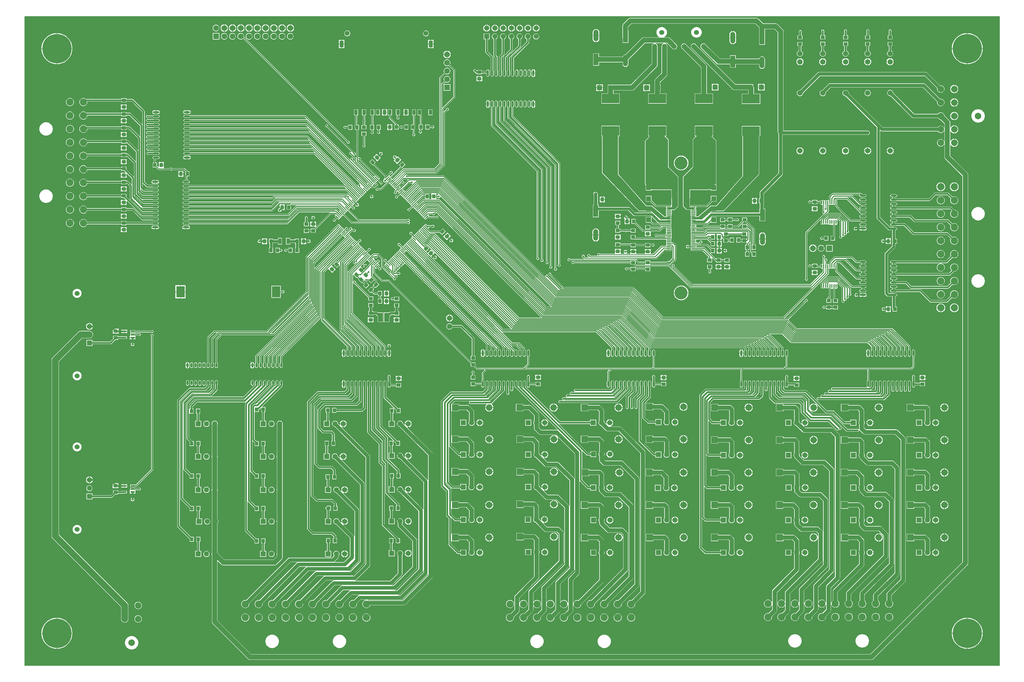
<source format=gbr>
%TF.GenerationSoftware,Altium Limited,Altium Designer,18.0.11 (651)*%
G04 Layer_Physical_Order=1*
G04 Layer_Color=255*
%FSLAX26Y26*%
%MOIN*%
%TF.FileFunction,Copper,L1,Top,Signal*%
%TF.Part,Single*%
G01*
G75*
%TA.AperFunction,SMDPad,CuDef*%
%ADD10O,0.055118X0.011811*%
%ADD11O,0.023622X0.074803*%
%ADD12R,0.050000X0.040000*%
%ADD13R,0.050000X0.020000*%
%ADD14R,0.040000X0.050000*%
G04:AMPARAMS|DCode=15|XSize=40mil|YSize=50mil|CornerRadius=0mil|HoleSize=0mil|Usage=FLASHONLY|Rotation=45.000|XOffset=0mil|YOffset=0mil|HoleType=Round|Shape=Rectangle|*
%AMROTATEDRECTD15*
4,1,4,0.003535,-0.031820,-0.031820,0.003535,-0.003535,0.031820,0.031820,-0.003535,0.003535,-0.031820,0.0*
%
%ADD15ROTATEDRECTD15*%

%ADD16R,0.102362X0.137795*%
%ADD17R,0.060000X0.060000*%
%ADD18R,0.060000X0.060000*%
%ADD19R,0.212598X0.114173*%
%ADD20R,0.059055X0.140000*%
%ADD21O,0.059055X0.140000*%
%ADD22R,0.059055X0.106299*%
%ADD23R,0.039370X0.070866*%
%ADD24O,0.074803X0.023622*%
%ADD25O,0.023622X0.057087*%
%ADD26R,0.039370X0.059055*%
%ADD27R,0.047244X0.078740*%
G04:AMPARAMS|DCode=28|XSize=40mil|YSize=50mil|CornerRadius=0mil|HoleSize=0mil|Usage=FLASHONLY|Rotation=315.000|XOffset=0mil|YOffset=0mil|HoleType=Round|Shape=Rectangle|*
%AMROTATEDRECTD28*
4,1,4,-0.031820,-0.003535,0.003535,0.031820,0.031820,0.003535,-0.003535,-0.031820,-0.031820,-0.003535,0.0*
%
%ADD28ROTATEDRECTD28*%

%ADD29O,0.012000X0.050000*%
%ADD30R,0.012000X0.050000*%
G04:AMPARAMS|DCode=31|XSize=11.811mil|YSize=57.087mil|CornerRadius=0mil|HoleSize=0mil|Usage=FLASHONLY|Rotation=45.000|XOffset=0mil|YOffset=0mil|HoleType=Round|Shape=Round|*
%AMOVALD31*
21,1,0.045276,0.011811,0.000000,0.000000,135.0*
1,1,0.011811,0.016007,-0.016007*
1,1,0.011811,-0.016007,0.016007*
%
%ADD31OVALD31*%

G04:AMPARAMS|DCode=32|XSize=11.811mil|YSize=57.087mil|CornerRadius=0mil|HoleSize=0mil|Usage=FLASHONLY|Rotation=135.000|XOffset=0mil|YOffset=0mil|HoleType=Round|Shape=Round|*
%AMOVALD32*
21,1,0.045276,0.011811,0.000000,0.000000,225.0*
1,1,0.011811,0.016007,0.016007*
1,1,0.011811,-0.016007,-0.016007*
%
%ADD32OVALD32*%

%TA.AperFunction,Conductor*%
%ADD33C,0.012153*%
%ADD34C,0.011811*%
%ADD35C,0.010000*%
%ADD36C,0.012165*%
%ADD37C,0.012008*%
%ADD38C,0.012000*%
%ADD39C,0.039370*%
%ADD40C,0.059055*%
%ADD41C,0.029528*%
%ADD42C,0.020000*%
%ADD43C,0.019685*%
%ADD44C,0.078740*%
%ADD45C,0.049213*%
%ADD46C,0.050000*%
%ADD47C,0.030000*%
%ADD48C,0.044291*%
%ADD49C,0.025000*%
%TA.AperFunction,ComponentPad*%
%ADD50C,0.062000*%
%ADD51R,0.062000X0.062000*%
%ADD52R,0.078740X0.078740*%
%ADD53C,0.078740*%
%ADD54R,0.062992X0.062992*%
%ADD55C,0.062992*%
%ADD56C,0.060000*%
%TA.AperFunction,ViaPad*%
%ADD57C,0.060000*%
%TA.AperFunction,ComponentPad*%
%ADD58C,0.070000*%
%ADD59R,0.070000X0.070000*%
%ADD60R,0.062992X0.062992*%
%ADD61C,0.064961*%
%ADD62C,0.065000*%
%TA.AperFunction,ViaPad*%
%ADD63C,0.157480*%
%ADD64C,0.354331*%
%TA.AperFunction,ComponentPad*%
%ADD65R,0.070000X0.070000*%
%ADD66C,0.086614*%
%TA.AperFunction,ViaPad*%
%ADD67C,0.023622*%
G36*
X11811024D02*
X0D01*
Y7874016D01*
X11811024D01*
Y0D01*
D02*
G37*
%LPC*%
G36*
X2623623Y7774922D02*
Y7732875D01*
X2665669D01*
X2664512Y7741669D01*
X2659977Y7752616D01*
X2652764Y7762016D01*
X2643364Y7769229D01*
X2632417Y7773764D01*
X2623623Y7774922D01*
D02*
G37*
G36*
X2617717D02*
X2608923Y7773764D01*
X2597976Y7769229D01*
X2588575Y7762016D01*
X2581363Y7752616D01*
X2576828Y7741669D01*
X2575670Y7732875D01*
X2617717D01*
Y7774922D01*
D02*
G37*
G36*
X2723622Y7774921D02*
Y7732874D01*
X2765669D01*
X2764511Y7741669D01*
X2759977Y7752616D01*
X2752764Y7762016D01*
X2743363Y7769229D01*
X2732417Y7773763D01*
X2723622Y7774921D01*
D02*
G37*
G36*
X2717716D02*
X2708922Y7773763D01*
X2697975Y7769229D01*
X2688575Y7762016D01*
X2681362Y7752616D01*
X2676827Y7741669D01*
X2675670Y7732874D01*
X2717716D01*
Y7774921D01*
D02*
G37*
G36*
X2523622Y7774921D02*
Y7732874D01*
X2565669D01*
X2564511Y7741668D01*
X2559977Y7752615D01*
X2552764Y7762015D01*
X2543363Y7769228D01*
X2532417Y7773763D01*
X2523622Y7774921D01*
D02*
G37*
G36*
X2517717D02*
X2508922Y7773763D01*
X2497975Y7769228D01*
X2488575Y7762015D01*
X2481362Y7752615D01*
X2476828Y7741668D01*
X2475670Y7732874D01*
X2517717D01*
Y7774921D01*
D02*
G37*
G36*
X3223623Y7774921D02*
Y7732874D01*
X3265669D01*
X3264512Y7741668D01*
X3259977Y7752615D01*
X3252764Y7762015D01*
X3243364Y7769228D01*
X3232417Y7773763D01*
X3223623Y7774921D01*
D02*
G37*
G36*
X3217717D02*
X3208923Y7773763D01*
X3197976Y7769228D01*
X3188575Y7762015D01*
X3181363Y7752615D01*
X3176828Y7741668D01*
X3175670Y7732874D01*
X3217717D01*
Y7774921D01*
D02*
G37*
G36*
X3123623D02*
Y7732874D01*
X3165669D01*
X3164512Y7741668D01*
X3159977Y7752615D01*
X3152764Y7762015D01*
X3143364Y7769228D01*
X3132417Y7773763D01*
X3123623Y7774921D01*
D02*
G37*
G36*
X3117717D02*
X3108923Y7773763D01*
X3097976Y7769228D01*
X3088575Y7762015D01*
X3081363Y7752615D01*
X3076828Y7741668D01*
X3075670Y7732874D01*
X3117717D01*
Y7774921D01*
D02*
G37*
G36*
X3023623D02*
Y7732874D01*
X3065669D01*
X3064512Y7741668D01*
X3059977Y7752615D01*
X3052764Y7762015D01*
X3043364Y7769228D01*
X3032417Y7773763D01*
X3023623Y7774921D01*
D02*
G37*
G36*
X3017717D02*
X3008923Y7773763D01*
X2997976Y7769228D01*
X2988575Y7762015D01*
X2981363Y7752615D01*
X2976828Y7741668D01*
X2975670Y7732874D01*
X3017717D01*
Y7774921D01*
D02*
G37*
G36*
X2923623D02*
Y7732874D01*
X2965669D01*
X2964512Y7741668D01*
X2959977Y7752615D01*
X2952764Y7762015D01*
X2943364Y7769228D01*
X2932417Y7773763D01*
X2923623Y7774921D01*
D02*
G37*
G36*
X2917717D02*
X2908923Y7773763D01*
X2897976Y7769228D01*
X2888575Y7762015D01*
X2881363Y7752615D01*
X2876828Y7741668D01*
X2875670Y7732874D01*
X2917717D01*
Y7774921D01*
D02*
G37*
G36*
X2823623D02*
Y7732874D01*
X2865669D01*
X2864512Y7741668D01*
X2859977Y7752615D01*
X2852764Y7762015D01*
X2843364Y7769228D01*
X2832417Y7773763D01*
X2823623Y7774921D01*
D02*
G37*
G36*
X2817717D02*
X2808923Y7773763D01*
X2797976Y7769228D01*
X2788575Y7762015D01*
X2781363Y7752615D01*
X2776828Y7741668D01*
X2775670Y7732874D01*
X2817717D01*
Y7774921D01*
D02*
G37*
G36*
X2423622D02*
Y7732874D01*
X2465669D01*
X2464511Y7741668D01*
X2459977Y7752615D01*
X2452764Y7762015D01*
X2443363Y7769228D01*
X2432417Y7773763D01*
X2423622Y7774921D01*
D02*
G37*
G36*
X2417717D02*
X2408922Y7773763D01*
X2397975Y7769228D01*
X2388575Y7762015D01*
X2381362Y7752615D01*
X2376828Y7741668D01*
X2375670Y7732874D01*
X2417717D01*
Y7774921D01*
D02*
G37*
G36*
X6200197Y7769312D02*
Y7731299D01*
X6238209D01*
X6237189Y7739050D01*
X6233057Y7749023D01*
X6226486Y7757588D01*
X6217921Y7764160D01*
X6207947Y7768291D01*
X6200197Y7769312D01*
D02*
G37*
G36*
X6194291D02*
X6186541Y7768291D01*
X6176567Y7764160D01*
X6168002Y7757588D01*
X6161431Y7749023D01*
X6157299Y7739050D01*
X6156279Y7731299D01*
X6194291D01*
Y7769312D01*
D02*
G37*
G36*
X6100197D02*
Y7731299D01*
X6138209D01*
X6137189Y7739050D01*
X6133057Y7749023D01*
X6126486Y7757588D01*
X6117921Y7764160D01*
X6107947Y7768291D01*
X6100197Y7769312D01*
D02*
G37*
G36*
X6094291D02*
X6086541Y7768291D01*
X6076567Y7764160D01*
X6068002Y7757588D01*
X6061431Y7749023D01*
X6057299Y7739050D01*
X6056279Y7731299D01*
X6094291D01*
Y7769312D01*
D02*
G37*
G36*
X6000197D02*
Y7731299D01*
X6038209D01*
X6037189Y7739050D01*
X6033057Y7749023D01*
X6026486Y7757588D01*
X6017921Y7764160D01*
X6007947Y7768291D01*
X6000197Y7769312D01*
D02*
G37*
G36*
X5994291D02*
X5986541Y7768291D01*
X5976567Y7764160D01*
X5968002Y7757588D01*
X5961431Y7749023D01*
X5957299Y7739050D01*
X5956279Y7731299D01*
X5994291D01*
Y7769312D01*
D02*
G37*
G36*
X5900197D02*
Y7731299D01*
X5938209D01*
X5937189Y7739050D01*
X5933057Y7749023D01*
X5926486Y7757588D01*
X5917921Y7764160D01*
X5907947Y7768291D01*
X5900197Y7769312D01*
D02*
G37*
G36*
X5894291D02*
X5886541Y7768291D01*
X5876567Y7764160D01*
X5868002Y7757588D01*
X5861431Y7749023D01*
X5857299Y7739050D01*
X5856279Y7731299D01*
X5894291D01*
Y7769312D01*
D02*
G37*
G36*
X5800197D02*
Y7731299D01*
X5838209D01*
X5837189Y7739050D01*
X5833057Y7749023D01*
X5826486Y7757588D01*
X5817921Y7764160D01*
X5807947Y7768291D01*
X5800197Y7769312D01*
D02*
G37*
G36*
X5794291D02*
X5786541Y7768291D01*
X5776567Y7764160D01*
X5768002Y7757588D01*
X5761431Y7749023D01*
X5757299Y7739050D01*
X5756279Y7731299D01*
X5794291D01*
Y7769312D01*
D02*
G37*
G36*
X5700197D02*
Y7731299D01*
X5738209D01*
X5737189Y7739050D01*
X5733057Y7749023D01*
X5726486Y7757588D01*
X5717921Y7764160D01*
X5707947Y7768291D01*
X5700197Y7769312D01*
D02*
G37*
G36*
X5694291D02*
X5686541Y7768291D01*
X5676567Y7764160D01*
X5668002Y7757588D01*
X5661431Y7749023D01*
X5657299Y7739050D01*
X5656279Y7731299D01*
X5694291D01*
Y7769312D01*
D02*
G37*
G36*
X5600197D02*
Y7731299D01*
X5638209D01*
X5637189Y7739050D01*
X5633057Y7749023D01*
X5626486Y7757588D01*
X5617921Y7764160D01*
X5607947Y7768291D01*
X5600197Y7769312D01*
D02*
G37*
G36*
X5594291D02*
X5586541Y7768291D01*
X5576567Y7764160D01*
X5568002Y7757588D01*
X5561431Y7749023D01*
X5557299Y7739050D01*
X5556279Y7731299D01*
X5594291D01*
Y7769312D01*
D02*
G37*
G36*
X2320670Y7770187D02*
X2310248Y7768815D01*
X2300537Y7764793D01*
X2292198Y7758394D01*
X2285799Y7750054D01*
X2281776Y7740343D01*
X2280404Y7729922D01*
X2281776Y7719500D01*
X2285799Y7709789D01*
X2292198Y7701449D01*
X2300537Y7695050D01*
X2310248Y7691028D01*
X2320670Y7689656D01*
X2331091Y7691028D01*
X2340803Y7695050D01*
X2349142Y7701449D01*
X2355541Y7709789D01*
X2359564Y7719500D01*
X2360936Y7729922D01*
X2359564Y7740343D01*
X2355541Y7750054D01*
X2349142Y7758394D01*
X2340803Y7764793D01*
X2331091Y7768815D01*
X2320670Y7770187D01*
D02*
G37*
G36*
X6238209Y7725394D02*
X6200197D01*
Y7687381D01*
X6207947Y7688402D01*
X6217921Y7692533D01*
X6226486Y7699105D01*
X6233057Y7707670D01*
X6237189Y7717643D01*
X6238209Y7725394D01*
D02*
G37*
G36*
X6194291D02*
X6156279D01*
X6157299Y7717643D01*
X6161431Y7707670D01*
X6168002Y7699105D01*
X6176567Y7692533D01*
X6186541Y7688402D01*
X6194291Y7687381D01*
Y7725394D01*
D02*
G37*
G36*
X6138209D02*
X6100197D01*
Y7687381D01*
X6107947Y7688402D01*
X6117921Y7692533D01*
X6126486Y7699105D01*
X6133057Y7707670D01*
X6137189Y7717643D01*
X6138209Y7725394D01*
D02*
G37*
G36*
X6094291D02*
X6056279D01*
X6057299Y7717643D01*
X6061431Y7707670D01*
X6068002Y7699105D01*
X6076567Y7692533D01*
X6086541Y7688402D01*
X6094291Y7687381D01*
Y7725394D01*
D02*
G37*
G36*
X6038209D02*
X6000197D01*
Y7687381D01*
X6007947Y7688402D01*
X6017921Y7692533D01*
X6026486Y7699105D01*
X6033057Y7707670D01*
X6037189Y7717643D01*
X6038209Y7725394D01*
D02*
G37*
G36*
X5994291D02*
X5956279D01*
X5957299Y7717643D01*
X5961431Y7707670D01*
X5968002Y7699105D01*
X5976567Y7692533D01*
X5986541Y7688402D01*
X5994291Y7687381D01*
Y7725394D01*
D02*
G37*
G36*
X5938209D02*
X5900197D01*
Y7687381D01*
X5907947Y7688402D01*
X5917921Y7692533D01*
X5926486Y7699105D01*
X5933057Y7707670D01*
X5937189Y7717643D01*
X5938209Y7725394D01*
D02*
G37*
G36*
X5894291D02*
X5856279D01*
X5857299Y7717643D01*
X5861431Y7707670D01*
X5868002Y7699105D01*
X5876567Y7692533D01*
X5886541Y7688402D01*
X5894291Y7687381D01*
Y7725394D01*
D02*
G37*
G36*
X5838209D02*
X5800197D01*
Y7687381D01*
X5807947Y7688402D01*
X5817921Y7692533D01*
X5826486Y7699105D01*
X5833057Y7707670D01*
X5837189Y7717643D01*
X5838209Y7725394D01*
D02*
G37*
G36*
X5794291D02*
X5756279D01*
X5757299Y7717643D01*
X5761431Y7707670D01*
X5768002Y7699105D01*
X5776567Y7692533D01*
X5786541Y7688402D01*
X5794291Y7687381D01*
Y7725394D01*
D02*
G37*
G36*
X5738209D02*
X5700197D01*
Y7687381D01*
X5707947Y7688402D01*
X5717921Y7692533D01*
X5726486Y7699105D01*
X5733057Y7707670D01*
X5737189Y7717643D01*
X5738209Y7725394D01*
D02*
G37*
G36*
X5694291D02*
X5656279D01*
X5657299Y7717643D01*
X5661431Y7707670D01*
X5668002Y7699105D01*
X5676567Y7692533D01*
X5686541Y7688402D01*
X5694291Y7687381D01*
Y7725394D01*
D02*
G37*
G36*
X5638209D02*
X5600197D01*
Y7687381D01*
X5607947Y7688402D01*
X5617921Y7692533D01*
X5626486Y7699105D01*
X5633057Y7707670D01*
X5637189Y7717643D01*
X5638209Y7725394D01*
D02*
G37*
G36*
X5594291D02*
X5556279D01*
X5557299Y7717643D01*
X5561431Y7707670D01*
X5568002Y7699105D01*
X5576567Y7692533D01*
X5586541Y7688402D01*
X5594291Y7687381D01*
Y7725394D01*
D02*
G37*
G36*
X2665669Y7726969D02*
X2623623D01*
Y7684922D01*
X2632417Y7686080D01*
X2643364Y7690614D01*
X2652764Y7697828D01*
X2659977Y7707228D01*
X2664512Y7718175D01*
X2665669Y7726969D01*
D02*
G37*
G36*
X2617717D02*
X2575670D01*
X2576828Y7718175D01*
X2581363Y7707228D01*
X2588575Y7697828D01*
X2597976Y7690614D01*
X2608923Y7686080D01*
X2617717Y7684922D01*
Y7726969D01*
D02*
G37*
G36*
X2765669Y7726969D02*
X2723622D01*
Y7684922D01*
X2732417Y7686080D01*
X2743363Y7690614D01*
X2752764Y7697827D01*
X2759977Y7707228D01*
X2764511Y7718174D01*
X2765669Y7726969D01*
D02*
G37*
G36*
X2717716D02*
X2675670D01*
X2676827Y7718174D01*
X2681362Y7707228D01*
X2688575Y7697827D01*
X2697975Y7690614D01*
X2708922Y7686080D01*
X2717716Y7684922D01*
Y7726969D01*
D02*
G37*
G36*
X2565669Y7726968D02*
X2523622D01*
Y7684921D01*
X2532417Y7686079D01*
X2543363Y7690614D01*
X2552764Y7697827D01*
X2559977Y7707227D01*
X2564511Y7718174D01*
X2565669Y7726968D01*
D02*
G37*
G36*
X2517717D02*
X2475670D01*
X2476828Y7718174D01*
X2481362Y7707227D01*
X2488575Y7697827D01*
X2497975Y7690614D01*
X2508922Y7686079D01*
X2517717Y7684921D01*
Y7726968D01*
D02*
G37*
G36*
X3265669Y7726968D02*
X3223623D01*
Y7684921D01*
X3232417Y7686079D01*
X3243364Y7690614D01*
X3252764Y7697827D01*
X3259977Y7707227D01*
X3264512Y7718173D01*
X3265669Y7726968D01*
D02*
G37*
G36*
X3217717D02*
X3175670D01*
X3176828Y7718173D01*
X3181363Y7707227D01*
X3188575Y7697827D01*
X3197976Y7690614D01*
X3208923Y7686079D01*
X3217717Y7684921D01*
Y7726968D01*
D02*
G37*
G36*
X3165669D02*
X3123623D01*
Y7684921D01*
X3132417Y7686079D01*
X3143364Y7690614D01*
X3152764Y7697827D01*
X3159977Y7707227D01*
X3164512Y7718173D01*
X3165669Y7726968D01*
D02*
G37*
G36*
X3117717D02*
X3075670D01*
X3076828Y7718173D01*
X3081363Y7707227D01*
X3088575Y7697827D01*
X3097976Y7690614D01*
X3108923Y7686079D01*
X3117717Y7684921D01*
Y7726968D01*
D02*
G37*
G36*
X3065669D02*
X3023623D01*
Y7684921D01*
X3032417Y7686079D01*
X3043364Y7690614D01*
X3052764Y7697827D01*
X3059977Y7707227D01*
X3064512Y7718173D01*
X3065669Y7726968D01*
D02*
G37*
G36*
X3017717D02*
X2975670D01*
X2976828Y7718173D01*
X2981363Y7707227D01*
X2988575Y7697827D01*
X2997976Y7690614D01*
X3008923Y7686079D01*
X3017717Y7684921D01*
Y7726968D01*
D02*
G37*
G36*
X2965669D02*
X2923623D01*
Y7684921D01*
X2932417Y7686079D01*
X2943364Y7690614D01*
X2952764Y7697827D01*
X2959977Y7707227D01*
X2964512Y7718173D01*
X2965669Y7726968D01*
D02*
G37*
G36*
X2917717D02*
X2875670D01*
X2876828Y7718173D01*
X2881363Y7707227D01*
X2888575Y7697827D01*
X2897976Y7690614D01*
X2908923Y7686079D01*
X2917717Y7684921D01*
Y7726968D01*
D02*
G37*
G36*
X2865669D02*
X2823623D01*
Y7684921D01*
X2832417Y7686079D01*
X2843364Y7690614D01*
X2852764Y7697827D01*
X2859977Y7707227D01*
X2864512Y7718173D01*
X2865669Y7726968D01*
D02*
G37*
G36*
X2817717D02*
X2775670D01*
X2776828Y7718173D01*
X2781363Y7707227D01*
X2788575Y7697827D01*
X2797976Y7690614D01*
X2808923Y7686079D01*
X2817717Y7684921D01*
Y7726968D01*
D02*
G37*
G36*
X2465669D02*
X2423622D01*
Y7684921D01*
X2432417Y7686079D01*
X2443363Y7690614D01*
X2452764Y7697827D01*
X2459977Y7707227D01*
X2464511Y7718173D01*
X2465669Y7726968D01*
D02*
G37*
G36*
X2417717D02*
X2375670D01*
X2376828Y7718173D01*
X2381362Y7707227D01*
X2388575Y7697827D01*
X2397975Y7690614D01*
X2408922Y7686079D01*
X2417717Y7684921D01*
Y7726968D01*
D02*
G37*
G36*
X6925197Y7718181D02*
Y7641181D01*
X6962113D01*
Y7678701D01*
X6960754Y7689020D01*
X6956771Y7698635D01*
X6950435Y7706892D01*
X6942178Y7713228D01*
X6932563Y7717211D01*
X6925197Y7718181D01*
D02*
G37*
G36*
X6919291Y7718181D02*
X6911925Y7717211D01*
X6902310Y7713228D01*
X6894053Y7706892D01*
X6887717Y7698635D01*
X6883734Y7689020D01*
X6882376Y7678701D01*
Y7641181D01*
X6919291D01*
Y7718181D01*
D02*
G37*
G36*
X4862205Y7700577D02*
X4853088Y7699377D01*
X4844593Y7695858D01*
X4837299Y7690260D01*
X4831701Y7682966D01*
X4828182Y7674471D01*
X4826982Y7665354D01*
X4828182Y7656238D01*
X4831701Y7647743D01*
X4837299Y7640448D01*
X4844593Y7634851D01*
X4853088Y7631332D01*
X4862205Y7630132D01*
X4871321Y7631332D01*
X4879816Y7634851D01*
X4887111Y7640448D01*
X4892708Y7647743D01*
X4896227Y7656238D01*
X4897427Y7665354D01*
X4896227Y7674471D01*
X4892708Y7682966D01*
X4887111Y7690260D01*
X4879816Y7695858D01*
X4871321Y7699377D01*
X4862205Y7700577D01*
D02*
G37*
G36*
X3909449D02*
X3900332Y7699377D01*
X3891837Y7695858D01*
X3884543Y7690260D01*
X3878945Y7682966D01*
X3875426Y7674471D01*
X3874226Y7665354D01*
X3875426Y7656238D01*
X3878945Y7647743D01*
X3884543Y7640448D01*
X3891837Y7634851D01*
X3900332Y7631332D01*
X3909449Y7630132D01*
X3918565Y7631332D01*
X3927060Y7634851D01*
X3934355Y7640448D01*
X3939952Y7647743D01*
X3943471Y7656238D01*
X3944671Y7665354D01*
X3943471Y7674471D01*
X3939952Y7682966D01*
X3934355Y7690260D01*
X3927060Y7695858D01*
X3918565Y7699377D01*
X3909449Y7700577D01*
D02*
G37*
G36*
X8581693Y7694676D02*
Y7617677D01*
X8618609D01*
Y7655196D01*
X8617250Y7665515D01*
X8613267Y7675131D01*
X8606931Y7683388D01*
X8598674Y7689724D01*
X8589059Y7693706D01*
X8581693Y7694676D01*
D02*
G37*
G36*
X8575788Y7694676D02*
X8568421Y7693706D01*
X8558806Y7689724D01*
X8550549Y7683388D01*
X8544213Y7675131D01*
X8540230Y7665515D01*
X8538871Y7655196D01*
Y7617677D01*
X8575788D01*
Y7694676D01*
D02*
G37*
G36*
X8138779Y7742239D02*
X8126238Y7741003D01*
X8114178Y7737345D01*
X8103064Y7731405D01*
X8093322Y7723410D01*
X8085328Y7713668D01*
X8079387Y7702554D01*
X8075729Y7690494D01*
X8074493Y7677953D01*
X8075729Y7665411D01*
X8079387Y7653351D01*
X8085328Y7642237D01*
X8093322Y7632496D01*
X8103064Y7624501D01*
X8114178Y7618560D01*
X8126238Y7614902D01*
X8138779Y7613667D01*
X8151321Y7614902D01*
X8163381Y7618560D01*
X8174495Y7624501D01*
X8184237Y7632496D01*
X8192231Y7642237D01*
X8198172Y7653351D01*
X8201830Y7665411D01*
X8203066Y7677953D01*
X8201830Y7690494D01*
X8198172Y7702554D01*
X8192231Y7713668D01*
X8184237Y7723410D01*
X8174495Y7731405D01*
X8163381Y7737345D01*
X8151321Y7741003D01*
X8138779Y7742239D01*
D02*
G37*
G36*
X9943314Y7713327D02*
X9936785Y7712028D01*
X9931250Y7708330D01*
X9927552Y7702795D01*
X9926254Y7696266D01*
X9927552Y7689738D01*
X9928100Y7688918D01*
Y7643032D01*
X9913392D01*
Y7593189D01*
X9973235D01*
Y7643032D01*
X9958527D01*
Y7688918D01*
X9959075Y7689738D01*
X9960374Y7696266D01*
X9959075Y7702795D01*
X9955377Y7708330D01*
X9949842Y7712028D01*
X9943314Y7713327D01*
D02*
G37*
G36*
X9668307Y7709974D02*
X9661779Y7708675D01*
X9656244Y7704977D01*
X9652546Y7699442D01*
X9651247Y7692913D01*
X9652546Y7686385D01*
X9653254Y7685324D01*
Y7643032D01*
X9637802D01*
Y7593189D01*
X9697644D01*
Y7643032D01*
X9683360D01*
Y7685324D01*
X9684069Y7686385D01*
X9685367Y7692913D01*
X9684069Y7699442D01*
X9680370Y7704977D01*
X9674836Y7708675D01*
X9668307Y7709974D01*
D02*
G37*
G36*
X6197244Y7664578D02*
X6187867Y7663343D01*
X6179128Y7659724D01*
X6171625Y7653966D01*
X6165867Y7646462D01*
X6162247Y7637724D01*
X6161013Y7628346D01*
X6162247Y7618969D01*
X6165867Y7610231D01*
X6171625Y7602727D01*
X6179128Y7596969D01*
X6187867Y7593350D01*
X6197244Y7592115D01*
X6206622Y7593350D01*
X6215360Y7596969D01*
X6222864Y7602727D01*
X6228621Y7610231D01*
X6232241Y7618969D01*
X6233475Y7628346D01*
X6232241Y7637724D01*
X6228621Y7646462D01*
X6222864Y7653966D01*
X6215360Y7659724D01*
X6206622Y7663343D01*
X6197244Y7664578D01*
D02*
G37*
G36*
X10484252Y7714895D02*
X10477723Y7713596D01*
X10472189Y7709898D01*
X10468490Y7704363D01*
X10467192Y7697835D01*
X10468024Y7693650D01*
Y7641457D01*
X10453156D01*
Y7591614D01*
X10512999D01*
Y7641457D01*
X10498130D01*
Y7688488D01*
X10500013Y7691306D01*
X10501312Y7697835D01*
X10500013Y7704363D01*
X10496315Y7709898D01*
X10490781Y7713596D01*
X10484252Y7714895D01*
D02*
G37*
G36*
X10213583Y7715879D02*
X10207054Y7714580D01*
X10201519Y7710882D01*
X10197821Y7705347D01*
X10196523Y7698819D01*
X10197821Y7692290D01*
X10198530Y7691230D01*
Y7641457D01*
X10182093D01*
Y7591614D01*
X10241936D01*
Y7641457D01*
X10228636D01*
Y7691230D01*
X10229344Y7692290D01*
X10230643Y7698819D01*
X10229344Y7705347D01*
X10225646Y7710882D01*
X10220111Y7714580D01*
X10213583Y7715879D01*
D02*
G37*
G36*
X9395669Y7705052D02*
X9389141Y7703754D01*
X9383606Y7700055D01*
X9379908Y7694521D01*
X9378609Y7687992D01*
X9379908Y7681463D01*
X9380616Y7680403D01*
Y7641457D01*
X9361619D01*
Y7591614D01*
X9421461D01*
Y7641457D01*
X9410722D01*
Y7680403D01*
X9411431Y7681463D01*
X9412729Y7687992D01*
X9411431Y7694521D01*
X9407733Y7700055D01*
X9402198Y7703754D01*
X9395669Y7705052D01*
D02*
G37*
G36*
X2360591Y7669842D02*
X2280749D01*
Y7590000D01*
X2360591D01*
Y7669842D01*
D02*
G37*
G36*
X2420669Y7670188D02*
X2410248Y7668816D01*
X2400537Y7664793D01*
X2392197Y7658394D01*
X2385798Y7650055D01*
X2381776Y7640344D01*
X2380404Y7629922D01*
X2381776Y7619500D01*
X2385798Y7609789D01*
X2392197Y7601450D01*
X2400537Y7595051D01*
X2410248Y7591028D01*
X2420669Y7589656D01*
X2431091Y7591028D01*
X2440802Y7595051D01*
X2449142Y7601450D01*
X2455541Y7609789D01*
X2459563Y7619500D01*
X2460935Y7629922D01*
X2459563Y7640344D01*
X2455541Y7650055D01*
X2449142Y7658394D01*
X2440802Y7664793D01*
X2431091Y7668816D01*
X2420669Y7670188D01*
D02*
G37*
G36*
X2720670Y7670188D02*
X2710248Y7668815D01*
X2700537Y7664793D01*
X2692198Y7658394D01*
X2685798Y7650055D01*
X2681776Y7640343D01*
X2680404Y7629922D01*
X2681776Y7619500D01*
X2685798Y7609789D01*
X2692198Y7601449D01*
X2700537Y7595051D01*
X2710248Y7591028D01*
X2720670Y7589656D01*
X2731091Y7591028D01*
X2740803Y7595051D01*
X2749142Y7601449D01*
X2755541Y7609789D01*
X2759564Y7619500D01*
X2760936Y7629922D01*
X2759564Y7640343D01*
X2755541Y7650055D01*
X2749142Y7658394D01*
X2740803Y7664793D01*
X2731091Y7668815D01*
X2720670Y7670188D01*
D02*
G37*
G36*
X2520669Y7670187D02*
X2510248Y7668815D01*
X2500536Y7664792D01*
X2492197Y7658394D01*
X2485798Y7650054D01*
X2481776Y7640343D01*
X2480403Y7629921D01*
X2481776Y7619500D01*
X2485798Y7609788D01*
X2492197Y7601449D01*
X2500536Y7595050D01*
X2510248Y7591028D01*
X2520669Y7589655D01*
X2531091Y7591028D01*
X2540802Y7595050D01*
X2549142Y7601449D01*
X2555541Y7609788D01*
X2559563Y7619500D01*
X2560935Y7629921D01*
X2559563Y7640343D01*
X2555541Y7650054D01*
X2549142Y7658394D01*
X2540802Y7664792D01*
X2531091Y7668815D01*
X2520669Y7670187D01*
D02*
G37*
G36*
X3220670Y7670187D02*
X3210248Y7668815D01*
X3200537Y7664792D01*
X3192198Y7658393D01*
X3185799Y7650054D01*
X3181776Y7640342D01*
X3180404Y7629921D01*
X3181776Y7619499D01*
X3185799Y7609788D01*
X3192198Y7601449D01*
X3200537Y7595050D01*
X3210248Y7591027D01*
X3220670Y7589655D01*
X3231091Y7591027D01*
X3240803Y7595050D01*
X3249142Y7601449D01*
X3255541Y7609788D01*
X3259564Y7619499D01*
X3260936Y7629921D01*
X3259564Y7640342D01*
X3255541Y7650054D01*
X3249142Y7658393D01*
X3240803Y7664792D01*
X3231091Y7668815D01*
X3220670Y7670187D01*
D02*
G37*
G36*
X3120670D02*
X3110248Y7668815D01*
X3100537Y7664792D01*
X3092198Y7658393D01*
X3085799Y7650054D01*
X3081776Y7640342D01*
X3080404Y7629921D01*
X3081776Y7619499D01*
X3085799Y7609788D01*
X3092198Y7601449D01*
X3100537Y7595050D01*
X3110248Y7591027D01*
X3120670Y7589655D01*
X3131091Y7591027D01*
X3140803Y7595050D01*
X3149142Y7601449D01*
X3155541Y7609788D01*
X3159564Y7619499D01*
X3160936Y7629921D01*
X3159564Y7640342D01*
X3155541Y7650054D01*
X3149142Y7658393D01*
X3140803Y7664792D01*
X3131091Y7668815D01*
X3120670Y7670187D01*
D02*
G37*
G36*
X3020670D02*
X3010248Y7668815D01*
X3000537Y7664792D01*
X2992198Y7658393D01*
X2985799Y7650054D01*
X2981776Y7640342D01*
X2980404Y7629921D01*
X2981776Y7619499D01*
X2985799Y7609788D01*
X2992198Y7601449D01*
X3000537Y7595050D01*
X3010248Y7591027D01*
X3020670Y7589655D01*
X3031091Y7591027D01*
X3040803Y7595050D01*
X3049142Y7601449D01*
X3055541Y7609788D01*
X3059564Y7619499D01*
X3060936Y7629921D01*
X3059564Y7640342D01*
X3055541Y7650054D01*
X3049142Y7658393D01*
X3040803Y7664792D01*
X3031091Y7668815D01*
X3020670Y7670187D01*
D02*
G37*
G36*
X2920670D02*
X2910248Y7668815D01*
X2900537Y7664792D01*
X2892198Y7658393D01*
X2885799Y7650054D01*
X2881776Y7640342D01*
X2880404Y7629921D01*
X2881776Y7619499D01*
X2885799Y7609788D01*
X2892198Y7601449D01*
X2900537Y7595050D01*
X2910248Y7591027D01*
X2920670Y7589655D01*
X2931091Y7591027D01*
X2940803Y7595050D01*
X2949142Y7601449D01*
X2955541Y7609788D01*
X2959564Y7619499D01*
X2960936Y7629921D01*
X2959564Y7640342D01*
X2955541Y7650054D01*
X2949142Y7658393D01*
X2940803Y7664792D01*
X2931091Y7668815D01*
X2920670Y7670187D01*
D02*
G37*
G36*
X2820670D02*
X2810248Y7668815D01*
X2800537Y7664792D01*
X2792198Y7658393D01*
X2785799Y7650054D01*
X2781776Y7640342D01*
X2780404Y7629921D01*
X2781776Y7619499D01*
X2785799Y7609788D01*
X2792198Y7601449D01*
X2800537Y7595050D01*
X2810248Y7591027D01*
X2820670Y7589655D01*
X2831091Y7591027D01*
X2840803Y7595050D01*
X2849142Y7601449D01*
X2855541Y7609788D01*
X2859564Y7619499D01*
X2860936Y7629921D01*
X2859564Y7640342D01*
X2855541Y7650054D01*
X2849142Y7658393D01*
X2840803Y7664792D01*
X2831091Y7668815D01*
X2820670Y7670187D01*
D02*
G37*
G36*
X6919291Y7635275D02*
X6882376D01*
Y7597756D01*
X6883734Y7587437D01*
X6887717Y7577821D01*
X6894053Y7569564D01*
X6902310Y7563229D01*
X6911925Y7559246D01*
X6919291Y7558276D01*
Y7635275D01*
D02*
G37*
G36*
X6962113D02*
X6925197D01*
Y7558276D01*
X6932563Y7559246D01*
X6942178Y7563229D01*
X6950435Y7569564D01*
X6956771Y7577821D01*
X6960754Y7587437D01*
X6962113Y7597756D01*
Y7635275D01*
D02*
G37*
G36*
X4954882Y7584803D02*
X4924213D01*
Y7538385D01*
X4954882D01*
Y7584803D01*
D02*
G37*
G36*
X3876142D02*
X3845472D01*
Y7538385D01*
X3876142D01*
Y7584803D01*
D02*
G37*
G36*
X3839567D02*
X3808898D01*
Y7538385D01*
X3839567D01*
Y7584803D01*
D02*
G37*
G36*
X4918307D02*
X4887638D01*
Y7538385D01*
X4918307D01*
Y7584803D01*
D02*
G37*
G36*
X8618609Y7611771D02*
X8581693D01*
Y7534771D01*
X8589059Y7535741D01*
X8598674Y7539724D01*
X8606931Y7546060D01*
X8613267Y7554317D01*
X8617250Y7563932D01*
X8618609Y7574251D01*
Y7611771D01*
D02*
G37*
G36*
X8575788D02*
X8538871D01*
Y7574251D01*
X8540230Y7563932D01*
X8544213Y7554317D01*
X8550549Y7546060D01*
X8558806Y7539724D01*
X8568421Y7535741D01*
X8575788Y7534771D01*
Y7611771D01*
D02*
G37*
G36*
X4954882Y7532480D02*
X4924213D01*
Y7486063D01*
X4954882D01*
Y7532480D01*
D02*
G37*
G36*
X4918307D02*
X4887638D01*
Y7486063D01*
X4918307D01*
Y7532480D01*
D02*
G37*
G36*
X3876142D02*
X3845472D01*
Y7486063D01*
X3876142D01*
Y7532480D01*
D02*
G37*
G36*
X3839567D02*
X3808898D01*
Y7486063D01*
X3839567D01*
Y7532480D01*
D02*
G37*
G36*
X11420275Y7667688D02*
Y7483268D01*
X11604696D01*
X11603285Y7504797D01*
X11598498Y7528861D01*
X11590612Y7552094D01*
X11579761Y7574098D01*
X11566130Y7594498D01*
X11549953Y7612945D01*
X11531506Y7629122D01*
X11511106Y7642753D01*
X11489102Y7653604D01*
X11465869Y7661491D01*
X11441805Y7666277D01*
X11420275Y7667688D01*
D02*
G37*
G36*
X11414370D02*
X11392840Y7666277D01*
X11368777Y7661491D01*
X11345544Y7653604D01*
X11323539Y7642753D01*
X11303139Y7629122D01*
X11284693Y7612945D01*
X11268516Y7594498D01*
X11254885Y7574098D01*
X11244034Y7552094D01*
X11236147Y7528861D01*
X11231361Y7504797D01*
X11229949Y7483268D01*
X11414370D01*
Y7667688D01*
D02*
G37*
G36*
X396654D02*
Y7483268D01*
X581074D01*
X579663Y7504797D01*
X574876Y7528861D01*
X566990Y7552094D01*
X556139Y7574098D01*
X542508Y7594498D01*
X526331Y7612945D01*
X507884Y7629122D01*
X487484Y7642753D01*
X465479Y7653604D01*
X442247Y7661491D01*
X418183Y7666277D01*
X396654Y7667688D01*
D02*
G37*
G36*
X390748D02*
X369218Y7666277D01*
X345155Y7661491D01*
X321922Y7653604D01*
X299917Y7642753D01*
X279517Y7629122D01*
X261071Y7612945D01*
X244894Y7594498D01*
X231263Y7574098D01*
X220412Y7552094D01*
X212525Y7528861D01*
X207739Y7504797D01*
X206327Y7483268D01*
X390748D01*
Y7667688D01*
D02*
G37*
G36*
X7717520Y7742239D02*
X7704978Y7741003D01*
X7692918Y7737345D01*
X7681804Y7731405D01*
X7672063Y7723410D01*
X7664068Y7713668D01*
X7658127Y7702554D01*
X7654469Y7690494D01*
X7653234Y7677953D01*
X7654469Y7665411D01*
X7658127Y7653351D01*
X7664068Y7642237D01*
X7672063Y7632496D01*
X7681804Y7624501D01*
X7687533Y7621439D01*
X7686280Y7616439D01*
X7500000D01*
X7491007Y7615255D01*
X7482627Y7611784D01*
X7475431Y7606262D01*
X7279613Y7410444D01*
X7279528Y7410455D01*
X7270535Y7409271D01*
X7262155Y7405800D01*
X7254958Y7400278D01*
X7249437Y7393082D01*
X7245965Y7384702D01*
X7245738Y7382974D01*
X6956693D01*
Y7423150D01*
X6887795D01*
Y7350486D01*
X6887498Y7348228D01*
X6887795Y7345970D01*
Y7273307D01*
X6956693D01*
Y7313482D01*
X7244782D01*
Y7294764D01*
X7245965Y7285771D01*
X7249437Y7277391D01*
X7254958Y7270194D01*
X7262155Y7264673D01*
X7270535Y7261202D01*
X7279528Y7260018D01*
X7288521Y7261202D01*
X7296901Y7264673D01*
X7304097Y7270194D01*
X7309619Y7277391D01*
X7313090Y7285771D01*
X7314274Y7294764D01*
Y7346828D01*
X7514393Y7546947D01*
X7623813D01*
X7624141Y7541947D01*
X7623758Y7541896D01*
X7615263Y7538378D01*
X7607968Y7532780D01*
X7602370Y7525485D01*
X7598852Y7516990D01*
X7597651Y7507874D01*
X7598128Y7504255D01*
Y7296873D01*
X7342891Y7041636D01*
X7134331D01*
Y7041811D01*
X7064488D01*
Y6971968D01*
X7064663D01*
Y6937008D01*
X6987008D01*
Y6812992D01*
X7209449D01*
Y6937008D01*
X7134155D01*
Y6971968D01*
X7134331D01*
Y6972144D01*
X7357283D01*
X7366276Y6973328D01*
X7374657Y6976799D01*
X7381853Y6982321D01*
X7657443Y7257911D01*
X7662965Y7265107D01*
X7666436Y7273487D01*
X7667620Y7282480D01*
Y7504255D01*
X7668097Y7507874D01*
X7666896Y7516990D01*
X7663378Y7525485D01*
X7657780Y7532780D01*
X7650485Y7538378D01*
X7641990Y7541896D01*
X7641608Y7541947D01*
X7641935Y7546947D01*
X7741923D01*
X7742251Y7541947D01*
X7741868Y7541896D01*
X7733373Y7538378D01*
X7726078Y7532780D01*
X7720481Y7525485D01*
X7716962Y7516990D01*
X7715762Y7507874D01*
X7716238Y7504255D01*
Y7185652D01*
X7640195Y7109609D01*
X7634673Y7102412D01*
X7631202Y7094032D01*
X7630018Y7085039D01*
Y6937008D01*
X7553543D01*
Y6812992D01*
X7775984D01*
Y6937008D01*
X7699510D01*
Y6972953D01*
X7705354D01*
Y7042795D01*
X7699510D01*
Y7070647D01*
X7775553Y7146691D01*
X7781075Y7153887D01*
X7784547Y7162267D01*
X7785730Y7171260D01*
Y7504255D01*
X7786207Y7507874D01*
X7785007Y7516990D01*
X7781488Y7525485D01*
X7775890Y7532780D01*
X7768596Y7538378D01*
X7760101Y7541896D01*
X7759718Y7541947D01*
X7760046Y7546947D01*
X7780883D01*
X7841966Y7485864D01*
X7844188Y7482968D01*
X7851483Y7477370D01*
X7859978Y7473852D01*
X7869095Y7472651D01*
X7878211Y7473852D01*
X7886706Y7477370D01*
X7894001Y7482968D01*
X7899598Y7490263D01*
X7903117Y7498758D01*
X7904317Y7507874D01*
X7903117Y7516990D01*
X7899598Y7525485D01*
X7894001Y7532780D01*
X7891105Y7535002D01*
X7819845Y7606262D01*
X7812649Y7611784D01*
X7804269Y7615255D01*
X7795276Y7616439D01*
X7748759D01*
X7747507Y7621439D01*
X7753235Y7624501D01*
X7762977Y7632496D01*
X7770972Y7642237D01*
X7776912Y7653351D01*
X7780570Y7665411D01*
X7781806Y7677953D01*
X7780570Y7690494D01*
X7776912Y7702554D01*
X7770972Y7713668D01*
X7762977Y7723410D01*
X7753235Y7731405D01*
X7742121Y7737345D01*
X7730061Y7741003D01*
X7717520Y7742239D01*
D02*
G37*
G36*
X5121062Y7454449D02*
Y7412401D01*
X5163109D01*
X5161952Y7421196D01*
X5157417Y7432143D01*
X5150204Y7441543D01*
X5140804Y7448756D01*
X5129857Y7453291D01*
X5121062Y7454449D01*
D02*
G37*
G36*
X5115157Y7454449D02*
X5106362Y7453291D01*
X5095416Y7448756D01*
X5086015Y7441543D01*
X5078802Y7432143D01*
X5074268Y7421196D01*
X5073110Y7412401D01*
X5115157D01*
Y7454449D01*
D02*
G37*
G36*
X10512999Y7561457D02*
X10453156D01*
Y7511614D01*
X10468024D01*
Y7455529D01*
X10464205Y7453947D01*
X10456388Y7447949D01*
X10450390Y7440132D01*
X10446619Y7431029D01*
X10445333Y7421260D01*
X10446619Y7411491D01*
X10450390Y7402388D01*
X10456388Y7394571D01*
X10464205Y7388572D01*
X10473308Y7384802D01*
X10483077Y7383516D01*
X10492846Y7384802D01*
X10501949Y7388572D01*
X10509766Y7394571D01*
X10515765Y7402388D01*
X10519535Y7411491D01*
X10520822Y7421260D01*
X10519535Y7431029D01*
X10515765Y7440132D01*
X10509766Y7447949D01*
X10501949Y7453947D01*
X10498130Y7455529D01*
Y7511614D01*
X10512999D01*
Y7561457D01*
D02*
G37*
G36*
X10241936D02*
X10182093D01*
Y7511614D01*
X10196961D01*
Y7455529D01*
X10193142Y7453947D01*
X10185325Y7447949D01*
X10179327Y7440132D01*
X10175556Y7431029D01*
X10174270Y7421260D01*
X10175556Y7411491D01*
X10179327Y7402388D01*
X10185325Y7394571D01*
X10193142Y7388572D01*
X10202246Y7384802D01*
X10212014Y7383516D01*
X10221783Y7384802D01*
X10230887Y7388572D01*
X10238704Y7394571D01*
X10244702Y7402388D01*
X10248472Y7411491D01*
X10249759Y7421260D01*
X10248472Y7431029D01*
X10244702Y7440132D01*
X10238704Y7447949D01*
X10230887Y7453947D01*
X10227067Y7455529D01*
Y7511614D01*
X10241936D01*
Y7561457D01*
D02*
G37*
G36*
X9973235Y7563032D02*
X9913392D01*
Y7513189D01*
X9928261D01*
Y7455529D01*
X9924442Y7453947D01*
X9916624Y7447949D01*
X9910626Y7440132D01*
X9906855Y7431029D01*
X9905569Y7421260D01*
X9906855Y7411491D01*
X9910626Y7402388D01*
X9916624Y7394571D01*
X9924442Y7388572D01*
X9933545Y7384802D01*
X9943314Y7383516D01*
X9953083Y7384802D01*
X9962186Y7388572D01*
X9970003Y7394571D01*
X9976001Y7402388D01*
X9979772Y7411491D01*
X9981058Y7421260D01*
X9979772Y7431029D01*
X9976001Y7440132D01*
X9970003Y7447949D01*
X9962186Y7453947D01*
X9958367Y7455529D01*
Y7513189D01*
X9973235D01*
Y7563032D01*
D02*
G37*
G36*
X9697644D02*
X9637802D01*
Y7513189D01*
X9652670D01*
Y7455529D01*
X9648851Y7453947D01*
X9641034Y7447949D01*
X9635036Y7440132D01*
X9631265Y7431029D01*
X9629979Y7421260D01*
X9631265Y7411491D01*
X9635036Y7402388D01*
X9641034Y7394571D01*
X9648851Y7388572D01*
X9657954Y7384802D01*
X9667723Y7383516D01*
X9677492Y7384802D01*
X9686595Y7388572D01*
X9694412Y7394571D01*
X9700410Y7402388D01*
X9704181Y7411491D01*
X9705467Y7421260D01*
X9704181Y7431029D01*
X9700410Y7440132D01*
X9694412Y7447949D01*
X9686595Y7453947D01*
X9682776Y7455529D01*
Y7513189D01*
X9697644D01*
Y7563032D01*
D02*
G37*
G36*
X9421461Y7561457D02*
X9361619D01*
Y7511614D01*
X9377079D01*
Y7455529D01*
X9373260Y7453947D01*
X9365443Y7447949D01*
X9359445Y7440132D01*
X9355674Y7431029D01*
X9354388Y7421260D01*
X9355674Y7411491D01*
X9359445Y7402388D01*
X9365443Y7394571D01*
X9373260Y7388572D01*
X9382364Y7384802D01*
X9392132Y7383516D01*
X9401901Y7384802D01*
X9411005Y7388572D01*
X9418822Y7394571D01*
X9424820Y7402388D01*
X9428591Y7411491D01*
X9429877Y7421260D01*
X9428591Y7431029D01*
X9424820Y7440132D01*
X9418822Y7447949D01*
X9411005Y7453947D01*
X9407185Y7455529D01*
Y7511614D01*
X9421461D01*
Y7561457D01*
D02*
G37*
G36*
X5115157Y7406496D02*
X5073110D01*
X5074268Y7397702D01*
X5078802Y7386755D01*
X5086015Y7377355D01*
X5095416Y7370142D01*
X5106362Y7365607D01*
X5115157Y7364449D01*
Y7406496D01*
D02*
G37*
G36*
X5163109D02*
X5121062D01*
Y7364449D01*
X5129857Y7365607D01*
X5140804Y7370142D01*
X5150204Y7377355D01*
X5157417Y7386755D01*
X5161952Y7397702D01*
X5163109Y7406496D01*
D02*
G37*
G36*
X10486030Y7363738D02*
Y7324213D01*
X10525555D01*
X10524483Y7332355D01*
X10520201Y7342693D01*
X10513389Y7351571D01*
X10504511Y7358383D01*
X10494172Y7362666D01*
X10486030Y7363738D01*
D02*
G37*
G36*
X9395085D02*
Y7324213D01*
X9434610D01*
X9433539Y7332355D01*
X9429256Y7342693D01*
X9422444Y7351571D01*
X9413566Y7358383D01*
X9403227Y7362666D01*
X9395085Y7363738D01*
D02*
G37*
G36*
X10480125D02*
X10471983Y7362666D01*
X10461644Y7358383D01*
X10452766Y7351571D01*
X10445954Y7342693D01*
X10441671Y7332355D01*
X10440599Y7324213D01*
X10480125D01*
Y7363738D01*
D02*
G37*
G36*
X9389180D02*
X9381038Y7362666D01*
X9370699Y7358383D01*
X9361821Y7351571D01*
X9355009Y7342693D01*
X9350726Y7332355D01*
X9349655Y7324213D01*
X9389180D01*
Y7363738D01*
D02*
G37*
G36*
X9670676D02*
Y7324213D01*
X9710201D01*
X9709129Y7332355D01*
X9704847Y7342693D01*
X9698034Y7351571D01*
X9689156Y7358383D01*
X9678818Y7362666D01*
X9670676Y7363738D01*
D02*
G37*
G36*
X9664770D02*
X9656628Y7362666D01*
X9646290Y7358383D01*
X9637412Y7351571D01*
X9630599Y7342693D01*
X9626317Y7332355D01*
X9625245Y7324213D01*
X9664770D01*
Y7363738D01*
D02*
G37*
G36*
X10214967D02*
Y7324213D01*
X10254492D01*
X10253421Y7332355D01*
X10249138Y7342693D01*
X10242326Y7351571D01*
X10233448Y7358383D01*
X10223109Y7362666D01*
X10214967Y7363738D01*
D02*
G37*
G36*
X9946266D02*
Y7324213D01*
X9985792D01*
X9984720Y7332355D01*
X9980437Y7342693D01*
X9973625Y7351571D01*
X9964747Y7358383D01*
X9954408Y7362666D01*
X9946266Y7363738D01*
D02*
G37*
G36*
X10209061D02*
X10200920Y7362666D01*
X10190581Y7358383D01*
X10181703Y7351571D01*
X10174891Y7342693D01*
X10170608Y7332355D01*
X10169536Y7324213D01*
X10209061D01*
Y7363738D01*
D02*
G37*
G36*
X9940361D02*
X9932219Y7362666D01*
X9921880Y7358383D01*
X9913002Y7351571D01*
X9906190Y7342693D01*
X9901907Y7332355D01*
X9900836Y7324213D01*
X9940361D01*
Y7363738D01*
D02*
G37*
G36*
X11604696Y7477362D02*
X11420275D01*
Y7292942D01*
X11441805Y7294353D01*
X11465869Y7299139D01*
X11489102Y7307026D01*
X11511106Y7317877D01*
X11531506Y7331508D01*
X11549953Y7347685D01*
X11566130Y7366132D01*
X11579761Y7386532D01*
X11590612Y7408536D01*
X11598498Y7431769D01*
X11603285Y7455833D01*
X11604696Y7477362D01*
D02*
G37*
G36*
X11414370D02*
X11229949D01*
X11231361Y7455833D01*
X11236147Y7431769D01*
X11244034Y7408536D01*
X11254885Y7386532D01*
X11268516Y7366132D01*
X11284693Y7347685D01*
X11303139Y7331508D01*
X11323539Y7317877D01*
X11345544Y7307026D01*
X11368777Y7299139D01*
X11392840Y7294353D01*
X11414370Y7292942D01*
Y7477362D01*
D02*
G37*
G36*
X581074D02*
X396654D01*
Y7292942D01*
X418183Y7294353D01*
X442247Y7299139D01*
X465479Y7307026D01*
X487484Y7317877D01*
X507884Y7331508D01*
X526331Y7347685D01*
X542508Y7366132D01*
X556139Y7386532D01*
X566990Y7408536D01*
X574876Y7431769D01*
X579663Y7455833D01*
X581074Y7477362D01*
D02*
G37*
G36*
X390748D02*
X206327D01*
X207739Y7455833D01*
X212525Y7431769D01*
X220412Y7408536D01*
X231263Y7386532D01*
X244894Y7366132D01*
X261071Y7347685D01*
X279517Y7331508D01*
X299917Y7317877D01*
X321922Y7307026D01*
X345155Y7299139D01*
X369218Y7294353D01*
X390748Y7292942D01*
Y7477362D01*
D02*
G37*
G36*
X10209061Y7318307D02*
X10169536D01*
X10170608Y7310165D01*
X10174891Y7299826D01*
X10181703Y7290949D01*
X10190581Y7284136D01*
X10200920Y7279854D01*
X10209061Y7278782D01*
Y7318307D01*
D02*
G37*
G36*
X9940361D02*
X9900836D01*
X9901907Y7310165D01*
X9906190Y7299826D01*
X9913002Y7290949D01*
X9921880Y7284136D01*
X9932219Y7279854D01*
X9940361Y7278782D01*
Y7318307D01*
D02*
G37*
G36*
X10525555Y7318308D02*
X10486030D01*
Y7278782D01*
X10494172Y7279854D01*
X10504511Y7284136D01*
X10513389Y7290949D01*
X10520201Y7299827D01*
X10524483Y7310165D01*
X10525555Y7318308D01*
D02*
G37*
G36*
X9434611D02*
X9395085D01*
Y7278782D01*
X9403227Y7279854D01*
X9413566Y7284136D01*
X9422444Y7290949D01*
X9429256Y7299827D01*
X9433539Y7310165D01*
X9434611Y7318308D01*
D02*
G37*
G36*
X9664770Y7318307D02*
X9625245D01*
X9626317Y7310165D01*
X9630599Y7299827D01*
X9637412Y7290949D01*
X9646290Y7284136D01*
X9656628Y7279854D01*
X9664770Y7278782D01*
Y7318307D01*
D02*
G37*
G36*
X9710201D02*
X9670676D01*
Y7278782D01*
X9678818Y7279854D01*
X9689156Y7284136D01*
X9698034Y7290949D01*
X9704847Y7299827D01*
X9709129Y7310165D01*
X9710201Y7318307D01*
D02*
G37*
G36*
X10480125Y7318308D02*
X10440599D01*
X10441671Y7310165D01*
X10445954Y7299827D01*
X10452766Y7290949D01*
X10461644Y7284136D01*
X10471983Y7279854D01*
X10480125Y7278782D01*
Y7318308D01*
D02*
G37*
G36*
X9389180D02*
X9349655D01*
X9350726Y7310165D01*
X9355009Y7299827D01*
X9361821Y7290949D01*
X9370699Y7284136D01*
X9381038Y7279854D01*
X9389180Y7278782D01*
Y7318308D01*
D02*
G37*
G36*
X10254492Y7318307D02*
X10214967D01*
Y7278782D01*
X10223109Y7279854D01*
X10233448Y7284136D01*
X10242326Y7290949D01*
X10249138Y7299826D01*
X10253421Y7310165D01*
X10254492Y7318307D01*
D02*
G37*
G36*
X9985792D02*
X9946266D01*
Y7278782D01*
X9954408Y7279854D01*
X9964747Y7284136D01*
X9973625Y7290949D01*
X9980437Y7299826D01*
X9984720Y7310165D01*
X9985792Y7318307D01*
D02*
G37*
G36*
X8223425Y7543097D02*
X8214309Y7541896D01*
X8205814Y7538378D01*
X8198519Y7532780D01*
X8192922Y7525485D01*
X8189403Y7516990D01*
X8188203Y7507874D01*
X8189403Y7498758D01*
X8192922Y7490263D01*
X8198519Y7482968D01*
X8201415Y7480746D01*
X8381927Y7300234D01*
X8389123Y7294712D01*
X8397503Y7291241D01*
X8406496Y7290057D01*
X8544291D01*
Y7249802D01*
X8613189D01*
Y7289978D01*
X8897341D01*
Y7271142D01*
X8898524Y7262149D01*
X8901996Y7253769D01*
X8907517Y7246573D01*
X8914714Y7241051D01*
X8923094Y7237579D01*
X8932087Y7236396D01*
X8941080Y7237579D01*
X8949460Y7241051D01*
X8956656Y7246573D01*
X8962178Y7253769D01*
X8965649Y7262149D01*
X8966833Y7271142D01*
Y7352087D01*
X8965649Y7361080D01*
X8962178Y7369460D01*
X8956656Y7376656D01*
X8949460Y7382178D01*
X8941080Y7385649D01*
X8932087Y7386833D01*
X8923094Y7385649D01*
X8914714Y7382178D01*
X8907517Y7376656D01*
X8901996Y7369460D01*
X8898524Y7361080D01*
X8898312Y7359470D01*
X8613189D01*
Y7399645D01*
X8544291D01*
Y7359549D01*
X8420888D01*
X8250554Y7529884D01*
X8248331Y7532780D01*
X8241037Y7538378D01*
X8232541Y7541896D01*
X8223425Y7543097D01*
D02*
G37*
G36*
X6165748Y7231297D02*
Y7187008D01*
X6185034D01*
Y7209645D01*
X6183341Y7218156D01*
X6178520Y7225370D01*
X6171306Y7230191D01*
X6165748Y7231297D01*
D02*
G37*
G36*
X6159842Y7231296D02*
X6154285Y7230191D01*
X6147070Y7225370D01*
X6142250Y7218156D01*
X6140557Y7209645D01*
Y7187008D01*
X6159842D01*
Y7231296D01*
D02*
G37*
G36*
X5118110Y7349715D02*
X5107688Y7348343D01*
X5097977Y7344320D01*
X5089638Y7337921D01*
X5083239Y7329582D01*
X5079216Y7319870D01*
X5077844Y7309449D01*
X5079216Y7299027D01*
X5083239Y7289316D01*
X5089638Y7280977D01*
X5097977Y7274578D01*
X5107688Y7270555D01*
X5118110Y7269183D01*
X5128532Y7270555D01*
X5138243Y7274578D01*
X5138488Y7274766D01*
X5194609Y7218644D01*
Y6893954D01*
X5065916Y6765261D01*
X5061297Y6767175D01*
Y7038329D01*
X5073792Y7050824D01*
X5078189Y7048151D01*
X5078189Y7044875D01*
Y6969527D01*
X5158032D01*
Y7049370D01*
X5083022D01*
X5079409Y7049370D01*
X5076735Y7053768D01*
X5097733Y7074765D01*
X5097977Y7074578D01*
X5107689Y7070555D01*
X5118110Y7069183D01*
X5128532Y7070555D01*
X5138243Y7074578D01*
X5146583Y7080976D01*
X5152982Y7089316D01*
X5157004Y7099027D01*
X5158376Y7109449D01*
X5157004Y7119870D01*
X5152982Y7129582D01*
X5146583Y7137921D01*
X5138243Y7144320D01*
X5128532Y7148342D01*
X5118110Y7149715D01*
X5107689Y7148342D01*
X5097977Y7144320D01*
X5089638Y7137921D01*
X5083239Y7129582D01*
X5079217Y7119870D01*
X5077845Y7109449D01*
X5079217Y7099027D01*
X5083239Y7089316D01*
X5083427Y7089071D01*
X5050168Y7055812D01*
X5045549Y7057726D01*
Y7122582D01*
X5097733Y7174765D01*
X5097977Y7174578D01*
X5107689Y7170555D01*
X5118110Y7169183D01*
X5128532Y7170555D01*
X5138243Y7174578D01*
X5146582Y7180977D01*
X5152981Y7189316D01*
X5157004Y7199027D01*
X5158376Y7209449D01*
X5157004Y7219870D01*
X5152981Y7229582D01*
X5146582Y7237921D01*
X5138243Y7244320D01*
X5128532Y7248343D01*
X5118110Y7249715D01*
X5107689Y7248343D01*
X5097977Y7244320D01*
X5089638Y7237921D01*
X5083239Y7229582D01*
X5079216Y7219870D01*
X5077844Y7209449D01*
X5079216Y7199027D01*
X5083239Y7189316D01*
X5083427Y7189071D01*
X5028280Y7133925D01*
X5026087Y7130643D01*
X5025317Y7126772D01*
Y6088324D01*
X4966794Y6029801D01*
X4593173D01*
X4593173Y6029801D01*
X4589301Y6029031D01*
X4586020Y6026838D01*
X4586020Y6026838D01*
X4459373Y5900192D01*
X4453948Y5901837D01*
X4453655Y5903312D01*
X4451262Y5906893D01*
X4447680Y5909286D01*
X4447274Y5909367D01*
X4445628Y5914793D01*
X4568079Y6037244D01*
X4571553Y6033770D01*
X4613868Y6076085D01*
X4578624Y6111329D01*
X4536309Y6069014D01*
X4553773Y6051550D01*
X4435317Y5933094D01*
X4429673Y5934520D01*
X4428757Y5935891D01*
X4401697Y5908831D01*
X4397521Y5913007D01*
X4424581Y5940067D01*
X4423993Y5940459D01*
X4422873Y5946410D01*
X4439958Y5963495D01*
X4441167Y5963255D01*
X4447695Y5964553D01*
X4453230Y5968252D01*
X4456928Y5973786D01*
X4458227Y5980315D01*
X4456928Y5986844D01*
X4453230Y5992378D01*
X4447695Y5996077D01*
X4441167Y5997375D01*
X4434638Y5996077D01*
X4429104Y5992378D01*
X4425405Y5986844D01*
X4424107Y5980315D01*
X4424347Y5979107D01*
X4385690Y5940450D01*
X4238854Y6087287D01*
X4252077Y6100510D01*
X4209762Y6142825D01*
X4174518Y6107581D01*
X4216833Y6065266D01*
X4223242Y6071675D01*
X4370079Y5924839D01*
X4361877Y5916637D01*
X4359484Y5913056D01*
X4358644Y5908831D01*
X4358996Y5907064D01*
X4358364Y5903205D01*
X4356209Y5900509D01*
X4350918Y5896974D01*
X4346098Y5889759D01*
X4344992Y5884201D01*
X4366643D01*
Y5881249D01*
X4369596D01*
Y5859598D01*
X4375154Y5860703D01*
X4382368Y5865524D01*
X4385610Y5870375D01*
X4386181Y5870766D01*
X4391410Y5871786D01*
X4392017Y5871650D01*
X4393298Y5870794D01*
X4393704Y5870713D01*
X4395350Y5865288D01*
X4315769Y5785706D01*
X4285018D01*
X4283717Y5787654D01*
X4278182Y5791352D01*
X4271654Y5792651D01*
X4265125Y5791352D01*
X4259590Y5787654D01*
X4255892Y5782119D01*
X4254593Y5775591D01*
X4255892Y5769062D01*
X4259590Y5763527D01*
X4265125Y5759829D01*
X4271654Y5758530D01*
X4278182Y5759829D01*
X4283717Y5763527D01*
X4285018Y5765475D01*
X4319959D01*
X4323830Y5766245D01*
X4327112Y5768438D01*
X4409656Y5850982D01*
X4415081Y5849336D01*
X4415162Y5848929D01*
X4417555Y5845348D01*
X4421136Y5842955D01*
X4423779Y5842430D01*
X4428241Y5839234D01*
X4429082Y5835010D01*
X4431475Y5831429D01*
X4435056Y5829036D01*
X4437698Y5828510D01*
X4440482Y5826516D01*
X4442475Y5823733D01*
X4443001Y5821091D01*
X4445394Y5817509D01*
X4448975Y5815116D01*
X4451618Y5814591D01*
X4454401Y5812597D01*
X4456395Y5809814D01*
X4456921Y5807171D01*
X4459313Y5803590D01*
X4462895Y5801197D01*
X4465537Y5800671D01*
X4469999Y5797476D01*
X4470840Y5793252D01*
X4473233Y5789670D01*
X4476814Y5787278D01*
X4479457Y5786752D01*
X4482240Y5784759D01*
X4484234Y5781975D01*
X4484759Y5779332D01*
X4487152Y5775751D01*
X4490734Y5773358D01*
X4491140Y5773277D01*
X4492786Y5767852D01*
X4484973Y5760039D01*
X4482780Y5756757D01*
X4482010Y5752886D01*
Y5749585D01*
X4480063Y5748284D01*
X4476364Y5742749D01*
X4475066Y5736221D01*
X4476364Y5729692D01*
X4480063Y5724157D01*
X4485597Y5720459D01*
X4492126Y5719160D01*
X4498655Y5720459D01*
X4504189Y5724157D01*
X4507887Y5729692D01*
X4509186Y5736221D01*
X4507887Y5742749D01*
X4504189Y5748284D01*
X4504011Y5750099D01*
X4507640Y5753380D01*
X4512517Y5751900D01*
X4512598Y5751493D01*
X4514991Y5747912D01*
X4518572Y5745519D01*
X4521215Y5744994D01*
X4525677Y5741798D01*
X4526517Y5737574D01*
X4528910Y5733993D01*
X4532001Y5731927D01*
X4532630Y5730842D01*
X4533455Y5726310D01*
X4507114Y5699968D01*
X4505905Y5700209D01*
X4499377Y5698910D01*
X4493842Y5695212D01*
X4490144Y5689677D01*
X4488845Y5683149D01*
X4490144Y5676620D01*
X4493842Y5671086D01*
X4499377Y5667387D01*
X4505905Y5666089D01*
X4512434Y5667387D01*
X4517969Y5671086D01*
X4521667Y5676620D01*
X4522966Y5683149D01*
X4522725Y5684357D01*
X4545072Y5706703D01*
X4551023Y5705583D01*
X4551415Y5704995D01*
X4578475Y5732055D01*
X4605534Y5759114D01*
X4602776Y5760957D01*
X4596570Y5762191D01*
X4593359Y5761552D01*
X4592849Y5764118D01*
X4590456Y5767699D01*
X4586874Y5770092D01*
X4586766Y5770114D01*
X4585120Y5775539D01*
X4659889Y5850307D01*
X4679549D01*
X4680850Y5848360D01*
X4686385Y5844662D01*
X4692913Y5843363D01*
X4699442Y5844662D01*
X4701943Y5846333D01*
X4705131Y5842449D01*
X4616030Y5753349D01*
X4610046Y5754435D01*
X4609709Y5754938D01*
X4582650Y5727879D01*
X4555591Y5700820D01*
X4558349Y5698977D01*
X4564555Y5697742D01*
X4567766Y5698381D01*
X4568276Y5695816D01*
X4570669Y5692234D01*
X4574250Y5689841D01*
X4576892Y5689316D01*
X4579676Y5687322D01*
X4581670Y5684539D01*
X4582195Y5681896D01*
X4584588Y5678315D01*
X4588169Y5675922D01*
X4590812Y5675396D01*
X4593596Y5673403D01*
X4595589Y5670619D01*
X4596115Y5667977D01*
X4598508Y5664395D01*
X4602089Y5662003D01*
X4604731Y5661477D01*
X4609194Y5658282D01*
X4610034Y5654057D01*
X4612427Y5650476D01*
X4616008Y5648083D01*
X4620233Y5647243D01*
X4623428Y5642780D01*
X4623953Y5640138D01*
X4626346Y5636556D01*
X4629928Y5634164D01*
X4634152Y5633323D01*
X4637347Y5628861D01*
X4637873Y5626218D01*
X4640266Y5622637D01*
X4643847Y5620244D01*
X4646490Y5619718D01*
X4649273Y5617725D01*
X4651267Y5614941D01*
X4651792Y5612299D01*
X4654185Y5608718D01*
X4657767Y5606325D01*
X4661991Y5605484D01*
X4665186Y5601022D01*
X4665712Y5598380D01*
X4668105Y5594798D01*
X4671686Y5592405D01*
X4674328Y5591880D01*
X4677112Y5589886D01*
X4679106Y5587103D01*
X4679631Y5584460D01*
X4682024Y5580879D01*
X4685115Y5578814D01*
X4685743Y5577728D01*
X4686569Y5573196D01*
X4657704Y5544332D01*
X4656496Y5544572D01*
X4649967Y5543274D01*
X4644433Y5539575D01*
X4640735Y5534041D01*
X4639436Y5527512D01*
X4640735Y5520983D01*
X4644433Y5515449D01*
X4649967Y5511751D01*
X4656496Y5510452D01*
X4663025Y5511751D01*
X4668559Y5515449D01*
X4672258Y5520983D01*
X4673556Y5527512D01*
X4673316Y5528720D01*
X4698185Y5553590D01*
X4704136Y5552470D01*
X4704529Y5551882D01*
X4731588Y5578941D01*
X4758647Y5606000D01*
X4758208Y5606294D01*
X4757145Y5612303D01*
X4824574Y5679731D01*
X4851929D01*
Y5661024D01*
X4901772D01*
Y5720866D01*
X4851929D01*
Y5702158D01*
X4826122D01*
X4824051Y5707158D01*
X4842962Y5726069D01*
X4921902D01*
X4926850Y5725945D01*
X4926850Y5721069D01*
Y5693897D01*
X4956850D01*
X4986850D01*
X4986850Y5725945D01*
X4991799Y5726069D01*
X5005230D01*
X5013635Y5717665D01*
X5011989Y5712240D01*
X5008222Y5711490D01*
X5001007Y5706670D01*
X4996187Y5699455D01*
X4995081Y5693898D01*
X5016732D01*
Y5690945D01*
X5019685D01*
Y5669294D01*
X5025243Y5670399D01*
X5032457Y5675220D01*
X5037278Y5682435D01*
X5038027Y5686201D01*
X5043452Y5687847D01*
X6372724Y4358575D01*
X6370811Y4353956D01*
X6325115D01*
X5027493Y5651577D01*
X5023879Y5653992D01*
X5019617Y5654840D01*
X4991393D01*
X4986850Y5655945D01*
X4986850Y5659840D01*
Y5687992D01*
X4956850D01*
X4926850D01*
X4926850Y5655945D01*
X4922308Y5654840D01*
X4828363D01*
X4824100Y5653992D01*
X4820486Y5651577D01*
X4769144Y5600235D01*
X4763159Y5601322D01*
X4762823Y5601825D01*
X4735764Y5574765D01*
X4708705Y5547706D01*
X4711463Y5545863D01*
X4717669Y5544629D01*
X4720879Y5545267D01*
X4721390Y5542702D01*
X4723783Y5539121D01*
X4727364Y5536728D01*
X4730006Y5536202D01*
X4734469Y5533007D01*
X4735309Y5528783D01*
X4737702Y5525201D01*
X4741283Y5522808D01*
X4743926Y5522283D01*
X4746709Y5520289D01*
X4748703Y5517506D01*
X4749228Y5514863D01*
X4751621Y5511282D01*
X4755203Y5508889D01*
X4757845Y5508363D01*
X4760629Y5506370D01*
X4762622Y5503586D01*
X4763148Y5500944D01*
X4765541Y5497362D01*
X4769122Y5494970D01*
X4773346Y5494129D01*
X4776542Y5489667D01*
X4777067Y5487024D01*
X4779460Y5483443D01*
X4783042Y5481050D01*
X4785684Y5480524D01*
X4788468Y5478531D01*
X4790461Y5475747D01*
X4790987Y5473105D01*
X4793380Y5469524D01*
X4796961Y5467131D01*
X4799603Y5466605D01*
X4804065Y5463410D01*
X4804906Y5459185D01*
X4807299Y5455604D01*
X4810880Y5453211D01*
X4813523Y5452685D01*
X4816306Y5450692D01*
X4818300Y5447908D01*
X4818825Y5445266D01*
X4821218Y5441685D01*
X4824800Y5439292D01*
X4827442Y5438766D01*
X4830226Y5436773D01*
X4832219Y5433989D01*
X4832745Y5431347D01*
X4835138Y5427765D01*
X4838719Y5425372D01*
X4841361Y5424847D01*
X4844145Y5422853D01*
X4846139Y5420070D01*
X4846664Y5417427D01*
X4849057Y5413846D01*
X4852638Y5411453D01*
X4856863Y5410613D01*
X4861087Y5411453D01*
X4864668Y5413846D01*
X4878366Y5427543D01*
X4983032D01*
X4984333Y5425596D01*
X4989868Y5421897D01*
X4996396Y5420599D01*
X5002925Y5421897D01*
X5008460Y5425596D01*
X5012158Y5431130D01*
X5013456Y5437659D01*
X5012158Y5444187D01*
X5008460Y5449722D01*
X5002925Y5453420D01*
X4996396Y5454719D01*
X4989868Y5453420D01*
X4984333Y5449722D01*
X4983032Y5447775D01*
X4903518D01*
X4899739Y5452775D01*
X4899916Y5453666D01*
X4899076Y5457891D01*
X4896683Y5461472D01*
X4894051Y5463231D01*
X4894798Y5468024D01*
X4894882Y5468231D01*
X4943020D01*
X4944321Y5466283D01*
X4949856Y5462585D01*
X4956385Y5461286D01*
X4962913Y5462585D01*
X4968448Y5466283D01*
X4972146Y5471818D01*
X4973445Y5478346D01*
X4972146Y5484875D01*
X4968448Y5490410D01*
X4964986Y5492723D01*
X4966503Y5497723D01*
X4982284D01*
X6256842Y4223165D01*
X6254928Y4218546D01*
X5994058D01*
X4974046Y5238558D01*
X4970432Y5240973D01*
X4966169Y5241821D01*
X4918820D01*
X4914681Y5245961D01*
X4916752Y5250961D01*
X5030543D01*
X5058188Y5223316D01*
X5100503Y5265631D01*
X5065258Y5300876D01*
X5037614Y5273231D01*
X4915243D01*
X4892252Y5296222D01*
X4892898Y5300224D01*
X4893674Y5301872D01*
X4896683Y5303882D01*
X4899076Y5307464D01*
X4899917Y5311688D01*
X4904026Y5316657D01*
X4935147D01*
X4935832Y5315632D01*
X4941367Y5311934D01*
X4947895Y5310635D01*
X4954424Y5311934D01*
X4959958Y5315632D01*
X4963657Y5321167D01*
X4964955Y5327695D01*
X4963657Y5334224D01*
X4959958Y5339759D01*
X4954424Y5343457D01*
X4947895Y5344756D01*
X4941367Y5343457D01*
X4935832Y5339759D01*
X4935147Y5338734D01*
X4877443D01*
X4864669Y5351508D01*
X4861087Y5353901D01*
X4856863Y5354742D01*
X4852639Y5353901D01*
X4849057Y5351508D01*
X4846664Y5347927D01*
X4845824Y5343703D01*
X4842943Y5340822D01*
X4838719Y5339982D01*
X4835138Y5337589D01*
X4832745Y5334007D01*
X4831904Y5329783D01*
X4827442Y5326588D01*
X4824800Y5326062D01*
X4821218Y5323669D01*
X4818825Y5320088D01*
X4818300Y5317446D01*
X4816306Y5314662D01*
X4813523Y5312669D01*
X4810880Y5312143D01*
X4807299Y5309750D01*
X4804906Y5306169D01*
X4804380Y5303526D01*
X4802387Y5300742D01*
X4799603Y5298749D01*
X4796961Y5298224D01*
X4793379Y5295831D01*
X4790986Y5292249D01*
X4790461Y5289607D01*
X4788468Y5286823D01*
X4785684Y5284830D01*
X4783041Y5284304D01*
X4779460Y5281911D01*
X4777067Y5278330D01*
X4776542Y5275688D01*
X4774548Y5272903D01*
X4771764Y5270911D01*
X4769122Y5270385D01*
X4765540Y5267992D01*
X4763148Y5264411D01*
X4762307Y5260186D01*
X4757845Y5256991D01*
X4755203Y5256465D01*
X4751621Y5254072D01*
X4749228Y5250491D01*
X4748703Y5247849D01*
X4746709Y5245065D01*
X4743926Y5243072D01*
X4741283Y5242546D01*
X4737702Y5240153D01*
X4735309Y5236572D01*
X4734469Y5232347D01*
X4730006Y5229152D01*
X4727364Y5228626D01*
X4723783Y5226234D01*
X4721717Y5223142D01*
X4720632Y5222514D01*
X4716100Y5221689D01*
X4697855Y5239933D01*
X4698096Y5241142D01*
X4696797Y5247670D01*
X4693099Y5253205D01*
X4687564Y5256903D01*
X4681035Y5258202D01*
X4674507Y5256903D01*
X4668972Y5253205D01*
X4665274Y5247670D01*
X4663975Y5241142D01*
X4665274Y5234613D01*
X4668972Y5229078D01*
X4674507Y5225380D01*
X4681035Y5224082D01*
X4682244Y5224322D01*
X4696493Y5210073D01*
X4695373Y5204122D01*
X4694785Y5203729D01*
X4721845Y5176669D01*
X4717669Y5172494D01*
X4690609Y5199553D01*
X4688767Y5196795D01*
X4687532Y5190589D01*
X4688171Y5187379D01*
X4685605Y5186868D01*
X4682024Y5184475D01*
X4679631Y5180894D01*
X4679106Y5178252D01*
X4677112Y5175468D01*
X4674328Y5173475D01*
X4671686Y5172949D01*
X4668105Y5170556D01*
X4665712Y5166975D01*
X4664872Y5162750D01*
X4660409Y5159555D01*
X4657766Y5159029D01*
X4654185Y5156636D01*
X4651792Y5153055D01*
X4651267Y5150413D01*
X4649273Y5147629D01*
X4646489Y5145636D01*
X4643847Y5145110D01*
X4640266Y5142717D01*
X4637873Y5139136D01*
X4637347Y5136493D01*
X4635354Y5133709D01*
X4632570Y5131716D01*
X4629928Y5131190D01*
X4626346Y5128797D01*
X4623953Y5125216D01*
X4623428Y5122574D01*
X4621435Y5119790D01*
X4618651Y5117797D01*
X4616008Y5117271D01*
X4612427Y5114878D01*
X4610034Y5111297D01*
X4609508Y5108654D01*
X4607515Y5105871D01*
X4604731Y5103877D01*
X4602089Y5103352D01*
X4598508Y5100959D01*
X4596115Y5097377D01*
X4595274Y5093153D01*
X4590812Y5089958D01*
X4588169Y5089432D01*
X4584588Y5087039D01*
X4582523Y5083948D01*
X4581437Y5083320D01*
X4576906Y5082495D01*
X4554309Y5105091D01*
X4554550Y5106299D01*
X4553251Y5112828D01*
X4549553Y5118363D01*
X4544018Y5122061D01*
X4537490Y5123359D01*
X4530961Y5122061D01*
X4525426Y5118363D01*
X4521728Y5112828D01*
X4520430Y5106299D01*
X4521728Y5099771D01*
X4525426Y5094236D01*
X4530961Y5090538D01*
X4537490Y5089239D01*
X4538698Y5089480D01*
X4557299Y5070878D01*
X4556179Y5064927D01*
X4555591Y5064535D01*
X4582650Y5037475D01*
X4609709Y5010416D01*
X4611552Y5013174D01*
X4612787Y5019380D01*
X4612148Y5022591D01*
X4614713Y5023101D01*
X4618295Y5025494D01*
X4620303Y5028500D01*
X4621981Y5029283D01*
X4625954Y5029921D01*
X5790632Y3865242D01*
Y3827641D01*
X5789708Y3827024D01*
X5786010Y3821489D01*
X5784712Y3814961D01*
Y3763780D01*
X5786010Y3757251D01*
X5789708Y3751716D01*
X5795243Y3748018D01*
X5801772Y3746720D01*
X5808300Y3748018D01*
X5813835Y3751716D01*
X5817533Y3757251D01*
X5818832Y3763780D01*
Y3814961D01*
X5817533Y3821489D01*
X5813835Y3827024D01*
X5812911Y3827641D01*
Y3863731D01*
X5817911Y3865802D01*
X5840632Y3843081D01*
Y3827641D01*
X5839708Y3827024D01*
X5836010Y3821489D01*
X5834712Y3814961D01*
Y3763780D01*
X5836010Y3757251D01*
X5839708Y3751716D01*
X5845243Y3748018D01*
X5851772Y3746720D01*
X5858300Y3748018D01*
X5863835Y3751716D01*
X5867533Y3757251D01*
X5868832Y3763780D01*
Y3814961D01*
X5867533Y3821489D01*
X5863835Y3827024D01*
X5862911Y3827641D01*
Y3841570D01*
X5867911Y3843641D01*
X5887633Y3823919D01*
X5886010Y3821489D01*
X5884712Y3814961D01*
Y3763780D01*
X5886010Y3757251D01*
X5889708Y3751716D01*
X5895243Y3748018D01*
X5901772Y3746720D01*
X5908300Y3748018D01*
X5913835Y3751716D01*
X5917533Y3757251D01*
X5918832Y3763780D01*
Y3813488D01*
X5922585Y3815533D01*
X5923689Y3815702D01*
X5934712Y3804679D01*
Y3763780D01*
X5936010Y3757251D01*
X5939708Y3751716D01*
X5945243Y3748018D01*
X5951772Y3746720D01*
X5958300Y3748018D01*
X5963835Y3751716D01*
X5967533Y3757251D01*
X5968832Y3763780D01*
Y3814961D01*
X5967533Y3821489D01*
X5963835Y3827024D01*
X5958300Y3830722D01*
X5951772Y3832021D01*
X5945243Y3830722D01*
X5942205Y3828692D01*
X5899241Y3871656D01*
X5901312Y3876656D01*
X5953063D01*
X5990632Y3839087D01*
Y3827641D01*
X5989708Y3827024D01*
X5986010Y3821489D01*
X5984712Y3814961D01*
Y3763780D01*
X5986010Y3757251D01*
X5989708Y3751716D01*
X5995243Y3748018D01*
X6001772Y3746720D01*
X6008300Y3748018D01*
X6013835Y3751716D01*
X6017533Y3757251D01*
X6018832Y3763780D01*
Y3814961D01*
X6017533Y3821489D01*
X6013835Y3827024D01*
X6012911Y3827641D01*
Y3843701D01*
X6012063Y3847964D01*
X6009648Y3851577D01*
X5972260Y3888966D01*
X5974173Y3893585D01*
X5986331D01*
X6040632Y3839284D01*
Y3827641D01*
X6039708Y3827024D01*
X6036010Y3821489D01*
X6034712Y3814961D01*
Y3763780D01*
X6036010Y3757251D01*
X6039708Y3751716D01*
X6045243Y3748018D01*
X6051772Y3746720D01*
X6058300Y3748018D01*
X6063835Y3751716D01*
X6067533Y3757251D01*
X6068832Y3763780D01*
Y3814961D01*
X6067533Y3821489D01*
X6063835Y3827024D01*
X6062911Y3827641D01*
Y3843898D01*
X6062063Y3848160D01*
X6059648Y3851774D01*
X5998821Y3912601D01*
X5995208Y3915016D01*
X5990945Y3915864D01*
X5910913D01*
X5787963Y4038813D01*
X5790035Y4043813D01*
X6920748D01*
X7108743Y3855819D01*
Y3827641D01*
X7107819Y3827024D01*
X7104120Y3821489D01*
X7102822Y3814961D01*
Y3763780D01*
X7104120Y3757251D01*
X7107819Y3751716D01*
X7113353Y3748018D01*
X7119882Y3746720D01*
X7126410Y3748018D01*
X7131945Y3751716D01*
X7135643Y3757251D01*
X7136942Y3763780D01*
Y3814961D01*
X7135643Y3821489D01*
X7131945Y3827024D01*
X7131021Y3827641D01*
Y3860433D01*
X7130173Y3864696D01*
X7127758Y3868310D01*
X6939945Y4056123D01*
X6941859Y4060742D01*
X6955000D01*
X7158743Y3857000D01*
Y3827641D01*
X7157819Y3827024D01*
X7154120Y3821489D01*
X7152822Y3814961D01*
Y3763780D01*
X7154120Y3757251D01*
X7157819Y3751716D01*
X7163353Y3748018D01*
X7169882Y3746720D01*
X7176410Y3748018D01*
X7181945Y3751716D01*
X7185643Y3757251D01*
X7186942Y3763780D01*
Y3814961D01*
X7185643Y3821489D01*
X7181945Y3827024D01*
X7181021Y3827641D01*
Y3861614D01*
X7180173Y3865877D01*
X7177758Y3869491D01*
X6974197Y4073052D01*
X6976110Y4077672D01*
X6987289D01*
X7208747Y3856214D01*
Y3827644D01*
X7207819Y3827024D01*
X7204120Y3821489D01*
X7202822Y3814961D01*
Y3763780D01*
X7204120Y3757251D01*
X7207819Y3751716D01*
X7213353Y3748018D01*
X7219882Y3746720D01*
X7226410Y3748018D01*
X7231945Y3751716D01*
X7235643Y3757251D01*
X7236942Y3763780D01*
Y3814961D01*
X7235643Y3821489D01*
X7231945Y3827024D01*
X7231017Y3827644D01*
Y3860827D01*
X7230170Y3865088D01*
X7227756Y3868701D01*
X7006483Y4089974D01*
X7008396Y4094593D01*
X7020565D01*
X7258747Y3856411D01*
Y3827644D01*
X7257819Y3827024D01*
X7254120Y3821489D01*
X7252822Y3814961D01*
Y3763780D01*
X7254120Y3757251D01*
X7257819Y3751716D01*
X7263353Y3748018D01*
X7269882Y3746720D01*
X7276410Y3748018D01*
X7281945Y3751716D01*
X7285643Y3757251D01*
X7286942Y3763780D01*
Y3814961D01*
X7285643Y3821489D01*
X7281945Y3827024D01*
X7281017Y3827644D01*
Y3861024D01*
X7280170Y3865285D01*
X7277756Y3868898D01*
X7039758Y4106895D01*
X7041672Y4111514D01*
X7055809D01*
X7308747Y3858577D01*
Y3827644D01*
X7307819Y3827024D01*
X7304120Y3821489D01*
X7302822Y3814961D01*
Y3763780D01*
X7304120Y3757251D01*
X7307819Y3751716D01*
X7313353Y3748018D01*
X7319882Y3746720D01*
X7326410Y3748018D01*
X7331945Y3751716D01*
X7335643Y3757251D01*
X7336942Y3763780D01*
Y3814961D01*
X7335643Y3821489D01*
X7331945Y3827024D01*
X7331017Y3827644D01*
Y3863189D01*
X7330170Y3867450D01*
X7327756Y3871063D01*
X7075002Y4123816D01*
X7076916Y4128436D01*
X7088100D01*
X7358747Y3857789D01*
Y3827644D01*
X7357819Y3827024D01*
X7354120Y3821489D01*
X7352822Y3814961D01*
Y3763780D01*
X7354120Y3757251D01*
X7357819Y3751716D01*
X7363353Y3748018D01*
X7369882Y3746720D01*
X7376410Y3748018D01*
X7381945Y3751716D01*
X7385643Y3757251D01*
X7386942Y3763780D01*
Y3814961D01*
X7385643Y3821489D01*
X7381945Y3827024D01*
X7381017Y3827644D01*
Y3862402D01*
X7380170Y3866663D01*
X7377756Y3870275D01*
X7107294Y4140738D01*
X7109207Y4145357D01*
X7119402D01*
X7408743Y3856016D01*
Y3827641D01*
X7407819Y3827024D01*
X7404120Y3821489D01*
X7402822Y3814961D01*
Y3763780D01*
X7404120Y3757251D01*
X7407819Y3751716D01*
X7413353Y3748018D01*
X7419882Y3746720D01*
X7426410Y3748018D01*
X7431945Y3751716D01*
X7435643Y3757251D01*
X7436942Y3763780D01*
Y3814961D01*
X7435643Y3821489D01*
X7431945Y3827024D01*
X7431021Y3827641D01*
Y3860630D01*
X7430173Y3864893D01*
X7427758Y3868506D01*
X7138475Y4157790D01*
X7140389Y4162409D01*
X7151562D01*
X7458743Y3855229D01*
Y3827641D01*
X7457819Y3827024D01*
X7454120Y3821489D01*
X7452822Y3814961D01*
Y3763780D01*
X7454120Y3757251D01*
X7457819Y3751716D01*
X7463353Y3748018D01*
X7469882Y3746720D01*
X7476410Y3748018D01*
X7481945Y3751716D01*
X7485643Y3757251D01*
X7486942Y3763780D01*
Y3814961D01*
X7485643Y3821489D01*
X7481945Y3827024D01*
X7481021Y3827641D01*
Y3859843D01*
X7480173Y3864105D01*
X7477758Y3867719D01*
X7170759Y4174719D01*
X7172672Y4179338D01*
X7182861D01*
X7508743Y3853457D01*
Y3827641D01*
X7507819Y3827024D01*
X7504120Y3821489D01*
X7502822Y3814961D01*
Y3763780D01*
X7504120Y3757251D01*
X7507819Y3751716D01*
X7513353Y3748018D01*
X7519882Y3746720D01*
X7526410Y3748018D01*
X7531945Y3751716D01*
X7535643Y3757251D01*
X7536942Y3763780D01*
Y3814961D01*
X7535643Y3821489D01*
X7531945Y3827024D01*
X7531021Y3827641D01*
Y3858071D01*
X7530173Y3862334D01*
X7527758Y3865947D01*
X7202058Y4191648D01*
X7203971Y4196267D01*
X7211878D01*
X7558743Y3849403D01*
Y3827641D01*
X7557819Y3827024D01*
X7554120Y3821489D01*
X7552822Y3814961D01*
Y3763780D01*
X7554120Y3757251D01*
X7557819Y3751716D01*
X7563353Y3748018D01*
X7569882Y3746720D01*
X7576410Y3748018D01*
X7581945Y3751716D01*
X7585643Y3757251D01*
X7586942Y3763780D01*
Y3814961D01*
X7585643Y3821489D01*
X7581945Y3827024D01*
X7581021Y3827641D01*
Y3849079D01*
X7584646Y3852054D01*
X8711923D01*
X8720558Y3843419D01*
Y3827644D01*
X8719630Y3827024D01*
X8715931Y3821489D01*
X8714633Y3814961D01*
Y3763780D01*
X8715931Y3757251D01*
X8719630Y3751716D01*
X8725164Y3748018D01*
X8731693Y3746720D01*
X8738221Y3748018D01*
X8743756Y3751716D01*
X8747454Y3757251D01*
X8748753Y3763780D01*
Y3814961D01*
X8747454Y3821489D01*
X8743756Y3827024D01*
X8742828Y3827644D01*
Y3848032D01*
X8741981Y3852293D01*
X8739567Y3855905D01*
X8731117Y3864356D01*
X8733030Y3868975D01*
X8746380D01*
X8770558Y3844797D01*
Y3827644D01*
X8769630Y3827024D01*
X8765931Y3821489D01*
X8764633Y3814961D01*
Y3763780D01*
X8765931Y3757251D01*
X8769630Y3751716D01*
X8775164Y3748018D01*
X8781693Y3746720D01*
X8788221Y3748018D01*
X8793756Y3751716D01*
X8797454Y3757251D01*
X8798753Y3763780D01*
Y3814961D01*
X8797454Y3821489D01*
X8793756Y3827024D01*
X8792828Y3827644D01*
Y3849409D01*
X8791981Y3853671D01*
X8789567Y3857283D01*
X8765573Y3881277D01*
X8767487Y3885896D01*
X8779458D01*
X8820558Y3844797D01*
Y3827644D01*
X8819630Y3827024D01*
X8815931Y3821489D01*
X8814633Y3814961D01*
Y3763780D01*
X8815931Y3757251D01*
X8819630Y3751716D01*
X8825164Y3748018D01*
X8831693Y3746720D01*
X8838221Y3748018D01*
X8843756Y3751716D01*
X8847454Y3757251D01*
X8848753Y3763780D01*
Y3814961D01*
X8847454Y3821489D01*
X8843756Y3827024D01*
X8842828Y3827644D01*
Y3849409D01*
X8841981Y3853671D01*
X8839567Y3857283D01*
X8798652Y3898198D01*
X8800565Y3902818D01*
X8816665D01*
X8870554Y3848929D01*
Y3827641D01*
X8869630Y3827024D01*
X8865931Y3821489D01*
X8864633Y3814961D01*
Y3763780D01*
X8865931Y3757251D01*
X8869630Y3751716D01*
X8875164Y3748018D01*
X8881693Y3746720D01*
X8888221Y3748018D01*
X8893756Y3751716D01*
X8897454Y3757251D01*
X8898753Y3763780D01*
Y3814961D01*
X8897454Y3821489D01*
X8893756Y3827024D01*
X8892832Y3827641D01*
Y3853543D01*
X8891984Y3857806D01*
X8889569Y3861420D01*
X8835862Y3915128D01*
X8837775Y3919747D01*
X8848949D01*
X8920554Y3848142D01*
Y3827641D01*
X8919630Y3827024D01*
X8915931Y3821489D01*
X8914633Y3814961D01*
Y3763780D01*
X8915931Y3757251D01*
X8919630Y3751716D01*
X8925164Y3748018D01*
X8931693Y3746720D01*
X8938221Y3748018D01*
X8943756Y3751716D01*
X8947454Y3757251D01*
X8948753Y3763780D01*
Y3814961D01*
X8947454Y3821489D01*
X8943756Y3827024D01*
X8942832Y3827641D01*
Y3852756D01*
X8941984Y3857019D01*
X8939569Y3860633D01*
X8868145Y3932057D01*
X8870059Y3936676D01*
X8882216D01*
X8970554Y3848339D01*
Y3827641D01*
X8969630Y3827024D01*
X8965931Y3821489D01*
X8964633Y3814961D01*
Y3763780D01*
X8965931Y3757251D01*
X8969630Y3751716D01*
X8975164Y3748018D01*
X8981693Y3746720D01*
X8988221Y3748018D01*
X8993756Y3751716D01*
X8997454Y3757251D01*
X8998753Y3763780D01*
Y3814961D01*
X8997454Y3821489D01*
X8993756Y3827024D01*
X8992832Y3827641D01*
Y3852953D01*
X8991984Y3857216D01*
X8989569Y3860829D01*
X8901413Y3948986D01*
X8903326Y3953605D01*
X8915484D01*
X9020554Y3848536D01*
Y3827641D01*
X9019630Y3827024D01*
X9015931Y3821489D01*
X9014633Y3814961D01*
Y3763780D01*
X9015931Y3757251D01*
X9019630Y3751716D01*
X9025164Y3748018D01*
X9031693Y3746720D01*
X9038221Y3748018D01*
X9043756Y3751716D01*
X9047454Y3757251D01*
X9048753Y3763780D01*
Y3814961D01*
X9047454Y3821489D01*
X9043756Y3827024D01*
X9042832Y3827641D01*
Y3853150D01*
X9041984Y3857412D01*
X9039569Y3861026D01*
X8934681Y3965915D01*
X8936594Y3970535D01*
X8949736D01*
X9070554Y3849717D01*
Y3827641D01*
X9069630Y3827024D01*
X9065931Y3821489D01*
X9064633Y3814961D01*
Y3763780D01*
X9065931Y3757251D01*
X9069630Y3751716D01*
X9075164Y3748018D01*
X9081693Y3746720D01*
X9088221Y3748018D01*
X9093756Y3751716D01*
X9097454Y3757251D01*
X9098753Y3763780D01*
Y3814961D01*
X9097454Y3821489D01*
X9093756Y3827024D01*
X9092832Y3827641D01*
Y3854331D01*
X9091984Y3858593D01*
X9089569Y3862207D01*
X8968933Y3982844D01*
X8970846Y3987464D01*
X8981041D01*
X9120558Y3847947D01*
Y3827644D01*
X9119630Y3827024D01*
X9115931Y3821489D01*
X9114633Y3814961D01*
Y3763780D01*
X9115931Y3757251D01*
X9119630Y3751716D01*
X9125164Y3748018D01*
X9131693Y3746720D01*
X9138221Y3748018D01*
X9143756Y3751716D01*
X9147454Y3757251D01*
X9148753Y3763780D01*
Y3814961D01*
X9147454Y3821489D01*
X9143756Y3827024D01*
X9142828Y3827644D01*
Y3852559D01*
X9141981Y3856820D01*
X9139567Y3860433D01*
X9000234Y3999766D01*
X9002147Y4004385D01*
X9014311D01*
X9170554Y3848142D01*
Y3827641D01*
X9169630Y3827024D01*
X9165931Y3821489D01*
X9164633Y3814961D01*
Y3763780D01*
X9165931Y3757251D01*
X9169630Y3751716D01*
X9175164Y3748018D01*
X9181693Y3746720D01*
X9188221Y3748018D01*
X9193756Y3751716D01*
X9197454Y3757251D01*
X9198753Y3763780D01*
Y3814961D01*
X9197454Y3821489D01*
X9193756Y3827024D01*
X9192832Y3827641D01*
Y3852756D01*
X9191984Y3857019D01*
X9189569Y3860633D01*
X9033507Y4016695D01*
X9035421Y4021314D01*
X9175537D01*
X9279528Y3917323D01*
X9283140Y3914909D01*
X9287401Y3914062D01*
X10208970D01*
X10255991Y3867041D01*
Y3827644D01*
X10255063Y3827024D01*
X10251364Y3821489D01*
X10250066Y3814961D01*
Y3763780D01*
X10251364Y3757251D01*
X10255063Y3751716D01*
X10260597Y3748018D01*
X10267126Y3746720D01*
X10273655Y3748018D01*
X10279189Y3751716D01*
X10282887Y3757251D01*
X10284186Y3763780D01*
Y3814961D01*
X10282887Y3821489D01*
X10279189Y3827024D01*
X10278261Y3827644D01*
Y3871654D01*
X10277414Y3875915D01*
X10275000Y3879527D01*
X10228164Y3926363D01*
X10230077Y3930983D01*
X10241262D01*
X10305991Y3866254D01*
Y3827644D01*
X10305063Y3827024D01*
X10301364Y3821489D01*
X10300066Y3814961D01*
Y3763780D01*
X10301364Y3757251D01*
X10305063Y3751716D01*
X10310597Y3748018D01*
X10317126Y3746720D01*
X10323655Y3748018D01*
X10329189Y3751716D01*
X10332887Y3757251D01*
X10334186Y3763780D01*
Y3814961D01*
X10332887Y3821489D01*
X10329189Y3827024D01*
X10328261Y3827644D01*
Y3870866D01*
X10327414Y3875128D01*
X10325000Y3878740D01*
X10260455Y3943285D01*
X10262369Y3947904D01*
X10274537D01*
X10355991Y3866451D01*
Y3827644D01*
X10355063Y3827024D01*
X10351364Y3821489D01*
X10350066Y3814961D01*
Y3763780D01*
X10351364Y3757251D01*
X10355063Y3751716D01*
X10360597Y3748018D01*
X10367126Y3746720D01*
X10373655Y3748018D01*
X10379189Y3751716D01*
X10382887Y3757251D01*
X10384186Y3763780D01*
Y3814961D01*
X10382887Y3821489D01*
X10379189Y3827024D01*
X10378261Y3827644D01*
Y3871063D01*
X10377414Y3875324D01*
X10375000Y3878937D01*
X10293730Y3960206D01*
X10295644Y3964825D01*
X10304860D01*
X10405991Y3863695D01*
Y3827644D01*
X10405063Y3827024D01*
X10401364Y3821489D01*
X10400066Y3814961D01*
Y3763780D01*
X10401364Y3757251D01*
X10405063Y3751716D01*
X10410597Y3748018D01*
X10417126Y3746720D01*
X10423655Y3748018D01*
X10429189Y3751716D01*
X10432887Y3757251D01*
X10434186Y3763780D01*
Y3814961D01*
X10432887Y3821489D01*
X10429189Y3827024D01*
X10428261Y3827644D01*
Y3868307D01*
X10427414Y3872568D01*
X10425000Y3876181D01*
X10324053Y3977128D01*
X10325967Y3981747D01*
X10338130D01*
X10455987Y3863890D01*
Y3827641D01*
X10455063Y3827024D01*
X10451364Y3821489D01*
X10450066Y3814961D01*
Y3763780D01*
X10451364Y3757251D01*
X10455063Y3751716D01*
X10460597Y3748018D01*
X10467126Y3746720D01*
X10473655Y3748018D01*
X10479189Y3751716D01*
X10482887Y3757251D01*
X10484186Y3763780D01*
Y3814961D01*
X10482887Y3821489D01*
X10479189Y3827024D01*
X10478265Y3827641D01*
Y3868504D01*
X10477417Y3872767D01*
X10475003Y3876381D01*
X10357326Y3994057D01*
X10359240Y3998676D01*
X10372387D01*
X10505991Y3865073D01*
Y3827644D01*
X10505063Y3827024D01*
X10501364Y3821489D01*
X10500066Y3814961D01*
Y3763780D01*
X10501364Y3757251D01*
X10505063Y3751716D01*
X10510597Y3748018D01*
X10517126Y3746720D01*
X10523655Y3748018D01*
X10529189Y3751716D01*
X10532887Y3757251D01*
X10534186Y3763780D01*
Y3814961D01*
X10532887Y3821489D01*
X10529189Y3827024D01*
X10528261Y3827644D01*
Y3869685D01*
X10527414Y3873946D01*
X10525000Y3877559D01*
X10391581Y4010978D01*
X10393494Y4015597D01*
X10405657D01*
X10555987Y3865268D01*
Y3827641D01*
X10555063Y3827024D01*
X10551364Y3821489D01*
X10550066Y3814961D01*
Y3763780D01*
X10551364Y3757251D01*
X10555063Y3751716D01*
X10560597Y3748018D01*
X10567126Y3746720D01*
X10573655Y3748018D01*
X10579189Y3751716D01*
X10582887Y3757251D01*
X10584186Y3763780D01*
Y3814961D01*
X10582887Y3821489D01*
X10579189Y3827024D01*
X10578265Y3827641D01*
Y3869882D01*
X10577417Y3874145D01*
X10575003Y3877759D01*
X10424854Y4027907D01*
X10426767Y4032526D01*
X10437946D01*
X10605991Y3864482D01*
Y3827644D01*
X10605063Y3827024D01*
X10601364Y3821489D01*
X10600066Y3814961D01*
Y3763780D01*
X10601364Y3757251D01*
X10605063Y3751716D01*
X10610597Y3748018D01*
X10617126Y3746720D01*
X10623655Y3748018D01*
X10629189Y3751716D01*
X10632887Y3757251D01*
X10634186Y3763780D01*
Y3814961D01*
X10632887Y3821489D01*
X10629189Y3827024D01*
X10628261Y3827644D01*
Y3869095D01*
X10627414Y3873356D01*
X10625000Y3876968D01*
X10457140Y4044828D01*
X10459053Y4049448D01*
X10472206D01*
X10655991Y3865663D01*
Y3827644D01*
X10655063Y3827024D01*
X10651364Y3821489D01*
X10650066Y3814961D01*
Y3763780D01*
X10651364Y3757251D01*
X10655063Y3751716D01*
X10660597Y3748018D01*
X10667126Y3746720D01*
X10673655Y3748018D01*
X10679189Y3751716D01*
X10682887Y3757251D01*
X10684186Y3763780D01*
Y3814961D01*
X10682887Y3821489D01*
X10679189Y3827024D01*
X10678261Y3827644D01*
Y3870276D01*
X10677414Y3874537D01*
X10675000Y3878149D01*
X10491399Y4061750D01*
X10493313Y4066369D01*
X10504497D01*
X10705991Y3864876D01*
Y3827644D01*
X10705063Y3827024D01*
X10701364Y3821489D01*
X10700066Y3814961D01*
Y3763780D01*
X10701364Y3757251D01*
X10705063Y3751716D01*
X10710597Y3748018D01*
X10717126Y3746720D01*
X10723655Y3748018D01*
X10729189Y3751716D01*
X10732887Y3757251D01*
X10734186Y3763780D01*
Y3814961D01*
X10732887Y3821489D01*
X10729189Y3827024D01*
X10728261Y3827644D01*
Y3869488D01*
X10727414Y3873749D01*
X10725000Y3877362D01*
X10516984Y4085378D01*
X10513371Y4087792D01*
X10509110Y4088640D01*
X9355101D01*
X9253839Y4189902D01*
X9253751Y4190018D01*
X9253662Y4196466D01*
X9253880Y4196794D01*
X9469378Y4412292D01*
X9470472Y4412074D01*
X9477001Y4413372D01*
X9482536Y4417071D01*
X9486234Y4422605D01*
X9487532Y4429134D01*
X9486234Y4435663D01*
X9482536Y4441197D01*
X9477001Y4444895D01*
X9470472Y4446194D01*
X9463944Y4444895D01*
X9458409Y4441197D01*
X9454711Y4435663D01*
X9453412Y4429134D01*
X9453630Y4428039D01*
X9238404Y4212814D01*
X9210488D01*
X9208574Y4217433D01*
X9737401Y4746259D01*
X9739815Y4749872D01*
X9740662Y4754133D01*
Y4814856D01*
X9745662Y4816373D01*
X9746653Y4814890D01*
X9750266Y4812476D01*
X9754527Y4811628D01*
X9758788Y4812476D01*
X9762401Y4814890D01*
X9764296Y4817726D01*
X9767027Y4818155D01*
X9769758Y4817726D01*
X9771653Y4814890D01*
X9775266Y4812476D01*
X9779527Y4811628D01*
X9783788Y4812476D01*
X9787401Y4814890D01*
X9789296Y4817726D01*
X9792027Y4818155D01*
X9794758Y4817726D01*
X9796653Y4814890D01*
X9800266Y4812476D01*
X9804527Y4811628D01*
X9808788Y4812476D01*
X9812401Y4814890D01*
X9813488Y4816517D01*
X9818488Y4815000D01*
Y4788583D01*
X9819328Y4784359D01*
X9821721Y4780778D01*
X10015029Y4587470D01*
X10018610Y4585077D01*
X10022835Y4584237D01*
X10115206D01*
X10115891Y4583212D01*
X10121426Y4579514D01*
X10127954Y4578216D01*
X10138492D01*
Y4562336D01*
X10127954D01*
X10121426Y4561037D01*
X10115891Y4557339D01*
X10112193Y4551804D01*
X10110894Y4545276D01*
X10112193Y4538747D01*
X10115891Y4533212D01*
X10121426Y4529514D01*
X10127954Y4528216D01*
X10179135D01*
X10185664Y4529514D01*
X10191199Y4533212D01*
X10194897Y4538747D01*
X10196195Y4545276D01*
X10194897Y4551804D01*
X10191199Y4557339D01*
X10185664Y4561037D01*
X10179135Y4562336D01*
X10168598D01*
Y4578216D01*
X10179135D01*
X10185664Y4579514D01*
X10191199Y4583212D01*
X10194897Y4588747D01*
X10196195Y4595276D01*
X10194897Y4601804D01*
X10191199Y4607339D01*
X10185664Y4611037D01*
X10179135Y4612336D01*
X10127954D01*
X10121426Y4611037D01*
X10115891Y4607339D01*
X10115206Y4606315D01*
X10027407D01*
X9840566Y4793156D01*
Y4822279D01*
X9840662Y4822764D01*
Y4860764D01*
X9839815Y4865025D01*
X9837401Y4868638D01*
X9833788Y4871051D01*
X9830426Y4871720D01*
X9828950Y4874419D01*
X9828410Y4876775D01*
X9836265Y4884630D01*
X9873380D01*
X10070540Y4687470D01*
X10070541Y4687470D01*
X10074122Y4685077D01*
X10078346Y4684237D01*
X10115206D01*
X10115891Y4683212D01*
X10121426Y4679514D01*
X10127954Y4678216D01*
X10138492D01*
Y4662336D01*
X10127954D01*
X10121426Y4661037D01*
X10115891Y4657339D01*
X10112193Y4651804D01*
X10110894Y4645276D01*
X10112193Y4638747D01*
X10115891Y4633212D01*
X10121426Y4629514D01*
X10127954Y4628216D01*
X10179135D01*
X10185664Y4629514D01*
X10191199Y4633212D01*
X10194897Y4638747D01*
X10196195Y4645276D01*
X10194897Y4651804D01*
X10191199Y4657339D01*
X10185664Y4661037D01*
X10179135Y4662336D01*
X10168598D01*
Y4678216D01*
X10179135D01*
X10185664Y4679514D01*
X10191199Y4683212D01*
X10194897Y4688747D01*
X10196195Y4695276D01*
X10194897Y4701804D01*
X10191199Y4707339D01*
X10185664Y4711037D01*
X10179135Y4712336D01*
X10127954D01*
X10121426Y4711037D01*
X10115891Y4707339D01*
X10115206Y4706315D01*
X10082919D01*
X9885758Y4903475D01*
X9882177Y4905868D01*
X9877953Y4906708D01*
X9833446D01*
X9830955Y4910400D01*
X9830713Y4911611D01*
X9831639Y4912993D01*
X9939506D01*
X10065029Y4787470D01*
X10068610Y4785077D01*
X10072835Y4784237D01*
X10115206D01*
X10115891Y4783212D01*
X10121426Y4779514D01*
X10127954Y4778216D01*
X10138492D01*
Y4762336D01*
X10127954D01*
X10121426Y4761037D01*
X10115891Y4757339D01*
X10112193Y4751804D01*
X10110894Y4745276D01*
X10112193Y4738747D01*
X10115891Y4733212D01*
X10121426Y4729514D01*
X10127954Y4728216D01*
X10179135D01*
X10185664Y4729514D01*
X10191199Y4733212D01*
X10194897Y4738747D01*
X10196195Y4745276D01*
X10194897Y4751804D01*
X10191199Y4757339D01*
X10185664Y4761037D01*
X10179135Y4762336D01*
X10168598D01*
Y4778216D01*
X10179135D01*
X10185664Y4779514D01*
X10191199Y4783212D01*
X10194897Y4788747D01*
X10196195Y4795276D01*
X10194897Y4801804D01*
X10191199Y4807339D01*
X10185664Y4811037D01*
X10179135Y4812336D01*
X10127954D01*
X10121426Y4811037D01*
X10115891Y4807339D01*
X10115206Y4806315D01*
X10077407D01*
X9951884Y4931838D01*
X9950474Y4932780D01*
X9951990Y4937780D01*
X10017081D01*
X10067391Y4887470D01*
X10070972Y4885077D01*
X10075197Y4884237D01*
X10115206D01*
X10115891Y4883212D01*
X10121426Y4879514D01*
X10127954Y4878216D01*
X10138492D01*
Y4862336D01*
X10127954D01*
X10121426Y4861037D01*
X10115891Y4857339D01*
X10112193Y4851804D01*
X10110894Y4845276D01*
X10112193Y4838747D01*
X10115891Y4833212D01*
X10121426Y4829514D01*
X10127954Y4828216D01*
X10179135D01*
X10185664Y4829514D01*
X10191199Y4833212D01*
X10194897Y4838747D01*
X10196195Y4845276D01*
X10194897Y4851804D01*
X10191199Y4857339D01*
X10185664Y4861037D01*
X10179135Y4862336D01*
X10168598D01*
Y4878216D01*
X10179135D01*
X10185664Y4879514D01*
X10191199Y4883212D01*
X10194897Y4888747D01*
X10196195Y4895276D01*
X10194897Y4901804D01*
X10191199Y4907339D01*
X10185664Y4911037D01*
X10179135Y4912336D01*
X10127954D01*
X10121426Y4911037D01*
X10115891Y4907339D01*
X10115206Y4906315D01*
X10079769D01*
X10029459Y4956625D01*
X10025878Y4959017D01*
X10021654Y4959858D01*
X9813976D01*
X9809752Y4959017D01*
X9806171Y4956625D01*
X9746721Y4897175D01*
X9744328Y4893594D01*
X9743488Y4889369D01*
Y4868527D01*
X9738488Y4867011D01*
X9737401Y4868638D01*
X9733788Y4871051D01*
X9729527Y4871899D01*
X9725266Y4871051D01*
X9721653Y4868638D01*
X9721524Y4868445D01*
X9715596Y4868555D01*
X9714643Y4869482D01*
Y4906714D01*
X9716591Y4908015D01*
X9720289Y4913550D01*
X9721588Y4920079D01*
X9720289Y4926607D01*
X9716591Y4932142D01*
X9711056Y4935840D01*
X9704528Y4937139D01*
X9697999Y4935840D01*
X9694643Y4933598D01*
X9689643Y4936234D01*
Y4947856D01*
X9691590Y4949158D01*
X9695288Y4954693D01*
X9696587Y4961221D01*
X9695288Y4967750D01*
X9691590Y4973284D01*
X9686056Y4976983D01*
X9679527Y4978281D01*
X9672998Y4976983D01*
X9667464Y4973284D01*
X9663765Y4967750D01*
X9662467Y4961221D01*
X9663765Y4954693D01*
X9667464Y4949158D01*
X9669411Y4947856D01*
Y4869482D01*
X9668458Y4868555D01*
X9662529Y4868445D01*
X9662401Y4868638D01*
X9658788Y4871051D01*
X9654527Y4871899D01*
X9650266Y4871051D01*
X9646653Y4868638D01*
X9644239Y4865025D01*
X9643392Y4860764D01*
Y4852803D01*
X9599803D01*
Y4872362D01*
X9539961D01*
Y4858480D01*
X9521606D01*
X9520922Y4859504D01*
X9515387Y4863202D01*
X9508858Y4864501D01*
X9502330Y4863202D01*
X9496795Y4859504D01*
X9493097Y4853970D01*
X9491798Y4847441D01*
X9493097Y4840912D01*
X9496795Y4835378D01*
X9502330Y4831679D01*
X9508858Y4830381D01*
X9515387Y4831679D01*
X9520922Y4835378D01*
X9521606Y4836402D01*
X9539961D01*
Y4822520D01*
X9599803D01*
Y4830725D01*
X9643392D01*
Y4822764D01*
X9644239Y4818502D01*
X9646653Y4814890D01*
X9650266Y4812476D01*
X9654527Y4811628D01*
X9658788Y4812476D01*
X9662401Y4814890D01*
X9662529Y4815083D01*
X9668458Y4814972D01*
X9669411Y4814046D01*
Y4778205D01*
X9519182Y4627976D01*
X8091054D01*
X7874871Y4844159D01*
X7875328Y4846457D01*
X7874029Y4852985D01*
X7870331Y4858520D01*
X7864796Y4862218D01*
X7858268Y4863517D01*
X7851739Y4862218D01*
X7846204Y4858520D01*
X7842506Y4852985D01*
X7841208Y4846457D01*
X7842506Y4839928D01*
X7843523Y4838406D01*
X7840743Y4833567D01*
X7840151Y4833603D01*
X7824345Y4849409D01*
X7888058Y4913123D01*
X7890251Y4916404D01*
X7891021Y4920275D01*
Y5097441D01*
X7890251Y5101312D01*
X7888058Y5104594D01*
X7865421Y5127232D01*
X7862139Y5129424D01*
X7858268Y5130194D01*
X7837444D01*
X7834771Y5135194D01*
X7835002Y5135539D01*
X7835842Y5139764D01*
X7835002Y5143988D01*
X7832609Y5147569D01*
Y5151643D01*
X7835002Y5155224D01*
X7835842Y5159449D01*
X7835002Y5163673D01*
X7833505Y5165913D01*
X7832946Y5169291D01*
X7833505Y5172669D01*
X7835002Y5174909D01*
X7835842Y5179134D01*
X7835002Y5183358D01*
X7833549Y5185533D01*
X7836270Y5187352D01*
X7839786Y5192613D01*
X7840433Y5195866D01*
X7803150D01*
X7765866D01*
X7766004Y5195173D01*
X7762588Y5190173D01*
X7401968D01*
Y5219803D01*
X7342126D01*
Y5169961D01*
X7382036D01*
X7383571Y5168935D01*
X7387795Y5168095D01*
X7768239D01*
X7770859Y5164306D01*
X7771182Y5163095D01*
X7770457Y5159449D01*
X7771297Y5155224D01*
X7773690Y5151643D01*
Y5147569D01*
X7771297Y5143988D01*
X7770457Y5139764D01*
X7771297Y5135539D01*
X7773690Y5131958D01*
Y5127884D01*
X7771297Y5124303D01*
X7770457Y5120079D01*
X7771297Y5115854D01*
X7772794Y5113614D01*
X7773353Y5110236D01*
X7772794Y5106858D01*
X7771297Y5104618D01*
X7770457Y5100394D01*
X7771297Y5096169D01*
X7771528Y5095824D01*
X7768855Y5090824D01*
X7713377D01*
X7709506Y5090054D01*
X7706224Y5087862D01*
X7612720Y4994358D01*
X7584213D01*
Y5016575D01*
X7549213D01*
X7514213D01*
Y4994358D01*
X7407047D01*
Y5016575D01*
X7372047D01*
X7337047D01*
Y4994358D01*
X7292293D01*
X7291537Y4995307D01*
X7292585Y5002020D01*
X7295252Y5003803D01*
X7300073Y5011017D01*
X7301179Y5016575D01*
X7257877D01*
X7258982Y5011017D01*
X7263803Y5003803D01*
X7266470Y5002020D01*
X7267518Y4995307D01*
X7266762Y4994358D01*
X7220039D01*
Y5021378D01*
X7185039D01*
X7150039D01*
Y4994358D01*
X6966107D01*
X6964805Y4996305D01*
X6959271Y5000003D01*
X6952742Y5001302D01*
X6946213Y5000003D01*
X6940679Y4996305D01*
X6936980Y4990771D01*
X6935682Y4984242D01*
X6936980Y4977713D01*
X6938295Y4975746D01*
X6935623Y4970746D01*
X6853097D01*
X6851706Y4972441D01*
X6850407Y4978970D01*
X6846709Y4984504D01*
X6841174Y4988202D01*
X6834646Y4989501D01*
X6828117Y4988202D01*
X6822582Y4984504D01*
X6818884Y4978970D01*
X6817586Y4972441D01*
X6818884Y4965912D01*
X6822582Y4960378D01*
X6828117Y4956679D01*
X6832982Y4955712D01*
X6833685Y4954801D01*
X6831229Y4949801D01*
X6793245D01*
X6783732Y4959314D01*
X6784777Y4964567D01*
X6783478Y4971096D01*
X6779780Y4976630D01*
X6774245Y4980328D01*
X6767717Y4981627D01*
X6761188Y4980328D01*
X6755653Y4976630D01*
X6751955Y4971096D01*
X6750656Y4964567D01*
X6751955Y4958038D01*
X6755653Y4952504D01*
X6761188Y4948805D01*
X6766732Y4947703D01*
X6778059Y4936376D01*
X6775988Y4931376D01*
X6607853D01*
X6606552Y4933323D01*
X6601017Y4937021D01*
X6594488Y4938320D01*
X6587960Y4937021D01*
X6582425Y4933323D01*
X6578727Y4927788D01*
X6577428Y4921260D01*
X6578727Y4914731D01*
X6582425Y4909197D01*
X6587960Y4905498D01*
X6594488Y4904200D01*
X6601017Y4905498D01*
X6606552Y4909197D01*
X6607853Y4911144D01*
X7342126D01*
Y4897084D01*
X6656239D01*
X6654937Y4899032D01*
X6649403Y4902730D01*
X6642874Y4904029D01*
X6636345Y4902730D01*
X6630811Y4899032D01*
X6627113Y4893497D01*
X6625814Y4886968D01*
X6627113Y4880440D01*
X6630811Y4874905D01*
X6636345Y4871207D01*
X6642874Y4869908D01*
X6649403Y4871207D01*
X6654937Y4874905D01*
X6656239Y4876853D01*
X7342126D01*
Y4862047D01*
X7382663D01*
X7402453Y4842257D01*
X7405735Y4840064D01*
X7409606Y4839294D01*
X7805849D01*
X8062453Y4582690D01*
X8065735Y4580497D01*
X8069606Y4579727D01*
X9530787D01*
X9532678Y4580103D01*
X9535141Y4575495D01*
X9189381Y4229735D01*
X7736473D01*
X7378592Y4587616D01*
X7374979Y4590030D01*
X7370718Y4590878D01*
X6535106D01*
X6379047Y4746937D01*
X6379265Y4748032D01*
X6377966Y4754560D01*
X6374268Y4760095D01*
X6368733Y4763793D01*
X6362205Y4765092D01*
X6355676Y4763793D01*
X6350141Y4760095D01*
X6346443Y4754560D01*
X6345145Y4748032D01*
X6346443Y4741503D01*
X6350141Y4735968D01*
X6355676Y4732270D01*
X6362205Y4730971D01*
X6363299Y4731189D01*
X6515913Y4578576D01*
X6513999Y4573956D01*
X6492972D01*
X6343614Y4723315D01*
X6343832Y4724409D01*
X6342533Y4730938D01*
X6338835Y4736473D01*
X6333300Y4740171D01*
X6326772Y4741470D01*
X6320243Y4740171D01*
X6314708Y4736473D01*
X6311010Y4730938D01*
X6309712Y4724409D01*
X6309957Y4723176D01*
X6305349Y4720712D01*
X5085117Y5940945D01*
X5081504Y5943359D01*
X5077243Y5944206D01*
X4642605D01*
X4641985Y5945134D01*
X4636450Y5948832D01*
X4629921Y5950131D01*
X4626564Y5949463D01*
X4624101Y5954071D01*
X4632355Y5962325D01*
X4987046D01*
X4990917Y5963095D01*
X4994199Y5965288D01*
X5089003Y6060093D01*
X5091196Y6063374D01*
X5091966Y6067246D01*
Y6699708D01*
X5119750Y6727491D01*
X5122047Y6727034D01*
X5128576Y6728333D01*
X5134110Y6732031D01*
X5137809Y6737566D01*
X5139107Y6744094D01*
X5137809Y6750623D01*
X5134110Y6756158D01*
X5128576Y6759856D01*
X5122047Y6761154D01*
X5115519Y6759856D01*
X5109984Y6756158D01*
X5106286Y6750623D01*
X5104987Y6744094D01*
X5105444Y6741797D01*
X5081664Y6718017D01*
X5077045Y6719931D01*
Y6747778D01*
X5211877Y6882611D01*
X5214070Y6885893D01*
X5214840Y6889764D01*
Y7222834D01*
X5214840Y7222834D01*
X5214070Y7226706D01*
X5211877Y7229987D01*
X5152793Y7289071D01*
X5152981Y7289316D01*
X5157004Y7299027D01*
X5158376Y7309449D01*
X5157004Y7319870D01*
X5152981Y7329582D01*
X5146582Y7337921D01*
X5138243Y7344320D01*
X5128532Y7348343D01*
X5118110Y7349715D01*
D02*
G37*
G36*
X6112795Y7226706D02*
X6106267Y7225407D01*
X6100732Y7221709D01*
X6097034Y7216174D01*
X6095735Y7209645D01*
Y7158465D01*
X6097034Y7151936D01*
X6100732Y7146401D01*
X6106267Y7142703D01*
X6112795Y7141404D01*
X6119324Y7142703D01*
X6124859Y7146401D01*
X6128557Y7151936D01*
X6129855Y7158465D01*
Y7209645D01*
X6128557Y7216174D01*
X6124859Y7221709D01*
X6119324Y7225407D01*
X6112795Y7226706D01*
D02*
G37*
G36*
X6062795D02*
X6056267Y7225407D01*
X6050732Y7221709D01*
X6047034Y7216174D01*
X6045735Y7209645D01*
Y7158465D01*
X6047034Y7151936D01*
X6050732Y7146401D01*
X6056267Y7142703D01*
X6062795Y7141404D01*
X6069324Y7142703D01*
X6074859Y7146401D01*
X6078557Y7151936D01*
X6079855Y7158465D01*
Y7209645D01*
X6078557Y7216174D01*
X6074859Y7221709D01*
X6069324Y7225407D01*
X6062795Y7226706D01*
D02*
G37*
G36*
X6012795D02*
X6006267Y7225407D01*
X6000732Y7221709D01*
X5997034Y7216174D01*
X5995735Y7209645D01*
Y7158465D01*
X5997034Y7151936D01*
X6000732Y7146401D01*
X6006267Y7142703D01*
X6012795Y7141404D01*
X6019324Y7142703D01*
X6024859Y7146401D01*
X6028557Y7151936D01*
X6029855Y7158465D01*
Y7209645D01*
X6028557Y7216174D01*
X6024859Y7221709D01*
X6019324Y7225407D01*
X6012795Y7226706D01*
D02*
G37*
G36*
X5962795D02*
X5956267Y7225407D01*
X5950732Y7221709D01*
X5947034Y7216174D01*
X5945735Y7209645D01*
Y7158465D01*
X5947034Y7151936D01*
X5950732Y7146401D01*
X5956267Y7142703D01*
X5962795Y7141404D01*
X5969324Y7142703D01*
X5974859Y7146401D01*
X5978557Y7151936D01*
X5979855Y7158465D01*
Y7209645D01*
X5978557Y7216174D01*
X5974859Y7221709D01*
X5969324Y7225407D01*
X5962795Y7226706D01*
D02*
G37*
G36*
X6097244Y7664578D02*
X6087867Y7663343D01*
X6079128Y7659724D01*
X6071625Y7653966D01*
X6065867Y7646462D01*
X6062247Y7637724D01*
X6061013Y7628346D01*
X6062247Y7618969D01*
X6065867Y7610231D01*
X6071625Y7602727D01*
X6079128Y7596969D01*
X6082191Y7595701D01*
Y7563125D01*
X5902151Y7383085D01*
X5898888Y7378202D01*
X5897742Y7372441D01*
Y7217234D01*
X5897034Y7216174D01*
X5895735Y7209645D01*
Y7158465D01*
X5897034Y7151936D01*
X5900732Y7146401D01*
X5906267Y7142703D01*
X5912795Y7141404D01*
X5919324Y7142703D01*
X5924859Y7146401D01*
X5928557Y7151936D01*
X5929855Y7158465D01*
Y7209645D01*
X5928557Y7216174D01*
X5927848Y7217234D01*
Y7366206D01*
X6107888Y7546246D01*
X6111151Y7551129D01*
X6112297Y7556890D01*
Y7595701D01*
X6115360Y7596969D01*
X6122864Y7602727D01*
X6128621Y7610231D01*
X6132241Y7618969D01*
X6133475Y7628346D01*
X6132241Y7637724D01*
X6128621Y7646462D01*
X6122864Y7653966D01*
X6115360Y7659724D01*
X6106622Y7663343D01*
X6097244Y7664578D01*
D02*
G37*
G36*
X5997244D02*
X5987867Y7663343D01*
X5979128Y7659724D01*
X5971625Y7653966D01*
X5965867Y7646462D01*
X5962247Y7637724D01*
X5961013Y7628346D01*
X5962247Y7618969D01*
X5965867Y7610231D01*
X5971625Y7602727D01*
X5979128Y7596969D01*
X5982191Y7595701D01*
Y7516275D01*
X5852151Y7386235D01*
X5848888Y7381351D01*
X5847742Y7375591D01*
Y7217234D01*
X5847034Y7216174D01*
X5845735Y7209645D01*
Y7158465D01*
X5847034Y7151936D01*
X5850732Y7146401D01*
X5856267Y7142703D01*
X5862795Y7141404D01*
X5869324Y7142703D01*
X5874859Y7146401D01*
X5878557Y7151936D01*
X5879855Y7158465D01*
Y7209645D01*
X5878557Y7216174D01*
X5877848Y7217234D01*
Y7369355D01*
X6007888Y7499395D01*
X6011151Y7504279D01*
X6012297Y7510039D01*
Y7595701D01*
X6015360Y7596969D01*
X6022864Y7602727D01*
X6028621Y7610231D01*
X6032241Y7618969D01*
X6033475Y7628346D01*
X6032241Y7637724D01*
X6028621Y7646462D01*
X6022864Y7653966D01*
X6015360Y7659724D01*
X6006622Y7663343D01*
X5997244Y7664578D01*
D02*
G37*
G36*
X5897244D02*
X5887867Y7663343D01*
X5879128Y7659724D01*
X5871625Y7653966D01*
X5865867Y7646462D01*
X5862247Y7637724D01*
X5861013Y7628346D01*
X5862247Y7618969D01*
X5865867Y7610231D01*
X5871625Y7602727D01*
X5879128Y7596969D01*
X5882191Y7595701D01*
Y7469424D01*
X5802151Y7389384D01*
X5798888Y7384501D01*
X5797742Y7378740D01*
Y7217234D01*
X5797034Y7216174D01*
X5795735Y7209645D01*
Y7158465D01*
X5797034Y7151936D01*
X5800732Y7146401D01*
X5806267Y7142703D01*
X5812795Y7141404D01*
X5819324Y7142703D01*
X5824859Y7146401D01*
X5828557Y7151936D01*
X5829855Y7158465D01*
Y7209645D01*
X5828557Y7216174D01*
X5827848Y7217234D01*
Y7372505D01*
X5907888Y7452545D01*
X5911151Y7457428D01*
X5912297Y7463189D01*
Y7595701D01*
X5915360Y7596969D01*
X5922864Y7602727D01*
X5928621Y7610231D01*
X5932241Y7618969D01*
X5933475Y7628346D01*
X5932241Y7637724D01*
X5928621Y7646462D01*
X5922864Y7653966D01*
X5915360Y7659724D01*
X5906622Y7663343D01*
X5897244Y7664578D01*
D02*
G37*
G36*
X5797244D02*
X5787867Y7663343D01*
X5779128Y7659724D01*
X5771625Y7653966D01*
X5765867Y7646462D01*
X5762247Y7637724D01*
X5761013Y7628346D01*
X5762247Y7618969D01*
X5765867Y7610231D01*
X5771625Y7602727D01*
X5779128Y7596969D01*
X5782191Y7595701D01*
Y7420605D01*
X5752151Y7390565D01*
X5748888Y7385682D01*
X5747742Y7379921D01*
Y7217234D01*
X5747034Y7216174D01*
X5745735Y7209645D01*
Y7158465D01*
X5747034Y7151936D01*
X5750732Y7146401D01*
X5756267Y7142703D01*
X5762795Y7141404D01*
X5769324Y7142703D01*
X5774859Y7146401D01*
X5778557Y7151936D01*
X5779855Y7158465D01*
Y7209645D01*
X5778557Y7216174D01*
X5777848Y7217234D01*
Y7373686D01*
X5807888Y7403726D01*
X5811151Y7408609D01*
X5812297Y7414370D01*
X5812297Y7414371D01*
Y7595701D01*
X5815360Y7596969D01*
X5822864Y7602727D01*
X5828621Y7610231D01*
X5832241Y7618969D01*
X5833475Y7628346D01*
X5832241Y7637724D01*
X5828621Y7646462D01*
X5822864Y7653966D01*
X5815360Y7659724D01*
X5806622Y7663343D01*
X5797244Y7664578D01*
D02*
G37*
G36*
X5697244D02*
X5687867Y7663343D01*
X5679128Y7659724D01*
X5671625Y7653966D01*
X5665867Y7646462D01*
X5662247Y7637724D01*
X5661013Y7628346D01*
X5662247Y7618969D01*
X5665867Y7610231D01*
X5671625Y7602727D01*
X5679128Y7596969D01*
X5682191Y7595701D01*
Y7393307D01*
X5683337Y7387547D01*
X5686600Y7382663D01*
X5697742Y7371521D01*
Y7217234D01*
X5697034Y7216174D01*
X5695735Y7209645D01*
Y7158465D01*
X5697034Y7151936D01*
X5700732Y7146401D01*
X5706267Y7142703D01*
X5712795Y7141404D01*
X5719324Y7142703D01*
X5724859Y7146401D01*
X5728557Y7151936D01*
X5729855Y7158465D01*
Y7209645D01*
X5728557Y7216174D01*
X5727848Y7217234D01*
Y7377756D01*
X5726703Y7383516D01*
X5723439Y7388400D01*
X5712297Y7399542D01*
Y7595701D01*
X5715360Y7596969D01*
X5722864Y7602727D01*
X5728621Y7610231D01*
X5732241Y7618969D01*
X5733475Y7628346D01*
X5732241Y7637724D01*
X5728621Y7646462D01*
X5722864Y7653966D01*
X5715360Y7659724D01*
X5706622Y7663343D01*
X5697244Y7664578D01*
D02*
G37*
G36*
X5633165Y7664268D02*
X5561323D01*
Y7592425D01*
X5582191D01*
Y7439173D01*
X5583337Y7433413D01*
X5586600Y7428529D01*
X5647742Y7367387D01*
Y7217234D01*
X5647034Y7216174D01*
X5645735Y7209645D01*
Y7158465D01*
X5647034Y7151936D01*
X5650732Y7146401D01*
X5656267Y7142703D01*
X5662795Y7141404D01*
X5669324Y7142703D01*
X5674859Y7146401D01*
X5678557Y7151936D01*
X5679855Y7158465D01*
Y7209645D01*
X5678557Y7216174D01*
X5677848Y7217234D01*
Y7373622D01*
X5676703Y7379383D01*
X5673439Y7384266D01*
X5612297Y7445408D01*
Y7592425D01*
X5633165D01*
Y7664268D01*
D02*
G37*
G36*
X5453740Y7232611D02*
X5447212Y7231313D01*
X5441677Y7227614D01*
X5437979Y7222080D01*
X5436680Y7215551D01*
X5437979Y7209023D01*
X5441677Y7203488D01*
X5447212Y7199790D01*
X5448462Y7199541D01*
X5463647Y7184356D01*
X5468531Y7181093D01*
X5474291Y7179947D01*
X5478937D01*
Y7170079D01*
X5538780D01*
Y7179947D01*
X5595615D01*
X5595735Y7179827D01*
Y7158465D01*
X5597034Y7151936D01*
X5600732Y7146401D01*
X5606267Y7142703D01*
X5612795Y7141404D01*
X5619324Y7142703D01*
X5624859Y7146401D01*
X5628557Y7151936D01*
X5629855Y7158465D01*
Y7209645D01*
X5628557Y7216174D01*
X5624859Y7221709D01*
X5619324Y7225407D01*
X5612795Y7226706D01*
X5606267Y7225407D01*
X5600732Y7221709D01*
X5597034Y7216174D01*
X5595816Y7210053D01*
X5538780D01*
Y7219921D01*
X5478937D01*
Y7218176D01*
X5474318Y7216262D01*
X5469751Y7220829D01*
X5469502Y7222080D01*
X5465803Y7227614D01*
X5460269Y7231313D01*
X5453740Y7232611D01*
D02*
G37*
G36*
X6159842Y7181103D02*
X6140557D01*
Y7158465D01*
X6142250Y7149954D01*
X6147070Y7142740D01*
X6154285Y7137919D01*
X6159842Y7136814D01*
Y7181103D01*
D02*
G37*
G36*
X6185034D02*
X6165748D01*
Y7136814D01*
X6171306Y7137919D01*
X6178520Y7142740D01*
X6183341Y7149954D01*
X6185034Y7158465D01*
Y7181103D01*
D02*
G37*
G36*
X5543858Y7145000D02*
X5511811D01*
Y7117953D01*
X5543858D01*
Y7145000D01*
D02*
G37*
G36*
X5505906D02*
X5473858D01*
Y7117953D01*
X5505906D01*
Y7145000D01*
D02*
G37*
G36*
X5543858Y7112047D02*
X5511811D01*
Y7085000D01*
X5543858D01*
Y7112047D01*
D02*
G37*
G36*
X5505906D02*
X5473858D01*
Y7085000D01*
X5505906D01*
Y7112047D01*
D02*
G37*
G36*
X8964370Y7054764D02*
X8927323D01*
Y7017717D01*
X8964370D01*
Y7054764D01*
D02*
G37*
G36*
X8921417D02*
X8884370D01*
Y7017717D01*
X8921417D01*
Y7054764D01*
D02*
G37*
G36*
X8403346D02*
X8366299D01*
Y7017717D01*
X8403346D01*
Y7054764D01*
D02*
G37*
G36*
X8360394D02*
X8323346D01*
Y7017717D01*
X8360394D01*
Y7054764D01*
D02*
G37*
G36*
X7575433Y7047874D02*
X7538385D01*
Y7010826D01*
X7575433D01*
Y7047874D01*
D02*
G37*
G36*
X7532480D02*
X7495433D01*
Y7010826D01*
X7532480D01*
Y7047874D01*
D02*
G37*
G36*
X7004409Y7046890D02*
X6967363D01*
Y7009842D01*
X7004409D01*
Y7046890D01*
D02*
G37*
G36*
X6961457D02*
X6924409D01*
Y7009842D01*
X6961457D01*
Y7046890D01*
D02*
G37*
G36*
X11262795Y7039959D02*
Y6993504D01*
X11309250D01*
X11307942Y7003439D01*
X11302967Y7015449D01*
X11295054Y7025762D01*
X11284740Y7033676D01*
X11272731Y7038650D01*
X11262795Y7039959D01*
D02*
G37*
G36*
X11256890Y7039958D02*
X11246954Y7038650D01*
X11234944Y7033676D01*
X11224631Y7025762D01*
X11216718Y7015449D01*
X11211743Y7003439D01*
X11210435Y6993504D01*
X11256890D01*
Y7039958D01*
D02*
G37*
G36*
X8964370Y7011811D02*
X8927323D01*
Y6974764D01*
X8964370D01*
Y7011811D01*
D02*
G37*
G36*
X8921417D02*
X8884370D01*
Y6974764D01*
X8921417D01*
Y7011811D01*
D02*
G37*
G36*
X8403346D02*
X8366299D01*
Y6974764D01*
X8403346D01*
Y7011811D01*
D02*
G37*
G36*
X8360394D02*
X8323346D01*
Y6974764D01*
X8360394D01*
Y7011811D01*
D02*
G37*
G36*
X7575433Y7004921D02*
X7538385D01*
Y6967874D01*
X7575433D01*
Y7004921D01*
D02*
G37*
G36*
X7532480D02*
X7495433D01*
Y6967874D01*
X7532480D01*
Y7004921D01*
D02*
G37*
G36*
X7004409Y7003937D02*
X6967363D01*
Y6966890D01*
X7004409D01*
Y7003937D01*
D02*
G37*
G36*
X6961457D02*
X6924409D01*
Y6966890D01*
X6961457D01*
Y7003937D01*
D02*
G37*
G36*
X10915157Y7197333D02*
X9624016D01*
X9614415Y7195423D01*
X9606276Y7189984D01*
X9395282Y6978991D01*
X9392132Y6979406D01*
X9382369Y6978120D01*
X9373270Y6974352D01*
X9365457Y6968357D01*
X9359462Y6960544D01*
X9355694Y6951445D01*
X9354408Y6941682D01*
X9355694Y6931918D01*
X9359462Y6922819D01*
X9365457Y6915007D01*
X9373270Y6909011D01*
X9382369Y6905243D01*
X9392132Y6903957D01*
X9401896Y6905243D01*
X9410995Y6909011D01*
X9418808Y6915007D01*
X9424803Y6922819D01*
X9428571Y6931918D01*
X9429857Y6941682D01*
X9429749Y6942497D01*
X9634408Y7147156D01*
X10904765D01*
X11053246Y6998675D01*
X11052177Y6990551D01*
X11053699Y6978989D01*
X11058162Y6968214D01*
X11065261Y6958962D01*
X11074514Y6951863D01*
X11085288Y6947400D01*
X11096850Y6945878D01*
X11108413Y6947400D01*
X11119187Y6951863D01*
X11128439Y6958962D01*
X11135539Y6968214D01*
X11140002Y6978989D01*
X11141524Y6990551D01*
X11140002Y7002114D01*
X11135539Y7012888D01*
X11128439Y7022140D01*
X11119187Y7029240D01*
X11108413Y7033703D01*
X11096850Y7035225D01*
X11088727Y7034155D01*
X10932898Y7189984D01*
X10924758Y7195423D01*
X10915157Y7197333D01*
D02*
G37*
G36*
X11256890Y6987599D02*
X11210435D01*
X11211743Y6977663D01*
X11216718Y6965653D01*
X11224631Y6955340D01*
X11234944Y6947426D01*
X11246954Y6942452D01*
X11256890Y6941144D01*
Y6987599D01*
D02*
G37*
G36*
X11309250D02*
X11262795D01*
Y6941144D01*
X11272731Y6942452D01*
X11284740Y6947426D01*
X11295054Y6955340D01*
X11302967Y6965653D01*
X11307942Y6977663D01*
X11309250Y6987599D01*
D02*
G37*
G36*
X10212008Y6979929D02*
X10202244Y6978644D01*
X10193146Y6974875D01*
X10185333Y6968880D01*
X10179338Y6961067D01*
X10175569Y6951969D01*
X10174284Y6942205D01*
X10175569Y6932441D01*
X10179338Y6923343D01*
X10185333Y6915530D01*
X10193146Y6909535D01*
X10202244Y6905766D01*
X10212008Y6904480D01*
X10221772Y6905766D01*
X10230870Y6909535D01*
X10238683Y6915530D01*
X10244678Y6923343D01*
X10248447Y6932441D01*
X10249732Y6942205D01*
X10248447Y6951969D01*
X10244678Y6961067D01*
X10238683Y6968880D01*
X10230870Y6974875D01*
X10221772Y6978644D01*
X10212008Y6979929D01*
D02*
G37*
G36*
X11262795Y6876967D02*
Y6830512D01*
X11309250D01*
X11307942Y6840447D01*
X11302967Y6852457D01*
X11295054Y6862770D01*
X11284741Y6870684D01*
X11272731Y6875658D01*
X11262795Y6876967D01*
D02*
G37*
G36*
X11256890D02*
X11246954Y6875658D01*
X11234944Y6870684D01*
X11224631Y6862770D01*
X11216718Y6852457D01*
X11211743Y6840447D01*
X11210435Y6830512D01*
X11256890D01*
Y6876967D01*
D02*
G37*
G36*
X7987205Y7543097D02*
X7978088Y7541896D01*
X7969593Y7538378D01*
X7962299Y7532780D01*
X7956701Y7525485D01*
X7953182Y7516990D01*
X7951982Y7507874D01*
X7953182Y7498758D01*
X7956701Y7490263D01*
X7962299Y7482968D01*
X7965195Y7480746D01*
X8193600Y7252340D01*
Y7049685D01*
X8193425D01*
Y6979842D01*
X8193600D01*
Y6937008D01*
X8117126D01*
Y6812992D01*
X8339567D01*
Y6937008D01*
X8263093D01*
Y6979842D01*
X8263268D01*
Y7049685D01*
X8263093D01*
Y7266732D01*
X8261909Y7275725D01*
X8258438Y7284105D01*
X8252916Y7291301D01*
X8014333Y7529884D01*
X8012111Y7532780D01*
X8004816Y7538378D01*
X7996321Y7541896D01*
X7987205Y7543097D01*
D02*
G37*
G36*
X5615748Y6857281D02*
Y6812992D01*
X5635034D01*
Y6835630D01*
X5633341Y6844140D01*
X5628520Y6851355D01*
X5621306Y6856175D01*
X5615748Y6857281D01*
D02*
G37*
G36*
X6165748D02*
Y6812992D01*
X6185034D01*
Y6835630D01*
X6183341Y6844140D01*
X6178520Y6851355D01*
X6171306Y6856175D01*
X6165748Y6857281D01*
D02*
G37*
G36*
X5609842Y6857281D02*
X5604285Y6856175D01*
X5597070Y6851355D01*
X5592250Y6844140D01*
X5590557Y6835630D01*
Y6812992D01*
X5609842D01*
Y6857281D01*
D02*
G37*
G36*
X6159842D02*
X6154285Y6856175D01*
X6147070Y6851355D01*
X6142250Y6844140D01*
X6140557Y6835630D01*
Y6812992D01*
X6159842D01*
Y6857281D01*
D02*
G37*
G36*
X8105315Y7543097D02*
X8096199Y7541896D01*
X8087704Y7538378D01*
X8080409Y7532780D01*
X8074811Y7525485D01*
X8071293Y7516990D01*
X8070092Y7507874D01*
X8071293Y7498758D01*
X8074811Y7490263D01*
X8080409Y7482968D01*
X8083305Y7480746D01*
X8573856Y6990195D01*
X8581052Y6984673D01*
X8589432Y6981202D01*
X8598425Y6980018D01*
X8754449D01*
Y6979842D01*
X8764467D01*
Y6934055D01*
X8687992D01*
Y6810039D01*
X8910433D01*
Y6934055D01*
X8833959D01*
Y7004921D01*
X8832775Y7013914D01*
X8829304Y7022294D01*
X8824291Y7028826D01*
Y7049685D01*
X8754449D01*
Y7049510D01*
X8612817D01*
X8132443Y7529884D01*
X8130221Y7532780D01*
X8122926Y7538378D01*
X8114431Y7541896D01*
X8105315Y7543097D01*
D02*
G37*
G36*
X551181Y6881716D02*
X538591Y6880058D01*
X526859Y6875198D01*
X516784Y6867468D01*
X509054Y6857393D01*
X504194Y6845661D01*
X502536Y6833071D01*
X504194Y6820481D01*
X509054Y6808749D01*
X516784Y6798674D01*
X526859Y6790943D01*
X538591Y6786084D01*
X551181Y6784426D01*
X563771Y6786084D01*
X575503Y6790943D01*
X585578Y6798674D01*
X593309Y6808749D01*
X598168Y6820481D01*
X599826Y6833071D01*
X598168Y6845661D01*
X593309Y6857393D01*
X585578Y6867468D01*
X575503Y6875198D01*
X563771Y6880058D01*
X551181Y6881716D01*
D02*
G37*
G36*
X10890544Y7058953D02*
X9755322D01*
X9745721Y7057044D01*
X9737582Y7051605D01*
X9665027Y6979051D01*
X9657959Y6978120D01*
X9648861Y6974352D01*
X9641048Y6968357D01*
X9635053Y6960544D01*
X9631284Y6951445D01*
X9629999Y6941682D01*
X9631284Y6931918D01*
X9635053Y6922819D01*
X9641048Y6915007D01*
X9648861Y6909011D01*
X9657959Y6905243D01*
X9667723Y6903957D01*
X9677487Y6905243D01*
X9686585Y6909011D01*
X9694398Y6915007D01*
X9700393Y6922819D01*
X9704162Y6931918D01*
X9705448Y6941682D01*
X9704653Y6947716D01*
X9765714Y7008777D01*
X10880153D01*
X11053246Y6835683D01*
X11052177Y6827559D01*
X11053699Y6815997D01*
X11058162Y6805222D01*
X11065261Y6795970D01*
X11074514Y6788871D01*
X11085288Y6784408D01*
X11096850Y6782886D01*
X11108413Y6784408D01*
X11119187Y6788871D01*
X11128439Y6795970D01*
X11135539Y6805222D01*
X11140002Y6815997D01*
X11141524Y6827559D01*
X11140002Y6839122D01*
X11135539Y6849896D01*
X11128439Y6859148D01*
X11119187Y6866248D01*
X11108413Y6870711D01*
X11096850Y6872233D01*
X11088727Y6871163D01*
X10908285Y7051605D01*
X10900146Y7057044D01*
X10890544Y7058953D01*
D02*
G37*
G36*
X11309250Y6824607D02*
X11262795D01*
Y6778152D01*
X11272731Y6779460D01*
X11284741Y6784434D01*
X11295054Y6792348D01*
X11302967Y6802661D01*
X11307942Y6814671D01*
X11309250Y6824607D01*
D02*
G37*
G36*
X11256890D02*
X11210435D01*
X11211743Y6814671D01*
X11216718Y6802661D01*
X11224631Y6792348D01*
X11234944Y6784434D01*
X11246954Y6779460D01*
X11256890Y6778152D01*
Y6824607D01*
D02*
G37*
G36*
X1239445Y6804361D02*
X1207397D01*
Y6777314D01*
X1239445D01*
Y6804361D01*
D02*
G37*
G36*
X1201492D02*
X1169445D01*
Y6777314D01*
X1201492D01*
Y6804361D01*
D02*
G37*
G36*
X6112795Y6852690D02*
X6106267Y6851391D01*
X6100732Y6847693D01*
X6097034Y6842158D01*
X6095735Y6835630D01*
Y6784449D01*
X6097034Y6777920D01*
X6100732Y6772386D01*
X6106267Y6768687D01*
X6112795Y6767389D01*
X6119324Y6768687D01*
X6124859Y6772386D01*
X6128557Y6777920D01*
X6129855Y6784449D01*
Y6835630D01*
X6128557Y6842158D01*
X6124859Y6847693D01*
X6119324Y6851391D01*
X6112795Y6852690D01*
D02*
G37*
G36*
X6062795D02*
X6056267Y6851391D01*
X6050732Y6847693D01*
X6047034Y6842158D01*
X6045735Y6835630D01*
Y6784449D01*
X6047034Y6777920D01*
X6050732Y6772386D01*
X6056267Y6768687D01*
X6062795Y6767389D01*
X6069324Y6768687D01*
X6074859Y6772386D01*
X6078557Y6777920D01*
X6079855Y6784449D01*
Y6835630D01*
X6078557Y6842158D01*
X6074859Y6847693D01*
X6069324Y6851391D01*
X6062795Y6852690D01*
D02*
G37*
G36*
X6012795D02*
X6006267Y6851391D01*
X6000732Y6847693D01*
X5997034Y6842158D01*
X5995735Y6835630D01*
Y6784449D01*
X5997034Y6777920D01*
X6000732Y6772386D01*
X6006267Y6768687D01*
X6012795Y6767389D01*
X6019324Y6768687D01*
X6024859Y6772386D01*
X6028557Y6777920D01*
X6029855Y6784449D01*
Y6835630D01*
X6028557Y6842158D01*
X6024859Y6847693D01*
X6019324Y6851391D01*
X6012795Y6852690D01*
D02*
G37*
G36*
X5962795D02*
X5956267Y6851391D01*
X5950732Y6847693D01*
X5947034Y6842158D01*
X5945735Y6835630D01*
Y6784449D01*
X5947034Y6777920D01*
X5950732Y6772386D01*
X5956267Y6768687D01*
X5962795Y6767389D01*
X5969324Y6768687D01*
X5974859Y6772386D01*
X5978557Y6777920D01*
X5979855Y6784449D01*
Y6835630D01*
X5978557Y6842158D01*
X5974859Y6847693D01*
X5969324Y6851391D01*
X5962795Y6852690D01*
D02*
G37*
G36*
X6159842Y6807086D02*
X6140557D01*
Y6784449D01*
X6142250Y6775939D01*
X6147070Y6768724D01*
X6154285Y6763903D01*
X6159842Y6762798D01*
Y6807086D01*
D02*
G37*
G36*
X5609842D02*
X5590557D01*
Y6784449D01*
X5592250Y6775939D01*
X5597070Y6768724D01*
X5604285Y6763903D01*
X5609842Y6762798D01*
Y6807086D01*
D02*
G37*
G36*
X6185034D02*
X6165748D01*
Y6762798D01*
X6171306Y6763903D01*
X6178520Y6768724D01*
X6183341Y6775939D01*
X6185034Y6784449D01*
Y6807086D01*
D02*
G37*
G36*
X5635034D02*
X5615748D01*
Y6762798D01*
X5621306Y6763903D01*
X5628520Y6768724D01*
X5633341Y6775939D01*
X5635034Y6784449D01*
Y6807086D01*
D02*
G37*
G36*
X1239445Y6771408D02*
X1207397D01*
Y6744361D01*
X1239445D01*
Y6771408D01*
D02*
G37*
G36*
X1201492D02*
X1169445D01*
Y6744361D01*
X1201492D01*
Y6771408D01*
D02*
G37*
G36*
X1994094Y6732868D02*
X1971457D01*
Y6713583D01*
X2015745D01*
X2014640Y6719140D01*
X2009819Y6726355D01*
X2002605Y6731175D01*
X1994094Y6732868D01*
D02*
G37*
G36*
X1965551D02*
X1942913D01*
X1934403Y6731175D01*
X1927188Y6726355D01*
X1922368Y6719140D01*
X1921263Y6713583D01*
X1965551D01*
Y6732868D01*
D02*
G37*
G36*
X1620079D02*
X1597441D01*
Y6713583D01*
X1641730D01*
X1640624Y6719140D01*
X1635804Y6726355D01*
X1628589Y6731175D01*
X1620079Y6732868D01*
D02*
G37*
G36*
X1591535D02*
X1568898D01*
X1560388Y6731175D01*
X1553173Y6726355D01*
X1548352Y6719140D01*
X1547247Y6713583D01*
X1591535D01*
Y6732868D01*
D02*
G37*
G36*
X4651732Y6747795D02*
X4625000D01*
Y6711220D01*
X4651732D01*
Y6747795D01*
D02*
G37*
G36*
X4389921D02*
X4363189D01*
Y6711220D01*
X4389921D01*
Y6747795D01*
D02*
G37*
G36*
X4357283D02*
X4330551D01*
Y6711220D01*
X4357283D01*
Y6747795D01*
D02*
G37*
G36*
X4619095D02*
X4592362D01*
Y6711220D01*
X4619095D01*
Y6747795D01*
D02*
G37*
G36*
X2015745Y6707677D02*
X1971457D01*
Y6688392D01*
X1994094D01*
X2002605Y6690084D01*
X2009819Y6694905D01*
X2014640Y6702120D01*
X2015745Y6707677D01*
D02*
G37*
G36*
X1965551D02*
X1921262D01*
X1922368Y6702120D01*
X1927188Y6694905D01*
X1934403Y6690084D01*
X1942913Y6688392D01*
X1965551D01*
Y6707677D01*
D02*
G37*
G36*
X1641730Y6707677D02*
X1597441D01*
Y6688392D01*
X1620079D01*
X1628589Y6690084D01*
X1635804Y6694905D01*
X1640624Y6702120D01*
X1641730Y6707677D01*
D02*
G37*
G36*
X1591535D02*
X1547247D01*
X1548352Y6702120D01*
X1553173Y6694905D01*
X1560388Y6690084D01*
X1568898Y6688392D01*
X1591535D01*
Y6707677D01*
D02*
G37*
G36*
X4941142Y6742717D02*
X4891929D01*
Y6673819D01*
X4941142D01*
Y6742717D01*
D02*
G37*
G36*
X4304134D02*
X4254921D01*
Y6673819D01*
X4304134D01*
Y6742717D01*
D02*
G37*
G36*
X4651732Y6705315D02*
X4625000D01*
Y6668740D01*
X4651732D01*
Y6705315D01*
D02*
G37*
G36*
X4619095D02*
X4592362D01*
Y6668740D01*
X4619095D01*
Y6705315D01*
D02*
G37*
G36*
X4389921D02*
X4363189D01*
Y6668740D01*
X4389921D01*
Y6705315D01*
D02*
G37*
G36*
X4357283D02*
X4330551D01*
Y6668740D01*
X4357283D01*
Y6705315D01*
D02*
G37*
G36*
X1620079Y6677690D02*
X1568898D01*
X1562369Y6676391D01*
X1556834Y6672693D01*
X1554162Y6668694D01*
X1502789D01*
X1502221Y6669544D01*
X1496686Y6673242D01*
X1490158Y6674540D01*
X1483629Y6673242D01*
X1478094Y6669544D01*
X1474396Y6664009D01*
X1473097Y6657480D01*
X1474396Y6650952D01*
X1478094Y6645417D01*
X1483629Y6641719D01*
X1490158Y6640420D01*
X1496686Y6641719D01*
X1502221Y6645417D01*
X1502789Y6646267D01*
X1560276D01*
X1562369Y6644868D01*
X1568898Y6643570D01*
X1620079D01*
X1626607Y6644868D01*
X1632142Y6648567D01*
X1635840Y6654101D01*
X1637139Y6660630D01*
X1635840Y6667158D01*
X1632142Y6672693D01*
X1626607Y6676391D01*
X1620079Y6677690D01*
D02*
G37*
G36*
X11262795Y6713974D02*
Y6667520D01*
X11309250D01*
X11307942Y6677455D01*
X11302967Y6689465D01*
X11295054Y6699778D01*
X11284741Y6707692D01*
X11272731Y6712666D01*
X11262795Y6713974D01*
D02*
G37*
G36*
X11256890Y6713974D02*
X11246954Y6712666D01*
X11234944Y6707692D01*
X11224631Y6699778D01*
X11216718Y6689465D01*
X11211743Y6677455D01*
X11210435Y6667520D01*
X11256890D01*
Y6713974D01*
D02*
G37*
G36*
X1620079Y6627690D02*
X1568898D01*
X1562369Y6626391D01*
X1561549Y6625843D01*
X1496916D01*
X1496095Y6626391D01*
X1489567Y6627690D01*
X1483038Y6626391D01*
X1477504Y6622693D01*
X1473805Y6617158D01*
X1472507Y6610630D01*
X1473805Y6604101D01*
X1477504Y6598567D01*
X1483038Y6594868D01*
X1489567Y6593570D01*
X1496095Y6594868D01*
X1496916Y6595416D01*
X1561549D01*
X1562369Y6594868D01*
X1568898Y6593570D01*
X1620079D01*
X1626607Y6594868D01*
X1632142Y6598567D01*
X1635840Y6604101D01*
X1637139Y6610630D01*
X1635840Y6617158D01*
X1632142Y6622693D01*
X1626607Y6626391D01*
X1620079Y6627690D01*
D02*
G37*
G36*
X551181Y6718723D02*
X538591Y6717066D01*
X526859Y6712206D01*
X516784Y6704476D01*
X509054Y6694401D01*
X504194Y6682669D01*
X502536Y6670079D01*
X504194Y6657489D01*
X509054Y6645756D01*
X516784Y6635682D01*
X526859Y6627951D01*
X538591Y6623092D01*
X551181Y6621434D01*
X563771Y6623092D01*
X575503Y6627951D01*
X585578Y6635682D01*
X593309Y6645756D01*
X598168Y6657489D01*
X599826Y6670079D01*
X598168Y6682669D01*
X593309Y6694401D01*
X585578Y6704476D01*
X575503Y6712206D01*
X563771Y6717066D01*
X551181Y6718723D01*
D02*
G37*
G36*
X4548228Y6742717D02*
X4499016D01*
Y6673819D01*
X4512487D01*
Y6650479D01*
X4511559Y6649859D01*
X4507860Y6644324D01*
X4506562Y6637795D01*
X4507860Y6631267D01*
X4511559Y6625732D01*
X4517093Y6622034D01*
X4523622Y6620735D01*
X4530151Y6622034D01*
X4535685Y6625732D01*
X4539383Y6631267D01*
X4540682Y6637795D01*
X4539383Y6644324D01*
X4535685Y6649859D01*
X4534757Y6650479D01*
Y6673819D01*
X4548228D01*
Y6742717D01*
D02*
G37*
G36*
X11256890Y6661614D02*
X11210435D01*
X11211743Y6651679D01*
X11216718Y6639669D01*
X11224631Y6629356D01*
X11234944Y6621442D01*
X11246954Y6616468D01*
X11256890Y6615160D01*
Y6661614D01*
D02*
G37*
G36*
X11309250D02*
X11262795D01*
Y6615159D01*
X11272731Y6616468D01*
X11284741Y6621442D01*
X11295054Y6629356D01*
X11302967Y6639669D01*
X11307942Y6651679D01*
X11309250Y6661614D01*
D02*
G37*
G36*
X1239445Y6636367D02*
X1207398D01*
Y6609320D01*
X1239445D01*
Y6636367D01*
D02*
G37*
G36*
X1201492D02*
X1169445D01*
Y6609320D01*
X1201492D01*
Y6636367D01*
D02*
G37*
G36*
X11548819Y6745864D02*
X11532959Y6744302D01*
X11517708Y6739676D01*
X11503653Y6732163D01*
X11491333Y6722053D01*
X11481223Y6709733D01*
X11473710Y6695678D01*
X11469084Y6680427D01*
X11467522Y6664567D01*
X11469084Y6648707D01*
X11473710Y6633456D01*
X11481223Y6619401D01*
X11491333Y6607081D01*
X11503653Y6596971D01*
X11517708Y6589458D01*
X11532959Y6584832D01*
X11548819Y6583270D01*
X11564679Y6584832D01*
X11579930Y6589458D01*
X11593985Y6596971D01*
X11606305Y6607081D01*
X11616415Y6619401D01*
X11623927Y6633456D01*
X11628554Y6648707D01*
X11630116Y6664567D01*
X11628554Y6680427D01*
X11623927Y6695678D01*
X11616415Y6709733D01*
X11606305Y6722053D01*
X11593985Y6732163D01*
X11579930Y6739676D01*
X11564679Y6744302D01*
X11548819Y6745864D01*
D02*
G37*
G36*
X1239445Y6603414D02*
X1207398D01*
Y6576367D01*
X1239445D01*
Y6603414D01*
D02*
G37*
G36*
X1201492D02*
X1169445D01*
Y6576367D01*
X1201492D01*
Y6603414D01*
D02*
G37*
G36*
X1620079Y6577690D02*
X1568898D01*
X1562369Y6576391D01*
X1560665Y6575253D01*
X1496522D01*
X1495702Y6575801D01*
X1489173Y6577100D01*
X1482645Y6575801D01*
X1477110Y6572103D01*
X1473412Y6566568D01*
X1472113Y6560039D01*
X1473412Y6553511D01*
X1477110Y6547976D01*
X1482645Y6544278D01*
X1489173Y6542979D01*
X1495702Y6544278D01*
X1496522Y6544826D01*
X1562583D01*
X1568898Y6543570D01*
X1620079D01*
X1626607Y6544868D01*
X1632142Y6548567D01*
X1635840Y6554101D01*
X1637139Y6560630D01*
X1635840Y6567158D01*
X1632142Y6572693D01*
X1626607Y6576391D01*
X1620079Y6577690D01*
D02*
G37*
G36*
X714173Y6881716D02*
X701583Y6880058D01*
X689851Y6875198D01*
X679776Y6867468D01*
X672046Y6857393D01*
X667186Y6845661D01*
X665529Y6833071D01*
X667186Y6820481D01*
X672046Y6808749D01*
X679776Y6798674D01*
X689851Y6790943D01*
X701583Y6786084D01*
X714173Y6784426D01*
X726763Y6786084D01*
X738495Y6790943D01*
X748570Y6798674D01*
X756301Y6808749D01*
X761160Y6820481D01*
X762818Y6833071D01*
X762513Y6835388D01*
X765809Y6839148D01*
X1174524D01*
Y6829440D01*
X1234366D01*
Y6839148D01*
X1299770D01*
X1426637Y6712281D01*
Y6568931D01*
X1422018Y6567017D01*
X1291910Y6697125D01*
X1286975Y6700423D01*
X1281153Y6701581D01*
X1234366D01*
Y6711288D01*
X1174524D01*
Y6701581D01*
X750792D01*
X748570Y6704476D01*
X738495Y6712206D01*
X726763Y6717066D01*
X714173Y6718723D01*
X701583Y6717066D01*
X689851Y6712206D01*
X679776Y6704476D01*
X672046Y6694401D01*
X667186Y6682669D01*
X665529Y6670079D01*
X667186Y6657489D01*
X672046Y6645756D01*
X679776Y6635682D01*
X689851Y6627951D01*
X701583Y6623092D01*
X714173Y6621434D01*
X726763Y6623092D01*
X738495Y6627951D01*
X748570Y6635682D01*
X756301Y6645756D01*
X761160Y6657489D01*
X762818Y6670079D01*
X763760Y6671154D01*
X1174524D01*
Y6661446D01*
X1234366D01*
Y6671154D01*
X1274851D01*
X1401716Y6544289D01*
Y6418655D01*
X1397096Y6416742D01*
X1282658Y6531180D01*
X1277723Y6534478D01*
X1271901Y6535636D01*
X1234366D01*
Y6545343D01*
X1174524D01*
Y6535636D01*
X753057D01*
X748570Y6541484D01*
X738495Y6549214D01*
X726763Y6554074D01*
X714173Y6555731D01*
X701583Y6554074D01*
X689851Y6549214D01*
X679776Y6541484D01*
X672046Y6531409D01*
X667186Y6519677D01*
X665529Y6507087D01*
X667186Y6494497D01*
X672046Y6482764D01*
X679776Y6472690D01*
X689851Y6464959D01*
X701583Y6460100D01*
X714173Y6458442D01*
X726763Y6460100D01*
X738495Y6464959D01*
X748570Y6472690D01*
X756301Y6482764D01*
X761160Y6494497D01*
X762571Y6505209D01*
X1174524D01*
Y6495501D01*
X1234366D01*
Y6505209D01*
X1265599D01*
X1376794Y6394013D01*
Y6254600D01*
X1372175Y6252687D01*
X1258681Y6366181D01*
X1253745Y6369479D01*
X1247923Y6370637D01*
X1234366D01*
Y6380344D01*
X1174524D01*
Y6370637D01*
X754597D01*
X748570Y6378491D01*
X738495Y6386222D01*
X726763Y6391082D01*
X714173Y6392739D01*
X701583Y6391082D01*
X689851Y6386222D01*
X679776Y6378491D01*
X672046Y6368417D01*
X667186Y6356685D01*
X665529Y6344095D01*
X667186Y6331504D01*
X672046Y6319772D01*
X679776Y6309698D01*
X689851Y6301967D01*
X701583Y6297107D01*
X714173Y6295450D01*
X726763Y6297107D01*
X738495Y6301967D01*
X748570Y6309698D01*
X756301Y6319772D01*
X761160Y6331504D01*
X762306Y6340209D01*
X1174524D01*
Y6330502D01*
X1234366D01*
Y6340209D01*
X1241622D01*
X1351873Y6229958D01*
Y6114167D01*
X1347254Y6112254D01*
X1257383Y6202125D01*
X1252447Y6205423D01*
X1246625Y6206581D01*
X1234366D01*
Y6216288D01*
X1174524D01*
Y6206581D01*
X755414D01*
X748570Y6215499D01*
X738495Y6223230D01*
X726763Y6228090D01*
X714173Y6229747D01*
X701583Y6228090D01*
X689851Y6223230D01*
X679776Y6215499D01*
X672046Y6205425D01*
X667186Y6193693D01*
X665529Y6181102D01*
X667186Y6168512D01*
X672046Y6156780D01*
X679776Y6146706D01*
X689851Y6138975D01*
X701583Y6134115D01*
X714173Y6132458D01*
X726763Y6134115D01*
X738495Y6138975D01*
X748570Y6146706D01*
X756301Y6156780D01*
X761160Y6168512D01*
X762166Y6176154D01*
X1174524D01*
Y6166446D01*
X1234366D01*
Y6176154D01*
X1240323D01*
X1326952Y6089525D01*
Y5930964D01*
X1322332Y5929051D01*
X1234366Y6017017D01*
Y6050344D01*
X1174524D01*
Y6040637D01*
X757044D01*
X756301Y6042432D01*
X748570Y6052507D01*
X738495Y6060238D01*
X726763Y6065097D01*
X714173Y6066755D01*
X701583Y6065097D01*
X689851Y6060238D01*
X679776Y6052507D01*
X672046Y6042432D01*
X667186Y6030700D01*
X665529Y6018110D01*
X667186Y6005520D01*
X672046Y5993788D01*
X679776Y5983713D01*
X689851Y5975983D01*
X701583Y5971123D01*
X714173Y5969466D01*
X726763Y5971123D01*
X738495Y5975983D01*
X748570Y5983713D01*
X756301Y5993788D01*
X761160Y6005520D01*
X761778Y6010209D01*
X1174524D01*
Y6000502D01*
X1207851D01*
X1228310Y5980042D01*
X1226397Y5975423D01*
X1207398D01*
Y5948376D01*
X1239445D01*
Y5962375D01*
X1244064Y5964288D01*
X1302031Y5906322D01*
Y5836254D01*
X1297411Y5834341D01*
X1260571Y5871181D01*
X1255635Y5874479D01*
X1249813Y5875637D01*
X1234366D01*
Y5885344D01*
X1174524D01*
Y5875637D01*
X757876D01*
X756301Y5879440D01*
X748570Y5889515D01*
X738495Y5897246D01*
X726763Y5902105D01*
X714173Y5903763D01*
X701583Y5902105D01*
X689851Y5897246D01*
X679776Y5889515D01*
X672046Y5879440D01*
X667186Y5867708D01*
X665529Y5855118D01*
X667186Y5842528D01*
X672046Y5830796D01*
X679776Y5820721D01*
X689851Y5812991D01*
X701583Y5808131D01*
X714173Y5806474D01*
X726763Y5808131D01*
X738495Y5812991D01*
X748570Y5820721D01*
X756301Y5830796D01*
X761160Y5842528D01*
X761513Y5845209D01*
X1174524D01*
Y5835502D01*
X1234366D01*
Y5845209D01*
X1243512D01*
X1277109Y5811612D01*
Y5660433D01*
X1278267Y5654611D01*
X1281565Y5649676D01*
X1426447Y5504794D01*
X1431383Y5501496D01*
X1437205Y5500338D01*
X1551707D01*
X1552526Y5499790D01*
X1559055Y5498491D01*
X1610236D01*
X1616765Y5499790D01*
X1622299Y5503488D01*
X1625998Y5509023D01*
X1627296Y5515551D01*
X1625998Y5522080D01*
X1622299Y5527614D01*
X1616765Y5531313D01*
X1610236Y5532611D01*
X1559055D01*
X1552526Y5531313D01*
X1551707Y5530765D01*
X1443506D01*
X1425152Y5549120D01*
X1428339Y5553003D01*
X1430595Y5551496D01*
X1436417Y5550338D01*
X1551707D01*
X1552526Y5549790D01*
X1559055Y5548491D01*
X1610236D01*
X1616765Y5549790D01*
X1622299Y5553488D01*
X1625998Y5559023D01*
X1627296Y5565551D01*
X1625998Y5572080D01*
X1622299Y5577614D01*
X1616765Y5581313D01*
X1610236Y5582611D01*
X1559055D01*
X1552526Y5581313D01*
X1551707Y5580765D01*
X1442719D01*
X1332458Y5691026D01*
Y5696014D01*
X1337077Y5697927D01*
X1430211Y5604793D01*
X1435146Y5601496D01*
X1440968Y5600338D01*
X1551707D01*
X1552526Y5599790D01*
X1559055Y5598491D01*
X1610236D01*
X1616765Y5599790D01*
X1622299Y5603488D01*
X1625998Y5609023D01*
X1627296Y5615551D01*
X1625998Y5622080D01*
X1622299Y5627614D01*
X1616765Y5631313D01*
X1610236Y5632611D01*
X1559055D01*
X1552526Y5631313D01*
X1551707Y5630765D01*
X1447270D01*
X1432316Y5645718D01*
X1434230Y5650338D01*
X1551707D01*
X1552526Y5649790D01*
X1559055Y5648491D01*
X1610236D01*
X1616765Y5649790D01*
X1622299Y5653488D01*
X1625998Y5659023D01*
X1627296Y5665551D01*
X1625998Y5672080D01*
X1622299Y5677614D01*
X1616765Y5681313D01*
X1610236Y5682611D01*
X1559055D01*
X1552526Y5681313D01*
X1551707Y5680765D01*
X1432514D01*
X1382300Y5730978D01*
Y5739258D01*
X1386920Y5741171D01*
X1423297Y5704793D01*
X1428233Y5701496D01*
X1434055Y5700338D01*
X1551707D01*
X1552526Y5699790D01*
X1559055Y5698491D01*
X1610236D01*
X1616765Y5699790D01*
X1622299Y5703488D01*
X1625998Y5709023D01*
X1627296Y5715551D01*
X1625998Y5722080D01*
X1622299Y5727614D01*
X1616765Y5731313D01*
X1610236Y5732611D01*
X1559055D01*
X1552526Y5731313D01*
X1551707Y5730765D01*
X1440357D01*
X1407222Y5763900D01*
Y5776699D01*
X1411841Y5778613D01*
X1435660Y5754794D01*
X1440595Y5751496D01*
X1446418Y5750338D01*
X1551707D01*
X1552526Y5749790D01*
X1559055Y5748491D01*
X1610236D01*
X1616765Y5749790D01*
X1622299Y5753488D01*
X1625998Y5759023D01*
X1627296Y5765551D01*
X1625998Y5772080D01*
X1622299Y5777614D01*
X1616765Y5781313D01*
X1610236Y5782611D01*
X1559055D01*
X1552526Y5781313D01*
X1551707Y5780765D01*
X1452719D01*
X1432143Y5801341D01*
Y5841974D01*
X1436762Y5843888D01*
X1475857Y5804794D01*
X1480792Y5801496D01*
X1486614Y5800338D01*
X1551707D01*
X1552526Y5799790D01*
X1559055Y5798491D01*
X1610236D01*
X1616765Y5799790D01*
X1622299Y5803488D01*
X1625998Y5809023D01*
X1627296Y5815551D01*
X1625998Y5822080D01*
X1622299Y5827614D01*
X1616765Y5831313D01*
X1610236Y5832611D01*
X1559055D01*
X1552526Y5831313D01*
X1551707Y5830765D01*
X1492916D01*
X1457064Y5866616D01*
Y6718583D01*
X1455906Y6724404D01*
X1452608Y6729340D01*
X1316830Y6865119D01*
X1311894Y6868417D01*
X1306072Y6869575D01*
X1234366D01*
Y6879282D01*
X1174524D01*
Y6869575D01*
X745824D01*
X738495Y6875198D01*
X726763Y6880058D01*
X714173Y6881716D01*
D02*
G37*
G36*
X3969701Y6557783D02*
X3919858D01*
Y6538598D01*
X3894638D01*
X3893953Y6539622D01*
X3888418Y6543321D01*
X3881890Y6544619D01*
X3875361Y6543321D01*
X3869827Y6539622D01*
X3866128Y6534088D01*
X3864830Y6527559D01*
X3866128Y6521030D01*
X3869827Y6515496D01*
X3875361Y6511798D01*
X3881890Y6510499D01*
X3888418Y6511798D01*
X3893953Y6515496D01*
X3894638Y6516520D01*
X3919858D01*
Y6497941D01*
X3969701D01*
Y6557783D01*
D02*
G37*
G36*
X4455039Y6564528D02*
X4427992D01*
Y6532480D01*
X4455039D01*
Y6564528D01*
D02*
G37*
G36*
X4422087D02*
X4395039D01*
Y6532480D01*
X4422087D01*
Y6564528D01*
D02*
G37*
G36*
X10485748Y6979929D02*
X10475984Y6978644D01*
X10466886Y6974875D01*
X10459073Y6968880D01*
X10453078Y6961067D01*
X10449309Y6951969D01*
X10448024Y6942205D01*
X10449309Y6932441D01*
X10453078Y6923343D01*
X10459073Y6915530D01*
X10466886Y6909535D01*
X10475984Y6905766D01*
X10485748Y6904480D01*
X10488983Y6904906D01*
X10747063Y6646827D01*
X10755202Y6641388D01*
X10764803Y6639479D01*
X11060273D01*
X11065261Y6632978D01*
X11074514Y6625878D01*
X11085288Y6621416D01*
X11091709Y6620570D01*
X11141435Y6570844D01*
Y6522743D01*
X11136435Y6521748D01*
X11135539Y6523912D01*
X11128439Y6533164D01*
X11119187Y6540263D01*
X11108413Y6544726D01*
X11096850Y6546248D01*
X11085288Y6544726D01*
X11074514Y6540263D01*
X11065261Y6533164D01*
X11060273Y6526663D01*
X10393813D01*
X9980777Y6939699D01*
X9981038Y6941682D01*
X9979753Y6951445D01*
X9975984Y6960544D01*
X9969989Y6968357D01*
X9962176Y6974352D01*
X9953078Y6978120D01*
X9943314Y6979406D01*
X9933550Y6978120D01*
X9924452Y6974352D01*
X9916639Y6968357D01*
X9910644Y6960544D01*
X9906875Y6951445D01*
X9905590Y6941682D01*
X9906875Y6931918D01*
X9910644Y6922819D01*
X9916639Y6915007D01*
X9924452Y6909011D01*
X9933550Y6905243D01*
X9943314Y6903957D01*
X9945297Y6904218D01*
X10322449Y6527066D01*
Y5429134D01*
X10323977Y5421453D01*
X10328327Y5414942D01*
X10458445Y5284824D01*
X10464957Y5280473D01*
X10472638Y5278945D01*
X10507490D01*
Y5088040D01*
X10422816Y5003365D01*
X10418465Y4996854D01*
X10416937Y4989173D01*
Y4516732D01*
X10418465Y4509051D01*
X10422816Y4502540D01*
X10444272Y4481083D01*
X10450784Y4476733D01*
X10458464Y4475205D01*
X10507490D01*
Y4335628D01*
X10509017Y4327948D01*
X10513368Y4321436D01*
X10515433Y4320057D01*
Y4292913D01*
X10565276D01*
Y4352756D01*
X10547631D01*
Y4478216D01*
X10553151D01*
X10559680Y4479514D01*
X10565214Y4483212D01*
X10568912Y4488747D01*
X10570211Y4495276D01*
X10568912Y4501804D01*
X10565214Y4507339D01*
X10559680Y4511037D01*
X10553151Y4512336D01*
X10537460D01*
X10535241Y4513819D01*
X10527560Y4515346D01*
X10466778D01*
X10457079Y4525046D01*
Y4980860D01*
X10541753Y5065534D01*
X10546104Y5072046D01*
X10547632Y5079726D01*
Y5116732D01*
X10565394D01*
Y5176575D01*
X10547632D01*
Y5281956D01*
X10553151D01*
X10559680Y5283254D01*
X10565215Y5286953D01*
X10568913Y5292487D01*
X10570212Y5299016D01*
X10568913Y5305544D01*
X10565215Y5311079D01*
X10559680Y5314777D01*
X10553151Y5316076D01*
X10537461D01*
X10535242Y5317559D01*
X10527561Y5319087D01*
X10480951D01*
X10362591Y5437447D01*
Y6480144D01*
X10367591Y6482558D01*
X10373820Y6478396D01*
X10383421Y6476486D01*
X11060273D01*
X11065261Y6469986D01*
X11074514Y6462886D01*
X11085288Y6458423D01*
X11096850Y6456901D01*
X11108413Y6458423D01*
X11119187Y6462886D01*
X11128439Y6469986D01*
X11135539Y6479238D01*
X11136435Y6481401D01*
X11141435Y6480407D01*
Y6359751D01*
X11136435Y6358756D01*
X11135539Y6360919D01*
X11128439Y6370172D01*
X11119187Y6377271D01*
X11108413Y6381734D01*
X11096850Y6383256D01*
X11085288Y6381734D01*
X11074514Y6377271D01*
X11065261Y6370172D01*
X11058162Y6360919D01*
X11053699Y6350145D01*
X11052177Y6338583D01*
X11053699Y6327020D01*
X11058162Y6316246D01*
X11065261Y6306994D01*
X11074514Y6299894D01*
X11085288Y6295431D01*
X11096850Y6293909D01*
X11108413Y6295431D01*
X11119187Y6299894D01*
X11128439Y6306994D01*
X11135539Y6316246D01*
X11136435Y6318409D01*
X11141435Y6317415D01*
Y6169291D01*
X11142619Y6160298D01*
X11146090Y6151918D01*
X11151612Y6144722D01*
X11358955Y5937379D01*
Y1256518D01*
X10243482Y141045D01*
X2745888D01*
X2339470Y547463D01*
Y1264701D01*
X2344090Y1266614D01*
X2383305Y1227399D01*
X2390501Y1221877D01*
X2398881Y1218406D01*
X2407874Y1217222D01*
X3031496D01*
X3040489Y1218406D01*
X3048869Y1221877D01*
X3056065Y1227399D01*
X3116695Y1288029D01*
X3122217Y1295226D01*
X3125688Y1303605D01*
X3126872Y1312599D01*
Y1343840D01*
X3127606Y1345611D01*
X3128858Y1355118D01*
X3127606Y1364625D01*
X3126872Y1366396D01*
Y1737541D01*
X3127606Y1739312D01*
X3128858Y1748819D01*
X3127606Y1758326D01*
X3126872Y1760097D01*
Y2121399D01*
X3127606Y2123171D01*
X3128858Y2132677D01*
X3127606Y2142184D01*
X3126872Y2143956D01*
Y2524942D01*
X3127606Y2526714D01*
X3128858Y2536220D01*
X3127606Y2545727D01*
X3126872Y2547499D01*
Y2921793D01*
X3127606Y2923564D01*
X3128858Y2933071D01*
X3127606Y2942578D01*
X3123936Y2951437D01*
X3118099Y2959044D01*
X3110492Y2964881D01*
X3101633Y2968551D01*
X3092126Y2969802D01*
X3082619Y2968551D01*
X3073760Y2964881D01*
X3066153Y2959044D01*
X3060316Y2951437D01*
X3056646Y2942578D01*
X3055394Y2933071D01*
X3056646Y2923564D01*
X3057380Y2921793D01*
Y2547499D01*
X3056646Y2545727D01*
X3055394Y2536220D01*
X3056646Y2526714D01*
X3057380Y2524942D01*
Y2143956D01*
X3056646Y2142184D01*
X3055394Y2132677D01*
X3056646Y2123171D01*
X3057380Y2121399D01*
Y1760097D01*
X3056646Y1758326D01*
X3055394Y1748819D01*
X3056646Y1739312D01*
X3057380Y1737541D01*
Y1366396D01*
X3056646Y1364625D01*
X3055394Y1355118D01*
X3056646Y1345611D01*
X3057380Y1343840D01*
Y1326991D01*
X3017104Y1286715D01*
X2422266D01*
X2339470Y1369510D01*
Y1722883D01*
X2345279Y1730453D01*
X2348948Y1739312D01*
X2350200Y1748819D01*
X2348948Y1758326D01*
X2345279Y1767185D01*
X2339470Y1774755D01*
Y2121399D01*
X2340204Y2123171D01*
X2341456Y2132677D01*
X2340204Y2142184D01*
X2339470Y2143956D01*
Y2524942D01*
X2340204Y2526714D01*
X2341456Y2536220D01*
X2340204Y2545727D01*
X2339470Y2547499D01*
Y2921793D01*
X2340204Y2923564D01*
X2341456Y2933071D01*
X2340204Y2942578D01*
X2336535Y2951437D01*
X2330698Y2959044D01*
X2323090Y2964881D01*
X2314231Y2968551D01*
X2304724Y2969802D01*
X2295218Y2968551D01*
X2286359Y2964881D01*
X2278751Y2959044D01*
X2272914Y2951437D01*
X2269244Y2942578D01*
X2267993Y2933071D01*
X2269244Y2923564D01*
X2269978Y2921793D01*
Y2547499D01*
X2269244Y2545727D01*
X2267993Y2536220D01*
X2269244Y2526714D01*
X2269978Y2524942D01*
Y2143956D01*
X2269244Y2142184D01*
X2267993Y2132677D01*
X2269244Y2123171D01*
X2269978Y2121399D01*
Y1366396D01*
X2269244Y1364625D01*
X2267993Y1355118D01*
X2269244Y1345611D01*
X2269978Y1343840D01*
Y533071D01*
X2271162Y524078D01*
X2274633Y515698D01*
X2280155Y508502D01*
X2706927Y81730D01*
X2714123Y76208D01*
X2722503Y72737D01*
X2731496Y71553D01*
X10257874D01*
X10266867Y72737D01*
X10275247Y76208D01*
X10282443Y81730D01*
X11418270Y1217557D01*
X11423792Y1224753D01*
X11427263Y1233133D01*
X11428447Y1242126D01*
Y5951772D01*
X11427263Y5960765D01*
X11423792Y5969145D01*
X11418270Y5976341D01*
X11210927Y6183684D01*
Y6314599D01*
X11215927Y6315593D01*
X11216718Y6313685D01*
X11224631Y6303372D01*
X11234944Y6295458D01*
X11246954Y6290483D01*
X11256890Y6289175D01*
Y6338583D01*
Y6387990D01*
X11246954Y6386682D01*
X11234944Y6381707D01*
X11224631Y6373794D01*
X11216718Y6363481D01*
X11215927Y6361572D01*
X11210927Y6362567D01*
Y6477591D01*
X11215927Y6478585D01*
X11216718Y6476677D01*
X11224631Y6466364D01*
X11234944Y6458450D01*
X11246954Y6453475D01*
X11256890Y6452167D01*
Y6501575D01*
Y6550982D01*
X11246954Y6549674D01*
X11234944Y6544699D01*
X11224631Y6536786D01*
X11216718Y6526473D01*
X11215927Y6524564D01*
X11210927Y6525559D01*
Y6585236D01*
X11209743Y6594229D01*
X11206272Y6602609D01*
X11200750Y6609805D01*
X11140847Y6669709D01*
X11140002Y6676129D01*
X11135539Y6686904D01*
X11128439Y6696156D01*
X11119187Y6703255D01*
X11108413Y6707718D01*
X11096850Y6709240D01*
X11085288Y6707718D01*
X11074514Y6703255D01*
X11065261Y6696156D01*
X11060273Y6689655D01*
X10775195D01*
X10523376Y6941474D01*
X10523472Y6942205D01*
X10522187Y6951969D01*
X10518418Y6961067D01*
X10512423Y6968880D01*
X10504610Y6974875D01*
X10495512Y6978644D01*
X10485748Y6979929D01*
D02*
G37*
G36*
X4905134Y6559752D02*
X4855291D01*
Y6499909D01*
X4905134D01*
Y6519048D01*
X4908071Y6519632D01*
X4909306Y6520457D01*
X4932134D01*
X4932819Y6519433D01*
X4938353Y6515735D01*
X4944882Y6514436D01*
X4951410Y6515735D01*
X4956945Y6519433D01*
X4960643Y6524967D01*
X4961942Y6531496D01*
X4960643Y6538025D01*
X4956945Y6543559D01*
X4951410Y6547258D01*
X4944882Y6548556D01*
X4938353Y6547258D01*
X4932819Y6543559D01*
X4932134Y6542535D01*
X4905512D01*
X4905134Y6542845D01*
Y6559752D01*
D02*
G37*
G36*
X11262795Y6550982D02*
Y6504528D01*
X11309250D01*
X11307942Y6514463D01*
X11302967Y6526473D01*
X11295054Y6536786D01*
X11284740Y6544699D01*
X11272731Y6549674D01*
X11262795Y6550982D01*
D02*
G37*
G36*
X4138779Y6742717D02*
X4089567D01*
Y6673819D01*
X4101085D01*
Y6611109D01*
X4100157Y6610489D01*
X4096459Y6604954D01*
X4095160Y6598425D01*
X4096459Y6591897D01*
X4100157Y6586362D01*
X4101085Y6585742D01*
Y6552783D01*
X4082299D01*
Y6502941D01*
X4142142D01*
Y6552783D01*
X4123356D01*
Y6585742D01*
X4124284Y6586362D01*
X4127982Y6591897D01*
X4129280Y6598425D01*
X4127982Y6604954D01*
X4124284Y6610489D01*
X4123356Y6611109D01*
Y6673819D01*
X4138779D01*
Y6742717D01*
D02*
G37*
G36*
X4449803D02*
X4400591D01*
Y6673819D01*
X4414158D01*
Y6645669D01*
X4414998Y6641445D01*
X4417391Y6637864D01*
X4490806Y6564449D01*
X4488735Y6559449D01*
X4480118D01*
Y6499606D01*
X4529961D01*
Y6518489D01*
X4552496D01*
X4552978Y6517767D01*
X4558513Y6514069D01*
X4565041Y6512771D01*
X4571570Y6514069D01*
X4577105Y6517767D01*
X4577789Y6518792D01*
X4599819D01*
Y6499909D01*
X4649661D01*
Y6559752D01*
X4599819D01*
Y6540870D01*
X4577789D01*
X4577105Y6541894D01*
X4571570Y6545592D01*
X4565041Y6546891D01*
X4558513Y6545592D01*
X4552978Y6541894D01*
X4552091Y6540566D01*
X4529961D01*
Y6559449D01*
X4516078D01*
Y6565827D01*
X4515238Y6570051D01*
X4512845Y6573632D01*
X4436236Y6650242D01*
Y6673819D01*
X4449803D01*
Y6742717D01*
D02*
G37*
G36*
X4455039Y6526575D02*
X4427992D01*
Y6494528D01*
X4455039D01*
Y6526575D01*
D02*
G37*
G36*
X4422087D02*
X4395039D01*
Y6494528D01*
X4422087D01*
Y6526575D01*
D02*
G37*
G36*
X1489173Y6527887D02*
X1482645Y6526588D01*
X1477110Y6522890D01*
X1473412Y6517355D01*
X1472113Y6510827D01*
X1473412Y6504298D01*
X1477110Y6498764D01*
X1482645Y6495065D01*
X1489173Y6493767D01*
X1495702Y6495065D01*
X1496522Y6495613D01*
X1561254D01*
X1562369Y6494868D01*
X1568898Y6493570D01*
X1620079D01*
X1626607Y6494868D01*
X1632142Y6498567D01*
X1635840Y6504101D01*
X1637139Y6510630D01*
X1635840Y6517158D01*
X1632142Y6522693D01*
X1626607Y6526391D01*
X1620079Y6527690D01*
X1568898D01*
X1562369Y6526391D01*
X1561844Y6526040D01*
X1496522D01*
X1495702Y6526588D01*
X1489173Y6527887D01*
D02*
G37*
G36*
X1620079Y6477690D02*
X1568898D01*
X1562369Y6476391D01*
X1561549Y6475843D01*
X1497506D01*
X1496686Y6476391D01*
X1490158Y6477690D01*
X1483629Y6476391D01*
X1478094Y6472693D01*
X1474396Y6467158D01*
X1473097Y6460630D01*
X1474396Y6454101D01*
X1478094Y6448567D01*
X1483629Y6444868D01*
X1490158Y6443570D01*
X1496686Y6444868D01*
X1497506Y6445416D01*
X1561549D01*
X1562369Y6444868D01*
X1568898Y6443570D01*
X1620079D01*
X1626607Y6444868D01*
X1632142Y6448567D01*
X1635840Y6454101D01*
X1637139Y6460630D01*
X1635840Y6467158D01*
X1632142Y6472693D01*
X1626607Y6476391D01*
X1620079Y6477690D01*
D02*
G37*
G36*
X551181Y6555731D02*
X538591Y6554074D01*
X526859Y6549214D01*
X516784Y6541484D01*
X509054Y6531409D01*
X504194Y6519677D01*
X502536Y6507087D01*
X504194Y6494497D01*
X509054Y6482764D01*
X516784Y6472690D01*
X526859Y6464959D01*
X538591Y6460100D01*
X551181Y6458442D01*
X563771Y6460100D01*
X575503Y6464959D01*
X585578Y6472690D01*
X593309Y6482764D01*
X598168Y6494497D01*
X599826Y6507087D01*
X598168Y6519677D01*
X593309Y6531409D01*
X585578Y6541484D01*
X575503Y6549214D01*
X563771Y6554074D01*
X551181Y6555731D01*
D02*
G37*
G36*
X11309250Y6498622D02*
X11262795D01*
Y6452167D01*
X11272731Y6453475D01*
X11284740Y6458450D01*
X11295054Y6466364D01*
X11302967Y6476677D01*
X11307942Y6488687D01*
X11309250Y6498622D01*
D02*
G37*
G36*
X4809252Y6742717D02*
X4760039D01*
Y6673819D01*
X4790097D01*
Y6559752D01*
X4775291D01*
Y6499909D01*
X4785160D01*
Y6481869D01*
X4783212Y6480567D01*
X4779514Y6475033D01*
X4778216Y6468504D01*
X4779514Y6461975D01*
X4783212Y6456441D01*
X4788747Y6452742D01*
X4795276Y6451444D01*
X4801804Y6452742D01*
X4807339Y6456441D01*
X4811037Y6461975D01*
X4812336Y6468504D01*
X4811037Y6475033D01*
X4807339Y6480567D01*
X4805391Y6481869D01*
Y6499909D01*
X4825134D01*
Y6559752D01*
X4810328D01*
Y6692701D01*
X4809558Y6696572D01*
X4809252Y6697030D01*
Y6742717D01*
D02*
G37*
G36*
X4314583Y6557784D02*
X4264740D01*
Y6497941D01*
X4278622D01*
Y6475055D01*
X4277598Y6474370D01*
X4273900Y6468836D01*
X4272601Y6462307D01*
X4273900Y6455779D01*
X4277598Y6450244D01*
X4283133Y6446546D01*
X4289661Y6445247D01*
X4296190Y6446546D01*
X4301725Y6450244D01*
X4305423Y6455779D01*
X4306721Y6462307D01*
X4305423Y6468836D01*
X4301725Y6474370D01*
X4300700Y6475055D01*
Y6497941D01*
X4314583D01*
Y6557784D01*
D02*
G37*
G36*
X4237205Y6742717D02*
X4187992D01*
Y6673819D01*
X4201463D01*
Y6557784D01*
X4184740D01*
Y6497941D01*
X4201463D01*
Y6473313D01*
X4200535Y6472693D01*
X4196837Y6467158D01*
X4195538Y6460630D01*
X4196837Y6454101D01*
X4200535Y6448567D01*
X4206070Y6444868D01*
X4212598Y6443570D01*
X4219127Y6444868D01*
X4224662Y6448567D01*
X4228360Y6454101D01*
X4229658Y6460630D01*
X4228360Y6467158D01*
X4224662Y6472693D01*
X4223734Y6473313D01*
Y6497941D01*
X4234583D01*
Y6557784D01*
X4223734D01*
Y6673819D01*
X4237205D01*
Y6742717D01*
D02*
G37*
G36*
X1239445Y6470422D02*
X1207398D01*
Y6443375D01*
X1239445D01*
Y6470422D01*
D02*
G37*
G36*
X1201492D02*
X1169445D01*
Y6443375D01*
X1201492D01*
Y6470422D01*
D02*
G37*
G36*
X1620079Y6427690D02*
X1568898D01*
X1562369Y6426391D01*
X1561549Y6425843D01*
X1498196D01*
X1497670Y6426195D01*
X1491142Y6427493D01*
X1484613Y6426195D01*
X1479078Y6422496D01*
X1475380Y6416962D01*
X1474082Y6410433D01*
X1475380Y6403904D01*
X1479078Y6398370D01*
X1484613Y6394672D01*
X1491142Y6393373D01*
X1497670Y6394672D01*
X1498785Y6395416D01*
X1561549D01*
X1562369Y6394868D01*
X1568898Y6393570D01*
X1620079D01*
X1626607Y6394868D01*
X1632142Y6398567D01*
X1635840Y6404101D01*
X1637139Y6410630D01*
X1635840Y6417158D01*
X1632142Y6422693D01*
X1626607Y6426391D01*
X1620079Y6427690D01*
D02*
G37*
G36*
X262205Y6588384D02*
X246344Y6586822D01*
X231094Y6582195D01*
X217038Y6574683D01*
X204719Y6564572D01*
X194609Y6552253D01*
X187096Y6538198D01*
X182470Y6522947D01*
X180908Y6507087D01*
X182470Y6491226D01*
X187096Y6475976D01*
X194609Y6461920D01*
X204719Y6449601D01*
X217038Y6439491D01*
X231094Y6431978D01*
X246344Y6427352D01*
X262205Y6425790D01*
X278065Y6427352D01*
X293316Y6431978D01*
X307371Y6439491D01*
X319690Y6449601D01*
X329801Y6461920D01*
X337313Y6475976D01*
X341940Y6491226D01*
X343502Y6507087D01*
X341940Y6522947D01*
X337313Y6538198D01*
X329801Y6552253D01*
X319690Y6564572D01*
X307371Y6574683D01*
X293316Y6582195D01*
X278065Y6586822D01*
X262205Y6588384D01*
D02*
G37*
G36*
X4742323Y6742717D02*
X4693110D01*
Y6673819D01*
X4707601D01*
Y6559752D01*
X4679819D01*
Y6499909D01*
X4705343D01*
Y6450373D01*
X4703395Y6449071D01*
X4699697Y6443537D01*
X4698398Y6437008D01*
X4699697Y6430479D01*
X4703395Y6424945D01*
X4708930Y6421246D01*
X4715458Y6419948D01*
X4721987Y6421246D01*
X4727522Y6424945D01*
X4731220Y6430479D01*
X4732518Y6437008D01*
X4731220Y6443537D01*
X4727522Y6449071D01*
X4725574Y6450373D01*
Y6499909D01*
X4729661D01*
Y6559752D01*
X4727832D01*
Y6673819D01*
X4742323D01*
Y6742717D01*
D02*
G37*
G36*
X1239445Y6437470D02*
X1207398D01*
Y6410422D01*
X1239445D01*
Y6437470D01*
D02*
G37*
G36*
X1201492D02*
X1169445D01*
Y6410422D01*
X1201492D01*
Y6437470D01*
D02*
G37*
G36*
X1620079Y6377690D02*
X1568898D01*
X1562369Y6376391D01*
X1561549Y6375843D01*
X1498884D01*
X1498064Y6376391D01*
X1491535Y6377690D01*
X1485007Y6376391D01*
X1479472Y6372693D01*
X1475774Y6367158D01*
X1474475Y6360630D01*
X1475774Y6354101D01*
X1479472Y6348567D01*
X1485007Y6344868D01*
X1491535Y6343570D01*
X1498064Y6344868D01*
X1498884Y6345416D01*
X1561549D01*
X1562369Y6344868D01*
X1568898Y6343570D01*
X1620079D01*
X1626607Y6344868D01*
X1632142Y6348567D01*
X1635840Y6354101D01*
X1637139Y6360630D01*
X1635840Y6367158D01*
X1632142Y6372693D01*
X1626607Y6376391D01*
X1620079Y6377690D01*
D02*
G37*
G36*
X11262795Y6387990D02*
Y6341536D01*
X11309250D01*
X11307942Y6351471D01*
X11302967Y6363481D01*
X11295054Y6373794D01*
X11284741Y6381707D01*
X11272731Y6386682D01*
X11262795Y6387990D01*
D02*
G37*
G36*
X2620670Y7670188D02*
X2610248Y7668816D01*
X2600537Y7664793D01*
X2592197Y7658394D01*
X2585798Y7650055D01*
X2581776Y7640344D01*
X2580404Y7629922D01*
X2581776Y7619500D01*
X2585798Y7609789D01*
X2592197Y7601450D01*
X2600537Y7595051D01*
X2610248Y7591028D01*
X2620670Y7589656D01*
X2631091Y7591028D01*
X2640802Y7595051D01*
X2649142Y7601450D01*
X2651234Y7601587D01*
X3904657Y6348164D01*
X3904200Y6345867D01*
X3905498Y6339338D01*
X3909197Y6333804D01*
X3914731Y6330105D01*
X3921260Y6328807D01*
X3927788Y6330105D01*
X3933323Y6333804D01*
X3937021Y6339338D01*
X3938320Y6345867D01*
X3937021Y6352395D01*
X3933323Y6357930D01*
X3927788Y6361628D01*
X3921260Y6362927D01*
X3918963Y6362470D01*
X2659839Y7621593D01*
X2660935Y7629922D01*
X2659563Y7640344D01*
X2655541Y7650055D01*
X2649142Y7658394D01*
X2640802Y7664793D01*
X2631091Y7668816D01*
X2620670Y7670188D01*
D02*
G37*
G36*
X1620079Y6327690D02*
X1568898D01*
X1562369Y6326391D01*
X1561549Y6325843D01*
X1502034D01*
X1501214Y6326391D01*
X1494685Y6327690D01*
X1488156Y6326391D01*
X1482622Y6322693D01*
X1478924Y6317158D01*
X1477625Y6310630D01*
X1478924Y6304101D01*
X1482622Y6298567D01*
X1488156Y6294868D01*
X1494685Y6293570D01*
X1501214Y6294868D01*
X1502034Y6295416D01*
X1561549D01*
X1562369Y6294868D01*
X1568898Y6293570D01*
X1620079D01*
X1626607Y6294868D01*
X1632142Y6298567D01*
X1635840Y6304101D01*
X1637139Y6310630D01*
X1635840Y6317158D01*
X1632142Y6322693D01*
X1626607Y6326391D01*
X1620079Y6327690D01*
D02*
G37*
G36*
X551181Y6392739D02*
X538591Y6391082D01*
X526859Y6386222D01*
X516784Y6378491D01*
X509054Y6368417D01*
X504194Y6356685D01*
X502536Y6344095D01*
X504194Y6331504D01*
X509054Y6319772D01*
X516784Y6309698D01*
X526859Y6301967D01*
X538591Y6297107D01*
X551181Y6295450D01*
X563771Y6297107D01*
X575503Y6301967D01*
X585578Y6309698D01*
X593309Y6319772D01*
X598168Y6331504D01*
X599826Y6344095D01*
X598168Y6356685D01*
X593309Y6368417D01*
X585578Y6378491D01*
X575503Y6386222D01*
X563771Y6391082D01*
X551181Y6392739D01*
D02*
G37*
G36*
X11309250Y6335630D02*
X11262795D01*
Y6289175D01*
X11272731Y6290483D01*
X11284741Y6295458D01*
X11295054Y6303372D01*
X11302967Y6313685D01*
X11307942Y6325694D01*
X11309250Y6335630D01*
D02*
G37*
G36*
X4142142Y6472783D02*
X4082299D01*
Y6422941D01*
X4101181D01*
Y6313913D01*
X4100157Y6313229D01*
X4096459Y6307694D01*
X4095160Y6301165D01*
X4096459Y6294637D01*
X4100157Y6289102D01*
X4105692Y6285404D01*
X4112220Y6284105D01*
X4118749Y6285404D01*
X4124284Y6289102D01*
X4127982Y6294637D01*
X4129280Y6301165D01*
X4127982Y6307694D01*
X4124284Y6313229D01*
X4123259Y6313913D01*
Y6422941D01*
X4142142D01*
Y6472783D01*
D02*
G37*
G36*
X1239445Y6305423D02*
X1207398D01*
Y6278376D01*
X1239445D01*
Y6305423D01*
D02*
G37*
G36*
X1201492D02*
X1169445D01*
Y6278376D01*
X1201492D01*
Y6305423D01*
D02*
G37*
G36*
X1239445Y6272471D02*
X1207398D01*
Y6245423D01*
X1239445D01*
Y6272471D01*
D02*
G37*
G36*
X1201492D02*
X1169445D01*
Y6245423D01*
X1201492D01*
Y6272471D01*
D02*
G37*
G36*
X10488701Y6284663D02*
Y6245158D01*
X10528206D01*
X10527135Y6253294D01*
X10522855Y6263628D01*
X10516045Y6272502D01*
X10507172Y6279311D01*
X10496838Y6283592D01*
X10488701Y6284663D01*
D02*
G37*
G36*
X10482795Y6284663D02*
X10474658Y6283592D01*
X10464325Y6279311D01*
X10455451Y6272502D01*
X10448642Y6263628D01*
X10444361Y6253294D01*
X10443290Y6245158D01*
X10482795D01*
Y6284663D01*
D02*
G37*
G36*
X10214961D02*
Y6245157D01*
X10254466D01*
X10253395Y6253294D01*
X10249114Y6263628D01*
X10242305Y6272502D01*
X10233431Y6279311D01*
X10223097Y6283592D01*
X10214961Y6284663D01*
D02*
G37*
G36*
X10209055Y6284663D02*
X10200918Y6283592D01*
X10190585Y6279311D01*
X10181711Y6272502D01*
X10174901Y6263628D01*
X10170621Y6253294D01*
X10169550Y6245157D01*
X10209055D01*
Y6284663D01*
D02*
G37*
G36*
X9946266Y6284140D02*
Y6244635D01*
X9985772D01*
X9984701Y6252771D01*
X9980420Y6263105D01*
X9973611Y6271979D01*
X9964737Y6278788D01*
X9954404Y6283069D01*
X9946266Y6284140D01*
D02*
G37*
G36*
X9940361Y6284140D02*
X9932224Y6283069D01*
X9921890Y6278788D01*
X9913017Y6271979D01*
X9906207Y6263105D01*
X9901927Y6252771D01*
X9900856Y6244635D01*
X9940361D01*
Y6284140D01*
D02*
G37*
G36*
X9670676Y6284140D02*
Y6244634D01*
X9710181D01*
X9709110Y6252771D01*
X9704830Y6263105D01*
X9698021Y6271979D01*
X9689147Y6278788D01*
X9678813Y6283069D01*
X9670676Y6284140D01*
D02*
G37*
G36*
X9664771D02*
X9656634Y6283069D01*
X9646300Y6278788D01*
X9637426Y6271979D01*
X9630617Y6263105D01*
X9626336Y6252771D01*
X9625265Y6244634D01*
X9664771D01*
Y6284140D01*
D02*
G37*
G36*
X9395085Y6284140D02*
Y6244634D01*
X9434591D01*
X9433519Y6252771D01*
X9429239Y6263105D01*
X9422430Y6271979D01*
X9413556Y6278788D01*
X9403222Y6283069D01*
X9395085Y6284140D01*
D02*
G37*
G36*
X9389180Y6284140D02*
X9381043Y6283069D01*
X9370709Y6278788D01*
X9361835Y6271979D01*
X9355026Y6263105D01*
X9350746Y6252771D01*
X9349674Y6244634D01*
X9389180D01*
Y6284140D01*
D02*
G37*
G36*
X1495079Y6278871D02*
X1488550Y6277573D01*
X1483015Y6273874D01*
X1479317Y6268340D01*
X1478019Y6261811D01*
X1479317Y6255282D01*
X1483015Y6249748D01*
X1488550Y6246050D01*
X1495079Y6244751D01*
X1501607Y6246050D01*
X1502427Y6246597D01*
X1559782D01*
X1562369Y6244868D01*
X1568898Y6243570D01*
X1620079D01*
X1626607Y6244868D01*
X1632142Y6248567D01*
X1635840Y6254101D01*
X1637139Y6260630D01*
X1635840Y6267158D01*
X1632142Y6272693D01*
X1626607Y6276391D01*
X1620079Y6277690D01*
X1568898D01*
X1565553Y6277025D01*
X1502427D01*
X1501607Y6277573D01*
X1495079Y6278871D01*
D02*
G37*
G36*
X1620079Y6227690D02*
X1568898D01*
X1562369Y6226391D01*
X1561549Y6225843D01*
X1503411D01*
X1502591Y6226391D01*
X1496063Y6227690D01*
X1489534Y6226391D01*
X1484000Y6222693D01*
X1480301Y6217158D01*
X1479003Y6210630D01*
X1480301Y6204101D01*
X1484000Y6198567D01*
X1489534Y6194868D01*
X1496063Y6193570D01*
X1502591Y6194868D01*
X1503411Y6195416D01*
X1561549D01*
X1562369Y6194868D01*
X1568898Y6193570D01*
X1620079D01*
X1626607Y6194868D01*
X1632142Y6198567D01*
X1635840Y6204101D01*
X1637139Y6210630D01*
X1635840Y6217158D01*
X1632142Y6222693D01*
X1626607Y6226391D01*
X1620079Y6227690D01*
D02*
G37*
G36*
X4320007Y6229328D02*
Y6210630D01*
X4338705D01*
X4337600Y6216187D01*
X4332779Y6223402D01*
X4325565Y6228223D01*
X4320007Y6229328D01*
D02*
G37*
G36*
X4314102D02*
X4308544Y6228223D01*
X4301329Y6223402D01*
X4296509Y6216187D01*
X4295403Y6210630D01*
X4314102D01*
Y6229328D01*
D02*
G37*
G36*
X10254466Y6239252D02*
X10214961D01*
Y6199747D01*
X10223097Y6200818D01*
X10233431Y6205098D01*
X10242305Y6211908D01*
X10249114Y6220781D01*
X10253395Y6231115D01*
X10254466Y6239252D01*
D02*
G37*
G36*
X10482795Y6239252D02*
X10443290D01*
X10444361Y6231115D01*
X10448642Y6220781D01*
X10455451Y6211908D01*
X10464325Y6205098D01*
X10474658Y6200818D01*
X10482795Y6199747D01*
Y6239252D01*
D02*
G37*
G36*
X10528206D02*
X10488701D01*
Y6199747D01*
X10496838Y6200818D01*
X10507172Y6205098D01*
X10516045Y6211908D01*
X10522855Y6220781D01*
X10527135Y6231115D01*
X10528206Y6239252D01*
D02*
G37*
G36*
X10209055Y6239252D02*
X10169550D01*
X10170621Y6231115D01*
X10174901Y6220781D01*
X10181711Y6211908D01*
X10190585Y6205098D01*
X10200918Y6200818D01*
X10209055Y6199747D01*
Y6239252D01*
D02*
G37*
G36*
X9434591Y6238729D02*
X9395085D01*
Y6199224D01*
X9403222Y6200295D01*
X9413556Y6204575D01*
X9422430Y6211384D01*
X9429239Y6220258D01*
X9433519Y6230592D01*
X9434591Y6238729D01*
D02*
G37*
G36*
X9940361Y6238729D02*
X9900856D01*
X9901927Y6230592D01*
X9906207Y6220258D01*
X9913017Y6211384D01*
X9921890Y6204575D01*
X9932224Y6200295D01*
X9940361Y6199224D01*
Y6238729D01*
D02*
G37*
G36*
X9710181Y6238729D02*
X9670676D01*
Y6199223D01*
X9678813Y6200295D01*
X9689147Y6204575D01*
X9698021Y6211384D01*
X9704830Y6220258D01*
X9709110Y6230592D01*
X9710181Y6238729D01*
D02*
G37*
G36*
X9664771D02*
X9625265D01*
X9626336Y6230592D01*
X9630617Y6220258D01*
X9637426Y6211384D01*
X9646300Y6204575D01*
X9656634Y6200295D01*
X9664771Y6199223D01*
Y6238729D01*
D02*
G37*
G36*
X9985772Y6238729D02*
X9946266D01*
Y6199223D01*
X9954404Y6200295D01*
X9964737Y6204575D01*
X9973611Y6211384D01*
X9980420Y6220258D01*
X9984701Y6230592D01*
X9985772Y6238729D01*
D02*
G37*
G36*
X9389180Y6238729D02*
X9349674D01*
X9350746Y6230592D01*
X9355026Y6220258D01*
X9361835Y6211384D01*
X9370709Y6204575D01*
X9381043Y6200295D01*
X9389180Y6199223D01*
Y6238729D01*
D02*
G37*
G36*
X4040354Y6742717D02*
X3991142D01*
Y6673819D01*
X4004613D01*
Y6557783D01*
X3999858D01*
Y6497941D01*
X4020266D01*
Y6161686D01*
X4017272Y6160203D01*
X4015266Y6159930D01*
X3992055Y6183142D01*
X3994518Y6187750D01*
X3996063Y6187443D01*
X4002592Y6188741D01*
X4008126Y6192439D01*
X4011825Y6197974D01*
X4013123Y6204503D01*
X4011825Y6211031D01*
X4008126Y6216566D01*
X4002592Y6220264D01*
X3997816Y6221214D01*
X3676052Y6542978D01*
X3676509Y6545276D01*
X3675210Y6551804D01*
X3671512Y6557339D01*
X3665977Y6561037D01*
X3659449Y6562336D01*
X3652920Y6561037D01*
X3647385Y6557339D01*
X3643687Y6551804D01*
X3642389Y6545276D01*
X3643687Y6538747D01*
X3647385Y6533212D01*
X3652920Y6529514D01*
X3659449Y6528216D01*
X3661746Y6528672D01*
X3961672Y6228746D01*
X3961709Y6228155D01*
X3956869Y6225374D01*
X3955347Y6226391D01*
X3948819Y6227690D01*
X3942290Y6226391D01*
X3936756Y6222693D01*
X3933057Y6217158D01*
X3931759Y6210630D01*
X3933057Y6204101D01*
X3936756Y6198567D01*
X3942290Y6194868D01*
X3948819Y6193570D01*
X3949914Y6193788D01*
X3996739Y6146962D01*
Y6118661D01*
X3992119Y6116747D01*
X3977267Y6131600D01*
X3978360Y6133235D01*
X3979659Y6139764D01*
X3978360Y6146292D01*
X3974662Y6151827D01*
X3969127Y6155525D01*
X3962599Y6156824D01*
X3956070Y6155525D01*
X3950535Y6151827D01*
X3946837Y6146292D01*
X3945538Y6139764D01*
X3945787Y6138514D01*
X3941179Y6136050D01*
X3408670Y6668559D01*
X3405032Y6670990D01*
X3400741Y6671843D01*
X2006726D01*
X2006158Y6672693D01*
X2000623Y6676391D01*
X1994094Y6677690D01*
X1942913D01*
X1936385Y6676391D01*
X1930850Y6672693D01*
X1927152Y6667158D01*
X1925853Y6660630D01*
X1927152Y6654101D01*
X1930850Y6648567D01*
X1936385Y6644868D01*
X1942913Y6643570D01*
X1994094D01*
X2000623Y6644868D01*
X2006158Y6648567D01*
X2006726Y6649416D01*
X3396097D01*
X3418670Y6626843D01*
X3416599Y6621843D01*
X2006726D01*
X2006158Y6622693D01*
X2000623Y6626391D01*
X1994094Y6627690D01*
X1942913D01*
X1936385Y6626391D01*
X1930850Y6622693D01*
X1927152Y6617158D01*
X1925853Y6610630D01*
X1927152Y6604101D01*
X1930850Y6598567D01*
X1936385Y6594868D01*
X1942913Y6593570D01*
X1994094D01*
X2000623Y6594868D01*
X2006158Y6598567D01*
X2006726Y6599416D01*
X3418258D01*
X4158817Y5858857D01*
X4158332Y5855498D01*
X4157421Y5853182D01*
X4154478Y5851216D01*
X4152512Y5848273D01*
X4150195Y5847362D01*
X4146836Y5846877D01*
X3425154Y6568559D01*
X3421516Y6570990D01*
X3417225Y6571843D01*
X2006726D01*
X2006158Y6572693D01*
X2000623Y6576391D01*
X1994094Y6577690D01*
X1942913D01*
X1936385Y6576391D01*
X1930850Y6572693D01*
X1927152Y6567158D01*
X1925853Y6560630D01*
X1927152Y6554101D01*
X1930850Y6548567D01*
X1936385Y6544868D01*
X1942913Y6543570D01*
X1994094D01*
X2000623Y6544868D01*
X2006158Y6548567D01*
X2006726Y6549416D01*
X3412580D01*
X3435153Y6526843D01*
X3433082Y6521843D01*
X2006726D01*
X2006158Y6522693D01*
X2000623Y6526391D01*
X1994094Y6527690D01*
X1942913D01*
X1936385Y6526391D01*
X1930850Y6522693D01*
X1927152Y6517158D01*
X1925853Y6510630D01*
X1927152Y6504101D01*
X1930850Y6498567D01*
X1936385Y6494868D01*
X1942913Y6493570D01*
X1994094D01*
X2000623Y6494868D01*
X2006158Y6498567D01*
X2006726Y6499416D01*
X3434741D01*
X3457314Y6476843D01*
X3455243Y6471843D01*
X2006726D01*
X2006158Y6472693D01*
X2000623Y6476391D01*
X1994094Y6477690D01*
X1942913D01*
X1936385Y6476391D01*
X1930850Y6472693D01*
X1927152Y6467158D01*
X1925853Y6460630D01*
X1927152Y6454101D01*
X1930850Y6448567D01*
X1936385Y6444868D01*
X1942913Y6443570D01*
X1994094D01*
X2000623Y6444868D01*
X2006158Y6448567D01*
X2006726Y6449416D01*
X3456903D01*
X4061890Y5844429D01*
X4059427Y5839821D01*
X4059055Y5839895D01*
X4052526Y5838596D01*
X4046992Y5834898D01*
X4043294Y5829363D01*
X4041995Y5822835D01*
X4042799Y5818791D01*
X4038191Y5816328D01*
X3435960Y6418559D01*
X3432322Y6420990D01*
X3428031Y6421843D01*
X2006726D01*
X2006158Y6422693D01*
X2000623Y6426391D01*
X1994094Y6427690D01*
X1942913D01*
X1936385Y6426391D01*
X1930850Y6422693D01*
X1927152Y6417158D01*
X1925853Y6410630D01*
X1927152Y6404101D01*
X1930850Y6398567D01*
X1936385Y6394868D01*
X1942913Y6393570D01*
X1994094D01*
X2000623Y6394868D01*
X2006158Y6398567D01*
X2006726Y6399416D01*
X3423386D01*
X3445959Y6376843D01*
X3443888Y6371843D01*
X2006726D01*
X2006158Y6372693D01*
X2000623Y6376391D01*
X1994094Y6377690D01*
X1942913D01*
X1936385Y6376391D01*
X1930850Y6372693D01*
X1927152Y6367158D01*
X1925853Y6360630D01*
X1927152Y6354101D01*
X1930850Y6348567D01*
X1936385Y6344868D01*
X1942913Y6343570D01*
X1994094D01*
X2000623Y6344868D01*
X2006158Y6348567D01*
X2006726Y6349416D01*
X3445547D01*
X3468120Y6326843D01*
X3466049Y6321843D01*
X2006726D01*
X2006158Y6322693D01*
X2000623Y6326391D01*
X1994094Y6327690D01*
X1942913D01*
X1936385Y6326391D01*
X1930850Y6322693D01*
X1927152Y6317158D01*
X1925853Y6310630D01*
X1927152Y6304101D01*
X1930850Y6298567D01*
X1936385Y6294868D01*
X1942913Y6293570D01*
X1994094D01*
X2000623Y6294868D01*
X2006158Y6298567D01*
X2006726Y6299416D01*
X3467708D01*
X3490281Y6276843D01*
X3488210Y6271843D01*
X2006726D01*
X2006158Y6272693D01*
X2000623Y6276391D01*
X1994094Y6277690D01*
X1942913D01*
X1936385Y6276391D01*
X1930850Y6272693D01*
X1927152Y6267158D01*
X1925853Y6260630D01*
X1927152Y6254101D01*
X1930850Y6248567D01*
X1936385Y6244868D01*
X1942913Y6243570D01*
X1994094D01*
X2000623Y6244868D01*
X2006158Y6248567D01*
X2006726Y6249416D01*
X3489869D01*
X3512443Y6226843D01*
X3510371Y6221843D01*
X2006726D01*
X2006158Y6222693D01*
X2000623Y6226391D01*
X1994094Y6227690D01*
X1942913D01*
X1936385Y6226391D01*
X1930850Y6222693D01*
X1927152Y6217158D01*
X1925853Y6210630D01*
X1927152Y6204101D01*
X1930850Y6198567D01*
X1936385Y6194868D01*
X1942913Y6193570D01*
X1994094D01*
X2000623Y6194868D01*
X2006158Y6198567D01*
X2006726Y6199416D01*
X3512031D01*
X3879682Y5831765D01*
X3877611Y5826765D01*
X1996883D01*
X1996315Y5827614D01*
X1990780Y5831313D01*
X1984252Y5832611D01*
X1933071D01*
X1926542Y5831313D01*
X1921007Y5827614D01*
X1917309Y5822080D01*
X1916011Y5815551D01*
X1917309Y5809023D01*
X1921007Y5803488D01*
X1926542Y5799790D01*
X1933071Y5798491D01*
X1984252D01*
X1990780Y5799790D01*
X1996315Y5803488D01*
X1996883Y5804338D01*
X3879271D01*
X3902941Y5780667D01*
X3900870Y5775667D01*
X1997617D01*
X1996315Y5777614D01*
X1990780Y5781313D01*
X1984252Y5782611D01*
X1933071D01*
X1926542Y5781313D01*
X1921007Y5777614D01*
X1917309Y5772080D01*
X1916011Y5765551D01*
X1917309Y5759023D01*
X1921007Y5753488D01*
X1926542Y5749790D01*
X1933071Y5748491D01*
X1984252D01*
X1990780Y5749790D01*
X1996315Y5753488D01*
X1997617Y5755435D01*
X3901886D01*
X3925557Y5731765D01*
X3923486Y5726765D01*
X1996883D01*
X1996315Y5727614D01*
X1990780Y5731313D01*
X1984252Y5732611D01*
X1933071D01*
X1926542Y5731313D01*
X1921007Y5727614D01*
X1917309Y5722080D01*
X1916011Y5715551D01*
X1917309Y5709023D01*
X1921007Y5703488D01*
X1926542Y5699790D01*
X1933071Y5698491D01*
X1984252D01*
X1990780Y5699790D01*
X1996315Y5703488D01*
X1996883Y5704338D01*
X3906819D01*
X3908336Y5699338D01*
X3904991Y5697103D01*
X3901293Y5691568D01*
X3899994Y5685039D01*
X3900835Y5680815D01*
X3896227Y5678351D01*
X3884354Y5690224D01*
X3881073Y5692417D01*
X3877201Y5693187D01*
X3022638D01*
X3018767Y5692417D01*
X3015485Y5690224D01*
X3000928Y5675667D01*
X1997617D01*
X1996315Y5677614D01*
X1990780Y5681313D01*
X1984252Y5682611D01*
X1933071D01*
X1926542Y5681313D01*
X1921007Y5677614D01*
X1917309Y5672080D01*
X1916011Y5665551D01*
X1917309Y5659023D01*
X1921007Y5653488D01*
X1926542Y5649790D01*
X1933071Y5648491D01*
X1984252D01*
X1990780Y5649790D01*
X1996315Y5653488D01*
X1997617Y5655435D01*
X3005118D01*
X3008989Y5656206D01*
X3012271Y5658398D01*
X3026828Y5672955D01*
X3036027D01*
X3038098Y5667955D01*
X2997385Y5627242D01*
X1996564D01*
X1996315Y5627614D01*
X1990780Y5631313D01*
X1984252Y5632611D01*
X1933071D01*
X1926542Y5631313D01*
X1921007Y5627614D01*
X1917309Y5622080D01*
X1916011Y5615551D01*
X1917309Y5609023D01*
X1921007Y5603488D01*
X1926542Y5599790D01*
X1933071Y5598491D01*
X1984252D01*
X1990780Y5599790D01*
X1996315Y5603488D01*
X1998669Y5607010D01*
X3001575D01*
X3005446Y5607780D01*
X3008728Y5609973D01*
X3051041Y5652286D01*
X3838003D01*
X3842456Y5647832D01*
X3840385Y5642832D01*
X3058898D01*
X3055026Y5642062D01*
X3051745Y5639869D01*
X2987542Y5575667D01*
X1997617D01*
X1996315Y5577614D01*
X1990780Y5581313D01*
X1984252Y5582611D01*
X1933071D01*
X1926542Y5581313D01*
X1921007Y5577614D01*
X1917309Y5572080D01*
X1916011Y5565551D01*
X1917309Y5559023D01*
X1921007Y5553488D01*
X1926542Y5549790D01*
X1933071Y5548491D01*
X1984252D01*
X1990780Y5549790D01*
X1996315Y5553488D01*
X1997617Y5555435D01*
X2991732D01*
X2995603Y5556206D01*
X2998885Y5558398D01*
X3063088Y5622601D01*
X3080174D01*
X3081408Y5620649D01*
X3082074Y5617601D01*
X2990140Y5525667D01*
X1997617D01*
X1996315Y5527614D01*
X1990780Y5531313D01*
X1984252Y5532611D01*
X1933071D01*
X1926542Y5531313D01*
X1921007Y5527614D01*
X1917309Y5522080D01*
X1916011Y5515551D01*
X1917309Y5509023D01*
X1921007Y5503488D01*
X1926542Y5499790D01*
X1933071Y5498491D01*
X1984252D01*
X1990780Y5499790D01*
X1996315Y5503488D01*
X1997617Y5505435D01*
X2994330D01*
X2998201Y5506206D01*
X3001483Y5508398D01*
X3087207Y5594122D01*
X3091771Y5591616D01*
X3091772Y5588674D01*
Y5561024D01*
X3118819D01*
Y5593071D01*
X3096526D01*
X3093227Y5593071D01*
X3090720Y5597636D01*
X3094190Y5601105D01*
X3223429D01*
X3225500Y5596105D01*
X3217387Y5587992D01*
X3176850D01*
Y5528150D01*
X3226693D01*
Y5568686D01*
X3238442Y5580435D01*
X3287182D01*
X3288699Y5575435D01*
X3286362Y5573874D01*
X3189253Y5476765D01*
X1996883D01*
X1996315Y5477614D01*
X1990780Y5481313D01*
X1984252Y5482611D01*
X1933071D01*
X1926542Y5481313D01*
X1921007Y5477614D01*
X1917309Y5472080D01*
X1916011Y5465551D01*
X1917309Y5459023D01*
X1921007Y5453488D01*
X1926542Y5449790D01*
X1933071Y5448491D01*
X1984252D01*
X1990780Y5449790D01*
X1996315Y5453488D01*
X1996883Y5454338D01*
X3193898D01*
X3198189Y5455191D01*
X3201827Y5457622D01*
X3298936Y5554731D01*
X3794811D01*
X3824751Y5524791D01*
X3824266Y5521432D01*
X3823355Y5519116D01*
X3820412Y5517150D01*
X3818445Y5514207D01*
X3816128Y5513296D01*
X3812770Y5512811D01*
X3781235Y5544346D01*
X3777597Y5546777D01*
X3773305Y5547631D01*
X3310039D01*
X3305748Y5546777D01*
X3302110Y5544346D01*
X3184528Y5426765D01*
X1996883D01*
X1996315Y5427614D01*
X1990780Y5431313D01*
X1984252Y5432611D01*
X1933071D01*
X1926542Y5431313D01*
X1921007Y5427614D01*
X1917309Y5422080D01*
X1916011Y5415551D01*
X1917309Y5409023D01*
X1921007Y5403488D01*
X1926542Y5399790D01*
X1933071Y5398491D01*
X1984252D01*
X1990780Y5399790D01*
X1996315Y5403488D01*
X1996883Y5404338D01*
X3189173D01*
X3193464Y5405191D01*
X3197102Y5407622D01*
X3314684Y5525204D01*
X3763435D01*
X3763524Y5525072D01*
X3760851Y5520072D01*
X3324344D01*
X3320053Y5519218D01*
X3316415Y5516787D01*
X3176392Y5376765D01*
X1996883D01*
X1996315Y5377614D01*
X1990780Y5381313D01*
X1984252Y5382611D01*
X1933071D01*
X1926542Y5381313D01*
X1921007Y5377614D01*
X1917309Y5372080D01*
X1916011Y5365551D01*
X1917309Y5359023D01*
X1921007Y5353488D01*
X1926542Y5349790D01*
X1933071Y5348491D01*
X1984252D01*
X1990780Y5349790D01*
X1996315Y5353488D01*
X1996883Y5354338D01*
X3181037D01*
X3185328Y5355191D01*
X3188966Y5357622D01*
X3328989Y5497645D01*
X3697584D01*
X3699100Y5492645D01*
X3696851Y5491142D01*
X3536915Y5331206D01*
X3532295Y5333119D01*
Y5351213D01*
X3500248D01*
Y5324165D01*
X3523342D01*
X3525255Y5319546D01*
X3504796Y5299087D01*
X3467374D01*
Y5284159D01*
X3443555D01*
Y5297945D01*
X3383713D01*
Y5248102D01*
X3443555D01*
Y5261888D01*
X3467374D01*
Y5249244D01*
X3527217D01*
Y5290012D01*
X3709337Y5472132D01*
X3765496D01*
X3768963Y5468336D01*
X3768586Y5465734D01*
X3767679Y5463439D01*
X3764734Y5461472D01*
X3762341Y5457891D01*
X3761501Y5453666D01*
X3762341Y5449442D01*
X3764734Y5445860D01*
X3772936Y5437659D01*
X3753671Y5418395D01*
X3752463Y5418635D01*
X3745934Y5417336D01*
X3740400Y5413638D01*
X3736702Y5408103D01*
X3735403Y5401575D01*
X3736702Y5395046D01*
X3740400Y5389511D01*
X3745934Y5385813D01*
X3752463Y5384515D01*
X3758992Y5385813D01*
X3764526Y5389511D01*
X3768225Y5395046D01*
X3769523Y5401575D01*
X3769283Y5402783D01*
X3788547Y5422047D01*
X3796749Y5413846D01*
X3800330Y5411453D01*
X3804554Y5410613D01*
X3808779Y5411453D01*
X3812360Y5413846D01*
X3814753Y5417427D01*
X3815279Y5420069D01*
X3817272Y5422853D01*
X3820056Y5424847D01*
X3822698Y5425372D01*
X3826280Y5427765D01*
X3828672Y5431346D01*
X3829198Y5433989D01*
X3831191Y5436773D01*
X3833975Y5438766D01*
X3836618Y5439292D01*
X3840199Y5441685D01*
X3842592Y5445266D01*
X3843118Y5447908D01*
X3845111Y5450692D01*
X3847895Y5452686D01*
X3850537Y5453211D01*
X3854119Y5455604D01*
X3856512Y5459185D01*
X3856592Y5459592D01*
X3862018Y5461238D01*
X3960330Y5362926D01*
X3963612Y5360733D01*
X3967483Y5359963D01*
X4636242D01*
X4637543Y5358015D01*
X4643078Y5354317D01*
X4649606Y5353019D01*
X4656135Y5354317D01*
X4661670Y5358015D01*
X4665368Y5363550D01*
X4666666Y5370079D01*
X4665368Y5376607D01*
X4661670Y5382142D01*
X4660515Y5382913D01*
Y5387913D01*
X4661670Y5388685D01*
X4665368Y5394220D01*
X4666666Y5400748D01*
X4665368Y5407277D01*
X4661670Y5412811D01*
X4656135Y5416510D01*
X4649606Y5417808D01*
X4643078Y5416510D01*
X4637543Y5412811D01*
X4636242Y5410864D01*
X4052359D01*
X3932001Y5531221D01*
X3933647Y5536647D01*
X3934053Y5536728D01*
X3937635Y5539121D01*
X3940028Y5542702D01*
X3940553Y5545345D01*
X3942547Y5548128D01*
X3945330Y5550122D01*
X3947973Y5550647D01*
X3951554Y5553040D01*
X3953947Y5556622D01*
X3954028Y5557028D01*
X3959454Y5558674D01*
X3968586Y5549541D01*
X3968129Y5547244D01*
X3969428Y5540716D01*
X3973126Y5535181D01*
X3978661Y5531483D01*
X3985189Y5530184D01*
X3991718Y5531483D01*
X3997253Y5535181D01*
X4000951Y5540716D01*
X4002249Y5547244D01*
X4000951Y5553773D01*
X3997253Y5559307D01*
X3991718Y5563006D01*
X3985189Y5564304D01*
X3982892Y5563847D01*
X3973759Y5572980D01*
X3975405Y5578405D01*
X3975812Y5578486D01*
X3979393Y5580879D01*
X3981786Y5584460D01*
X3982312Y5587103D01*
X3984305Y5589886D01*
X3987089Y5591880D01*
X3989731Y5592405D01*
X3993313Y5594798D01*
X3995706Y5598380D01*
X3996216Y5600945D01*
X3999426Y5600306D01*
X4005632Y5601541D01*
X4008219Y5603269D01*
X4011823Y5599664D01*
X4008790Y5595124D01*
X4007685Y5589567D01*
X4026383D01*
Y5608265D01*
X4020825Y5607160D01*
X4016286Y5604127D01*
X4012681Y5607731D01*
X4014409Y5610318D01*
X4015644Y5616524D01*
X4015005Y5619734D01*
X4017570Y5620244D01*
X4021151Y5622637D01*
X4023544Y5626218D01*
X4024070Y5628861D01*
X4026063Y5631645D01*
X4028847Y5633638D01*
X4031490Y5634164D01*
X4035071Y5636556D01*
X4037464Y5640138D01*
X4037989Y5642780D01*
X4041185Y5647243D01*
X4045409Y5648083D01*
X4048990Y5650476D01*
X4051383Y5654057D01*
X4052224Y5658282D01*
X4056686Y5661477D01*
X4059328Y5662003D01*
X4062910Y5664395D01*
X4065303Y5667977D01*
X4065828Y5670619D01*
X4069024Y5675082D01*
X4073248Y5675922D01*
X4076829Y5678315D01*
X4079222Y5681896D01*
X4079748Y5684539D01*
X4081741Y5687322D01*
X4084525Y5689316D01*
X4087167Y5689841D01*
X4090749Y5692234D01*
X4093142Y5695816D01*
X4093667Y5698458D01*
X4095660Y5701242D01*
X4098444Y5703235D01*
X4101087Y5703761D01*
X4104668Y5706154D01*
X4107061Y5709735D01*
X4107587Y5712377D01*
X4109580Y5715161D01*
X4112364Y5717155D01*
X4115006Y5717680D01*
X4118587Y5720073D01*
X4120980Y5723654D01*
X4121506Y5726297D01*
X4123499Y5729081D01*
X4126283Y5731074D01*
X4128926Y5731600D01*
X4132507Y5733993D01*
X4134900Y5737574D01*
X4135410Y5740139D01*
X4138621Y5739501D01*
X4144827Y5740735D01*
X4147585Y5742578D01*
X4120525Y5769637D01*
X4124701Y5773813D01*
X4151761Y5746754D01*
X4153603Y5749512D01*
X4154838Y5755718D01*
X4154199Y5758928D01*
X4156764Y5759439D01*
X4160346Y5761832D01*
X4162739Y5765413D01*
X4163264Y5768055D01*
X4165258Y5770839D01*
X4168041Y5772832D01*
X4170684Y5773358D01*
X4174265Y5775751D01*
X4176658Y5779332D01*
X4177184Y5781975D01*
X4180379Y5786437D01*
X4184603Y5787277D01*
X4188185Y5789670D01*
X4190195Y5792680D01*
X4191560Y5793471D01*
X4195913Y5794445D01*
X4198283Y5792862D01*
X4202544Y5792014D01*
X4236220D01*
X4240482Y5792862D01*
X4244094Y5795276D01*
X4262685Y5813866D01*
X4263779Y5813649D01*
X4270308Y5814947D01*
X4275843Y5818645D01*
X4279541Y5824180D01*
X4280840Y5830709D01*
X4279541Y5837237D01*
X4275843Y5842772D01*
X4270308Y5846470D01*
X4263779Y5847769D01*
X4257251Y5846470D01*
X4251716Y5842772D01*
X4248018Y5837237D01*
X4246719Y5830709D01*
X4246937Y5829614D01*
X4231608Y5814285D01*
X4219513D01*
X4217210Y5819285D01*
X4218416Y5821090D01*
X4219257Y5825315D01*
X4223719Y5828510D01*
X4226361Y5829036D01*
X4229943Y5831429D01*
X4232336Y5835010D01*
X4232861Y5837652D01*
X4234855Y5840436D01*
X4237638Y5842429D01*
X4240281Y5842955D01*
X4243862Y5845348D01*
X4246255Y5848929D01*
X4246781Y5851572D01*
X4248774Y5854356D01*
X4251558Y5856349D01*
X4254200Y5856875D01*
X4257782Y5859267D01*
X4260175Y5862849D01*
X4260700Y5865491D01*
X4262694Y5868275D01*
X4265477Y5870268D01*
X4268120Y5870794D01*
X4271701Y5873187D01*
X4273712Y5876196D01*
X4275361Y5876973D01*
X4279361Y5877618D01*
X4303522Y5853457D01*
X4303305Y5852362D01*
X4304603Y5845834D01*
X4308301Y5840299D01*
X4313836Y5836601D01*
X4320365Y5835302D01*
X4326893Y5836601D01*
X4332428Y5840299D01*
X4336126Y5845834D01*
X4337425Y5852362D01*
X4336126Y5858891D01*
X4332428Y5864426D01*
X4326893Y5868124D01*
X4320365Y5869422D01*
X4319270Y5869205D01*
X4295109Y5893366D01*
X4295754Y5897366D01*
X4296531Y5899015D01*
X4299540Y5901026D01*
X4301933Y5904607D01*
X4302773Y5908831D01*
X4301933Y5913056D01*
X4299540Y5916637D01*
X4267525Y5948652D01*
X4263944Y5951045D01*
X4263798Y5951074D01*
X4070737Y6144135D01*
X4071194Y6146432D01*
X4069895Y6152960D01*
X4066197Y6158495D01*
X4060662Y6162193D01*
X4054134Y6163492D01*
X4047605Y6162193D01*
X4046947Y6161753D01*
X4042537Y6164110D01*
Y6497941D01*
X4049701D01*
Y6557783D01*
X4026883D01*
Y6673819D01*
X4040354D01*
Y6742717D01*
D02*
G37*
G36*
X4338705Y6204725D02*
X4320007D01*
Y6186026D01*
X4325565Y6187132D01*
X4332779Y6191952D01*
X4337600Y6199167D01*
X4338705Y6204725D01*
D02*
G37*
G36*
X4314102D02*
X4295403D01*
X4296509Y6199167D01*
X4301329Y6191952D01*
X4308544Y6187132D01*
X4314102Y6186026D01*
Y6204725D01*
D02*
G37*
G36*
X4481518Y6187005D02*
X4475961Y6185900D01*
X4468746Y6181079D01*
X4463925Y6173864D01*
X4462820Y6168307D01*
X4481518D01*
Y6187005D01*
D02*
G37*
G36*
X4266331Y6206576D02*
X4247206Y6187451D01*
X4269866Y6164790D01*
X4288992Y6183916D01*
X4266331Y6206576D01*
D02*
G37*
G36*
X1994094Y6182868D02*
X1971457D01*
Y6163583D01*
X2015745D01*
X2014640Y6169140D01*
X2009819Y6176355D01*
X2002605Y6181175D01*
X1994094Y6182868D01*
D02*
G37*
G36*
X1965551D02*
X1942913D01*
X1934403Y6181175D01*
X1927188Y6176355D01*
X1922368Y6169140D01*
X1921263Y6163583D01*
X1965551D01*
Y6182868D01*
D02*
G37*
G36*
X4243030Y6183275D02*
X4223904Y6164150D01*
X4246565Y6141489D01*
X4265691Y6160614D01*
X4243030Y6183275D01*
D02*
G37*
G36*
X2015745Y6157677D02*
X1971457D01*
Y6138392D01*
X1994094D01*
X2002605Y6140084D01*
X2009819Y6144905D01*
X2014640Y6152120D01*
X2015745Y6157677D01*
D02*
G37*
G36*
X1965551D02*
X1921262D01*
X1922368Y6152120D01*
X1927188Y6144905D01*
X1934403Y6140084D01*
X1942913Y6138392D01*
X1965551D01*
Y6157677D01*
D02*
G37*
G36*
X4293167Y6179740D02*
X4274042Y6160614D01*
X4296703Y6137954D01*
X4315828Y6157079D01*
X4293167Y6179740D01*
D02*
G37*
G36*
X551181Y6229747D02*
X538591Y6228090D01*
X526859Y6223230D01*
X516784Y6215499D01*
X509054Y6205425D01*
X504194Y6193693D01*
X502536Y6181102D01*
X504194Y6168512D01*
X509054Y6156780D01*
X516784Y6146706D01*
X526859Y6138975D01*
X538591Y6134115D01*
X551181Y6132458D01*
X563771Y6134115D01*
X575503Y6138975D01*
X585578Y6146706D01*
X593309Y6156780D01*
X598168Y6168512D01*
X599826Y6181102D01*
X598168Y6193693D01*
X593309Y6205425D01*
X585578Y6215499D01*
X575503Y6223230D01*
X563771Y6228090D01*
X551181Y6229747D01*
D02*
G37*
G36*
X4269866Y6156439D02*
X4250741Y6137313D01*
X4273402Y6114653D01*
X4292527Y6133778D01*
X4269866Y6156439D01*
D02*
G37*
G36*
X1239445Y6141367D02*
X1207398D01*
Y6114320D01*
X1239445D01*
Y6141367D01*
D02*
G37*
G36*
X1201492D02*
X1169445D01*
Y6114320D01*
X1201492D01*
Y6141367D01*
D02*
G37*
G36*
X4545356Y6151779D02*
X4522695Y6129118D01*
X4541821Y6109993D01*
X4564481Y6132654D01*
X4545356Y6151779D01*
D02*
G37*
G36*
X4487423Y6187005D02*
Y6165354D01*
X4484471D01*
Y6162402D01*
X4462820D01*
X4463925Y6156844D01*
X4468746Y6149629D01*
X4475961Y6144809D01*
X4483260Y6143357D01*
X4485607Y6138632D01*
X4472558Y6125583D01*
X4491683Y6106458D01*
X4516432Y6131206D01*
X4541180Y6155955D01*
X4522055Y6175080D01*
X4511193Y6164218D01*
X4506468Y6166565D01*
X4505016Y6173864D01*
X4500196Y6181079D01*
X4492981Y6185900D01*
X4487423Y6187005D01*
D02*
G37*
G36*
X7955709Y6183367D02*
Y6097441D01*
X8041635D01*
X8040212Y6111884D01*
X8035138Y6128612D01*
X8026898Y6144028D01*
X8015808Y6157541D01*
X8002296Y6168630D01*
X7986880Y6176870D01*
X7970152Y6181944D01*
X7955709Y6183367D01*
D02*
G37*
G36*
X7949803D02*
X7935360Y6181944D01*
X7918632Y6176870D01*
X7903216Y6168630D01*
X7889703Y6157541D01*
X7878614Y6144028D01*
X7870374Y6128612D01*
X7865300Y6111884D01*
X7863877Y6097441D01*
X7949803D01*
Y6183367D01*
D02*
G37*
G36*
X4518520Y6124943D02*
X4495859Y6102282D01*
X4514984Y6083156D01*
X4537645Y6105817D01*
X4518520Y6124943D01*
D02*
G37*
G36*
X1239445Y6108414D02*
X1207398D01*
Y6081367D01*
X1239445D01*
Y6108414D01*
D02*
G37*
G36*
X1201492D02*
X1169445D01*
Y6081367D01*
X1201492D01*
Y6108414D01*
D02*
G37*
G36*
X1688622Y6105866D02*
X1661575D01*
Y6073819D01*
X1688622D01*
Y6105866D01*
D02*
G37*
G36*
X1655669D02*
X1628622D01*
Y6073819D01*
X1655669D01*
Y6105866D01*
D02*
G37*
G36*
X8041635Y6091535D02*
X7955709D01*
Y6005609D01*
X7970152Y6007032D01*
X7986880Y6012106D01*
X8002296Y6020346D01*
X8015808Y6031436D01*
X8026898Y6044948D01*
X8035138Y6060364D01*
X8040212Y6077092D01*
X8041635Y6091535D01*
D02*
G37*
G36*
X7949803D02*
X7863877D01*
X7865300Y6077092D01*
X7870374Y6060364D01*
X7878614Y6044948D01*
X7889703Y6031436D01*
X7903216Y6020346D01*
X7918632Y6012106D01*
X7935360Y6007032D01*
X7949803Y6005609D01*
Y6091535D01*
D02*
G37*
G36*
X551181Y6066755D02*
X538591Y6065097D01*
X526859Y6060238D01*
X516784Y6052507D01*
X509054Y6042432D01*
X504194Y6030700D01*
X502536Y6018110D01*
X504194Y6005520D01*
X509054Y5993788D01*
X516784Y5983713D01*
X526859Y5975983D01*
X538591Y5971123D01*
X551181Y5969466D01*
X563771Y5971123D01*
X575503Y5975983D01*
X585578Y5983713D01*
X593309Y5993788D01*
X598168Y6005520D01*
X599826Y6018110D01*
X598168Y6030700D01*
X593309Y6042432D01*
X585578Y6052507D01*
X575503Y6060238D01*
X563771Y6065097D01*
X551181Y6066755D01*
D02*
G37*
G36*
X1923425Y5997598D02*
X1896378D01*
Y5965551D01*
X1923425D01*
Y5997598D01*
D02*
G37*
G36*
X1890473D02*
X1863425D01*
Y5965551D01*
X1890473D01*
Y5997598D01*
D02*
G37*
G36*
X1201492Y5975423D02*
X1169445D01*
Y5948376D01*
X1201492D01*
Y5975423D01*
D02*
G37*
G36*
X1923425Y5959646D02*
X1896378D01*
Y5927598D01*
X1923425D01*
Y5959646D01*
D02*
G37*
G36*
X1890473D02*
X1863425D01*
Y5927598D01*
X1890473D01*
Y5959646D01*
D02*
G37*
G36*
X1239445Y5942471D02*
X1207398D01*
Y5915423D01*
X1239445D01*
Y5942471D01*
D02*
G37*
G36*
X1201492D02*
X1169445D01*
Y5915423D01*
X1201492D01*
Y5942471D01*
D02*
G37*
G36*
X1610236Y5887789D02*
X1587598D01*
Y5868504D01*
X1631887D01*
X1630782Y5874061D01*
X1625961Y5881276D01*
X1618746Y5886097D01*
X1610236Y5887789D01*
D02*
G37*
G36*
X1581693D02*
X1559055D01*
X1550545Y5886097D01*
X1543330Y5881276D01*
X1538510Y5874061D01*
X1537404Y5868504D01*
X1581693D01*
Y5887789D01*
D02*
G37*
G36*
X4363691Y5878296D02*
X4344992D01*
X4346098Y5872739D01*
X4350918Y5865524D01*
X4358133Y5860703D01*
X4363691Y5859598D01*
Y5878296D01*
D02*
G37*
G36*
X1620079Y6177690D02*
X1568898D01*
X1562369Y6176391D01*
X1556834Y6172693D01*
X1553136Y6167158D01*
X1551838Y6160630D01*
X1553136Y6154101D01*
X1556834Y6148567D01*
X1562369Y6144868D01*
X1567583Y6143831D01*
Y6100787D01*
X1553701D01*
Y6040945D01*
X1592932D01*
X1621308Y6012568D01*
X1624890Y6010175D01*
X1629114Y6009335D01*
X1762843D01*
X1763527Y6008311D01*
X1769062Y6004613D01*
X1775591Y6003314D01*
X1782119Y6004613D01*
X1787654Y6008311D01*
X1788338Y6009335D01*
X1930762D01*
X1948504Y5991593D01*
Y5952121D01*
X1948463Y5952059D01*
X1947622Y5947834D01*
Y5882611D01*
X1933071D01*
X1926542Y5881313D01*
X1921007Y5877614D01*
X1917309Y5872080D01*
X1916011Y5865551D01*
X1917309Y5859023D01*
X1921007Y5853488D01*
X1926542Y5849790D01*
X1933071Y5848491D01*
X1984252D01*
X1990780Y5849790D01*
X1996315Y5853488D01*
X2000013Y5859023D01*
X2001312Y5865551D01*
X2000013Y5872080D01*
X1996315Y5877614D01*
X1990780Y5881313D01*
X1984252Y5882611D01*
X1969700D01*
Y5932677D01*
X1998347D01*
Y5992520D01*
X1978800D01*
X1943140Y6028180D01*
X1939559Y6030573D01*
X1935335Y6031413D01*
X1788338D01*
X1787654Y6032437D01*
X1782119Y6036136D01*
X1775591Y6037434D01*
X1769062Y6036136D01*
X1763527Y6032437D01*
X1762843Y6031413D01*
X1689942D01*
X1688622Y6035866D01*
X1688622D01*
Y6067913D01*
X1658622D01*
X1628622D01*
Y6043010D01*
X1624003Y6041097D01*
X1603543Y6061556D01*
Y6100787D01*
X1589661D01*
Y6140191D01*
X1593040Y6143570D01*
X1620079D01*
X1626607Y6144868D01*
X1632142Y6148567D01*
X1635840Y6154101D01*
X1637139Y6160630D01*
X1635840Y6167158D01*
X1632142Y6172693D01*
X1626607Y6176391D01*
X1620079Y6177690D01*
D02*
G37*
G36*
X1631887Y5862599D02*
X1587598D01*
Y5843313D01*
X1610236D01*
X1618746Y5845006D01*
X1625961Y5849826D01*
X1630782Y5857041D01*
X1631887Y5862599D01*
D02*
G37*
G36*
X1581693D02*
X1537404D01*
X1538510Y5857041D01*
X1543330Y5849826D01*
X1550545Y5845006D01*
X1559055Y5843313D01*
X1581693D01*
Y5862599D01*
D02*
G37*
G36*
X11262795Y5858497D02*
Y5808071D01*
X11313221D01*
X11311778Y5819034D01*
X11306406Y5832002D01*
X11297862Y5843137D01*
X11286726Y5851682D01*
X11273758Y5857053D01*
X11262795Y5858497D01*
D02*
G37*
G36*
X11256890D02*
X11245927Y5857053D01*
X11232959Y5851682D01*
X11221823Y5843137D01*
X11213279Y5832002D01*
X11207907Y5819034D01*
X11206464Y5808071D01*
X11256890D01*
Y5858497D01*
D02*
G37*
G36*
X11099803Y5858497D02*
Y5808071D01*
X11150229D01*
X11148785Y5819034D01*
X11143414Y5832002D01*
X11134870Y5843137D01*
X11123734Y5851682D01*
X11110766Y5857053D01*
X11099803Y5858497D01*
D02*
G37*
G36*
X11093898Y5858497D02*
X11082934Y5857053D01*
X11069967Y5851682D01*
X11058831Y5843137D01*
X11050287Y5832002D01*
X11044915Y5819034D01*
X11043472Y5808071D01*
X11093898D01*
Y5858497D01*
D02*
G37*
G36*
X551181Y5903763D02*
X538591Y5902105D01*
X526859Y5897246D01*
X516784Y5889515D01*
X509054Y5879440D01*
X504194Y5867708D01*
X502536Y5855118D01*
X504194Y5842528D01*
X509054Y5830796D01*
X516784Y5820721D01*
X526859Y5812991D01*
X538591Y5808131D01*
X551181Y5806474D01*
X563771Y5808131D01*
X575503Y5812991D01*
X585578Y5820721D01*
X593309Y5830796D01*
X598168Y5842528D01*
X599826Y5855118D01*
X598168Y5867708D01*
X593309Y5879440D01*
X585578Y5889515D01*
X575503Y5897246D01*
X563771Y5902105D01*
X551181Y5903763D01*
D02*
G37*
G36*
X1239445Y5810423D02*
X1207398D01*
Y5783376D01*
X1239445D01*
Y5810423D01*
D02*
G37*
G36*
X1201492D02*
X1169445D01*
Y5783376D01*
X1201492D01*
Y5810423D01*
D02*
G37*
G36*
X8339567Y6545276D02*
X8117126D01*
Y6421260D01*
X8125939D01*
X8128010Y6416260D01*
X8094855Y6383105D01*
X8093295Y6379339D01*
Y6045716D01*
X8086589Y6039820D01*
X8086508Y6039656D01*
X8086340Y6039586D01*
X7976745Y5929991D01*
X7975185Y5926225D01*
Y5571540D01*
X7976745Y5567774D01*
X8017765Y5526753D01*
X8021532Y5525193D01*
X8063902D01*
X8066259Y5520784D01*
X8065726Y5519985D01*
X8065079Y5516733D01*
X8102362D01*
X8139645D01*
X8138998Y5519985D01*
X8135483Y5525247D01*
X8132761Y5527065D01*
X8134214Y5529240D01*
X8135055Y5533465D01*
X8134214Y5537689D01*
X8131821Y5541270D01*
Y5545344D01*
X8134214Y5548925D01*
X8135055Y5553150D01*
X8134329Y5556796D01*
X8134652Y5558007D01*
X8137273Y5561796D01*
X8258922D01*
X8263146Y5562636D01*
X8266728Y5565029D01*
X8327147Y5625448D01*
X8381378D01*
Y5695291D01*
X8311535D01*
Y5641060D01*
X8254349Y5583874D01*
X8080709D01*
X8076484Y5583033D01*
X8072903Y5580640D01*
X8070510Y5577059D01*
X8069670Y5572835D01*
X8070141Y5570467D01*
X8067027Y5565508D01*
X8058793Y5565618D01*
X8060595Y5767784D01*
X8289981D01*
X8291409Y5768376D01*
X8292926Y5768673D01*
X8297079Y5771429D01*
X8311535D01*
Y5760448D01*
X8381378D01*
Y5830291D01*
X8376490D01*
X8374371Y5834819D01*
X8378106Y5839296D01*
X8378647Y5841030D01*
X8379343Y5842708D01*
Y6362016D01*
X8377782Y6365783D01*
X8329539Y6414026D01*
Y6421260D01*
X8339567D01*
Y6545276D01*
D02*
G37*
G36*
X11150229Y5802166D02*
X11099803D01*
Y5751740D01*
X11110766Y5753183D01*
X11123734Y5758555D01*
X11134870Y5767099D01*
X11143414Y5778235D01*
X11148785Y5791202D01*
X11150229Y5802166D01*
D02*
G37*
G36*
X11313221Y5802166D02*
X11262795D01*
Y5751740D01*
X11273758Y5753183D01*
X11286726Y5758555D01*
X11297862Y5767099D01*
X11306406Y5778235D01*
X11311778Y5791202D01*
X11313221Y5802166D01*
D02*
G37*
G36*
X11256890D02*
X11206464D01*
X11207907Y5791202D01*
X11213279Y5778235D01*
X11221823Y5767099D01*
X11232959Y5758555D01*
X11245927Y5753183D01*
X11256890Y5751740D01*
Y5802166D01*
D02*
G37*
G36*
X11093898Y5802166D02*
X11043472D01*
X11044915Y5791202D01*
X11050287Y5778235D01*
X11058831Y5767099D01*
X11069967Y5758555D01*
X11082934Y5753183D01*
X11093898Y5751740D01*
Y5802166D01*
D02*
G37*
G36*
X1239445Y5777471D02*
X1207398D01*
Y5750423D01*
X1239445D01*
Y5777471D01*
D02*
G37*
G36*
X1201492D02*
X1169445D01*
Y5750423D01*
X1201492D01*
Y5777471D01*
D02*
G37*
G36*
X4208315Y5710627D02*
Y5691929D01*
X4227013D01*
X4225908Y5697487D01*
X4221087Y5704701D01*
X4213872Y5709522D01*
X4208315Y5710627D01*
D02*
G37*
G36*
X4202409D02*
X4196852Y5709522D01*
X4189637Y5704701D01*
X4184816Y5697487D01*
X4183711Y5691929D01*
X4202409D01*
Y5710627D01*
D02*
G37*
G36*
X5013780Y5687992D02*
X4995081D01*
X4996187Y5682435D01*
X5001007Y5675220D01*
X5008222Y5670399D01*
X5013780Y5669294D01*
Y5687992D01*
D02*
G37*
G36*
X4227013Y5686024D02*
X4208315D01*
Y5667325D01*
X4213872Y5668431D01*
X4221087Y5673252D01*
X4225908Y5680466D01*
X4227013Y5686024D01*
D02*
G37*
G36*
X4202409D02*
X4183711D01*
X4184816Y5680466D01*
X4189637Y5673252D01*
X4196852Y5668431D01*
X4202409Y5667325D01*
Y5686024D01*
D02*
G37*
G36*
X11182480Y5734702D02*
X11027559D01*
X11021737Y5733544D01*
X11016801Y5730246D01*
X10950785Y5664229D01*
X10560500D01*
X10559680Y5664777D01*
X10553151Y5666076D01*
X10542775D01*
Y5681956D01*
X10553151D01*
X10559680Y5683254D01*
X10565215Y5686953D01*
X10568913Y5692487D01*
X10570212Y5699016D01*
X10568913Y5705544D01*
X10565215Y5711079D01*
X10559680Y5714777D01*
X10553151Y5716076D01*
X10501970D01*
X10495442Y5714777D01*
X10489907Y5711079D01*
X10486209Y5705544D01*
X10484910Y5699016D01*
X10486209Y5692487D01*
X10489907Y5686953D01*
X10495442Y5683254D01*
X10501970Y5681956D01*
X10512347D01*
Y5666076D01*
X10501970D01*
X10495442Y5664777D01*
X10489907Y5661079D01*
X10486209Y5655544D01*
X10484910Y5649016D01*
X10486209Y5642487D01*
X10489907Y5636953D01*
X10495442Y5633254D01*
X10501970Y5631956D01*
X10553151D01*
X10559680Y5633254D01*
X10560500Y5633802D01*
X10957087D01*
X10962909Y5634960D01*
X10967844Y5638258D01*
X11033861Y5704275D01*
X11176179D01*
X11216628Y5663825D01*
X11212855Y5654716D01*
X11211198Y5642126D01*
X11212855Y5629536D01*
X11217715Y5617804D01*
X11225446Y5607729D01*
X11235520Y5599999D01*
X11247252Y5595139D01*
X11259843Y5593481D01*
X11272433Y5595139D01*
X11284165Y5599999D01*
X11294239Y5607729D01*
X11301970Y5617804D01*
X11306830Y5629536D01*
X11308487Y5642126D01*
X11306830Y5654716D01*
X11301970Y5666448D01*
X11294239Y5676523D01*
X11284165Y5684254D01*
X11272433Y5689113D01*
X11259843Y5690771D01*
X11247252Y5689113D01*
X11238144Y5685340D01*
X11193238Y5730246D01*
X11188302Y5733544D01*
X11182480Y5734702D01*
D02*
G37*
G36*
X7029173Y5687559D02*
X7002125D01*
Y5655512D01*
X7029173D01*
Y5687559D01*
D02*
G37*
G36*
X6996220D02*
X6969173D01*
Y5655512D01*
X6996220D01*
Y5687559D01*
D02*
G37*
G36*
X551181Y5740771D02*
X538591Y5739113D01*
X526859Y5734253D01*
X516784Y5726523D01*
X509054Y5716448D01*
X504194Y5704716D01*
X502536Y5692126D01*
X504194Y5679536D01*
X509054Y5667804D01*
X516784Y5657729D01*
X526859Y5649998D01*
X538591Y5645139D01*
X551181Y5643481D01*
X563771Y5645139D01*
X575503Y5649998D01*
X585578Y5657729D01*
X593309Y5667804D01*
X598168Y5679536D01*
X599826Y5692126D01*
X598168Y5704716D01*
X593309Y5716448D01*
X585578Y5726523D01*
X575503Y5734253D01*
X563771Y5739113D01*
X551181Y5740771D01*
D02*
G37*
G36*
X8871260Y5670827D02*
X8844212D01*
Y5638779D01*
X8871260D01*
Y5670827D01*
D02*
G37*
G36*
X8838307D02*
X8811260D01*
Y5638779D01*
X8838307D01*
Y5670827D01*
D02*
G37*
G36*
X9788386Y5728559D02*
X9784161Y5727718D01*
X9780580Y5725325D01*
X9746722Y5691467D01*
X9744329Y5687886D01*
X9743489Y5683661D01*
Y5642110D01*
X9738489Y5640593D01*
X9737401Y5642220D01*
X9733789Y5644634D01*
X9729528Y5645482D01*
X9725266Y5644634D01*
X9721654Y5642220D01*
X9719759Y5639385D01*
X9717028Y5638956D01*
X9714296Y5639385D01*
X9712401Y5642220D01*
X9708789Y5644634D01*
X9704528Y5645482D01*
X9700266Y5644634D01*
X9696654Y5642220D01*
X9694759Y5639385D01*
X9692028Y5638956D01*
X9689296Y5639385D01*
X9687401Y5642220D01*
X9683789Y5644634D01*
X9679528Y5645482D01*
X9675266Y5644634D01*
X9671654Y5642220D01*
X9669759Y5639385D01*
X9667028Y5638956D01*
X9664296Y5639385D01*
X9662401Y5642220D01*
X9658789Y5644634D01*
X9654528Y5645482D01*
X9650266Y5644634D01*
X9646654Y5642220D01*
X9644240Y5638608D01*
X9643392Y5634347D01*
Y5632385D01*
X9599803D01*
Y5646268D01*
X9539961D01*
Y5632385D01*
X9522307D01*
X9521622Y5633410D01*
X9516088Y5637108D01*
X9509559Y5638407D01*
X9503030Y5637108D01*
X9497496Y5633410D01*
X9493798Y5627875D01*
X9492499Y5621346D01*
X9493798Y5614818D01*
X9497496Y5609283D01*
X9503030Y5605585D01*
X9509559Y5604286D01*
X9516088Y5605585D01*
X9521622Y5609283D01*
X9522307Y5610308D01*
X9539961D01*
Y5596425D01*
X9599803D01*
Y5610308D01*
X9643392D01*
Y5596347D01*
X9644240Y5592085D01*
X9646654Y5588473D01*
X9650266Y5586059D01*
X9654528Y5585211D01*
X9658789Y5586059D01*
X9662401Y5588473D01*
X9662530Y5588665D01*
X9668459Y5588555D01*
X9669412Y5587628D01*
Y5509035D01*
X9667464Y5507733D01*
X9663765Y5502199D01*
X9662467Y5495670D01*
X9663765Y5489141D01*
X9667464Y5483607D01*
X9672998Y5479908D01*
X9676557Y5479201D01*
X9678203Y5473775D01*
X9462599Y5258171D01*
X9460185Y5254559D01*
X9459337Y5250297D01*
Y4697723D01*
X9458409Y4697103D01*
X9454711Y4691568D01*
X9453412Y4685039D01*
X9454711Y4678511D01*
X9458409Y4672976D01*
X9463944Y4669278D01*
X9470472Y4667979D01*
X9477001Y4669278D01*
X9482536Y4672976D01*
X9486234Y4678511D01*
X9487532Y4685039D01*
X9486234Y4691568D01*
X9482536Y4697103D01*
X9481608Y4697723D01*
Y5245685D01*
X9638869Y5402946D01*
X9643489Y5401033D01*
Y5378347D01*
X9643606Y5377755D01*
Y5348425D01*
X9665449D01*
Y5351759D01*
X9670449Y5353276D01*
X9671654Y5351473D01*
X9675266Y5349059D01*
X9679528Y5348211D01*
X9683789Y5349059D01*
X9687401Y5351473D01*
X9689296Y5354309D01*
X9692028Y5354738D01*
X9694759Y5354309D01*
X9696654Y5351473D01*
X9700266Y5349059D01*
X9704528Y5348211D01*
X9708789Y5349059D01*
X9712401Y5351473D01*
X9714296Y5354309D01*
X9717028Y5354738D01*
X9719759Y5354309D01*
X9721654Y5351473D01*
X9725266Y5349059D01*
X9729528Y5348211D01*
X9733789Y5349059D01*
X9735418Y5350147D01*
X9741153Y5349713D01*
X9741980Y5349326D01*
X9742992Y5347811D01*
X9748285Y5344275D01*
X9751574Y5343620D01*
Y5378347D01*
X9757480D01*
Y5343620D01*
X9760770Y5344275D01*
X9766063Y5347811D01*
X9767992D01*
X9773285Y5344275D01*
X9776574Y5343620D01*
Y5378347D01*
X9782480D01*
Y5343620D01*
X9785770Y5344275D01*
X9788489Y5346091D01*
X9793489Y5343418D01*
Y5211417D01*
X9764606D01*
Y5151575D01*
X9814449D01*
Y5191857D01*
X9814726Y5192272D01*
X9815566Y5196496D01*
Y5343418D01*
X9820566Y5346091D01*
X9823285Y5344275D01*
X9826574Y5343620D01*
Y5378347D01*
X9829527D01*
Y5381299D01*
X9845841D01*
Y5397347D01*
X9844599Y5403590D01*
X9841063Y5408882D01*
X9840650Y5409158D01*
X9842167Y5414158D01*
X9851727D01*
X9874788Y5391097D01*
Y5210582D01*
X9873763Y5209898D01*
X9870065Y5204363D01*
X9868767Y5197835D01*
X9870065Y5191306D01*
X9873763Y5185771D01*
X9879298Y5182073D01*
X9885827Y5180775D01*
X9892355Y5182073D01*
X9897890Y5185771D01*
X9901588Y5191306D01*
X9902887Y5197835D01*
X9902381Y5200377D01*
X9906881Y5203384D01*
X9907842Y5202742D01*
X9914370Y5201444D01*
X9920899Y5202742D01*
X9926433Y5206441D01*
X9930132Y5211975D01*
X9931430Y5218504D01*
X9930850Y5221423D01*
X9935349Y5224430D01*
X9935400Y5224396D01*
X9941929Y5223097D01*
X9948458Y5224396D01*
X9953992Y5228094D01*
X9957691Y5233629D01*
X9958989Y5240158D01*
X9958494Y5242647D01*
X9959993Y5244234D01*
X9962895Y5246151D01*
X9968504Y5245036D01*
X9975032Y5246334D01*
X9980567Y5250033D01*
X9984265Y5255567D01*
X9985564Y5262096D01*
X9984265Y5268624D01*
X9980567Y5274159D01*
X9978843Y5275311D01*
Y5384681D01*
X9978003Y5388905D01*
X9975610Y5392486D01*
X9884897Y5483199D01*
X9881316Y5485592D01*
X9877091Y5486433D01*
X9728888D01*
X9726975Y5491052D01*
X9737401Y5501479D01*
X9739815Y5505091D01*
X9740663Y5509352D01*
Y5588439D01*
X9745663Y5589956D01*
X9746654Y5588473D01*
X9750266Y5586059D01*
X9754528Y5585211D01*
X9758789Y5586059D01*
X9762401Y5588473D01*
X9764296Y5591309D01*
X9767028Y5591738D01*
X9769759Y5591309D01*
X9771654Y5588473D01*
X9775266Y5586059D01*
X9779528Y5585211D01*
X9783789Y5586059D01*
X9787401Y5588473D01*
X9789296Y5591309D01*
X9792028Y5591738D01*
X9794759Y5591309D01*
X9796654Y5588473D01*
X9800266Y5586059D01*
X9804528Y5585211D01*
X9808789Y5586059D01*
X9812401Y5588473D01*
X9813489Y5590100D01*
X9818489Y5588583D01*
Y5575984D01*
X9819329Y5571760D01*
X9821722Y5568179D01*
X9998690Y5391210D01*
X9998690Y5391210D01*
X10002272Y5388817D01*
X10006496Y5387977D01*
X10006496Y5387977D01*
X10115207D01*
X10115891Y5386953D01*
X10121426Y5383254D01*
X10127955Y5381956D01*
X10142506D01*
Y5366076D01*
X10127955D01*
X10121426Y5364777D01*
X10115891Y5361079D01*
X10112193Y5355544D01*
X10110895Y5349016D01*
X10112193Y5342487D01*
X10115891Y5336953D01*
X10121426Y5333254D01*
X10127955Y5331956D01*
X10179136D01*
X10185664Y5333254D01*
X10191199Y5336953D01*
X10194897Y5342487D01*
X10196196Y5349016D01*
X10194897Y5355544D01*
X10191199Y5361079D01*
X10185664Y5364777D01*
X10179136Y5366076D01*
X10164584D01*
Y5381956D01*
X10179136D01*
X10185664Y5383254D01*
X10191199Y5386953D01*
X10194897Y5392487D01*
X10196196Y5399016D01*
X10194897Y5405544D01*
X10191199Y5411079D01*
X10185664Y5414777D01*
X10179136Y5416076D01*
X10127955D01*
X10121426Y5414777D01*
X10115891Y5411079D01*
X10115207Y5410055D01*
X10011068D01*
X9840566Y5580557D01*
Y5595862D01*
X9840663Y5596347D01*
Y5634347D01*
X9839815Y5638608D01*
X9837401Y5642220D01*
X9833789Y5644634D01*
X9829528Y5645482D01*
X9825266Y5644634D01*
X9821654Y5642220D01*
X9821305Y5641698D01*
X9816374Y5643196D01*
X9815944Y5646789D01*
X9823470Y5654315D01*
X9958026D01*
X10111298Y5501043D01*
X10110895Y5499016D01*
X10112193Y5492487D01*
X10115891Y5486953D01*
X10121426Y5483254D01*
X10127955Y5481956D01*
X10142506D01*
Y5466076D01*
X10127955D01*
X10121426Y5464777D01*
X10115891Y5461079D01*
X10112193Y5455544D01*
X10110895Y5449016D01*
X10112193Y5442487D01*
X10115891Y5436953D01*
X10121426Y5433254D01*
X10127955Y5431956D01*
X10179136D01*
X10185664Y5433254D01*
X10191199Y5436953D01*
X10194897Y5442487D01*
X10196196Y5449016D01*
X10194897Y5455544D01*
X10191199Y5461079D01*
X10185664Y5464777D01*
X10179136Y5466076D01*
X10164584D01*
Y5481956D01*
X10179136D01*
X10185664Y5483254D01*
X10191199Y5486953D01*
X10194897Y5492487D01*
X10196196Y5499016D01*
X10194897Y5505544D01*
X10191199Y5511079D01*
X10185664Y5514777D01*
X10179136Y5516076D01*
X10127955D01*
X10127566Y5515998D01*
X9970404Y5673160D01*
X9966823Y5675553D01*
X9964137Y5676087D01*
X9964630Y5681087D01*
X10018853D01*
X10108730Y5591210D01*
X10112311Y5588817D01*
X10115003Y5588282D01*
X10115891Y5586953D01*
X10121426Y5583254D01*
X10127955Y5581956D01*
X10142506D01*
Y5566076D01*
X10127955D01*
X10121426Y5564777D01*
X10115891Y5561079D01*
X10112193Y5555544D01*
X10110895Y5549016D01*
X10112193Y5542487D01*
X10115891Y5536953D01*
X10121426Y5533254D01*
X10127955Y5531956D01*
X10179136D01*
X10185664Y5533254D01*
X10191199Y5536953D01*
X10194897Y5542487D01*
X10196196Y5549016D01*
X10194897Y5555544D01*
X10191199Y5561079D01*
X10185664Y5564777D01*
X10179136Y5566076D01*
X10164584D01*
Y5581956D01*
X10179136D01*
X10185664Y5583254D01*
X10191199Y5586953D01*
X10194897Y5592487D01*
X10196196Y5599016D01*
X10194897Y5605544D01*
X10191199Y5611079D01*
X10185664Y5614777D01*
X10179136Y5616076D01*
X10127955D01*
X10121426Y5614777D01*
X10118404Y5612758D01*
X10031231Y5699932D01*
X10028913Y5701481D01*
X10030429Y5706481D01*
X10107282D01*
X10111385Y5701481D01*
X10110895Y5699016D01*
X10112193Y5692487D01*
X10115891Y5686953D01*
X10121426Y5683254D01*
X10127955Y5681956D01*
X10142506D01*
Y5666076D01*
X10127955D01*
X10121426Y5664777D01*
X10115891Y5661079D01*
X10112193Y5655544D01*
X10110895Y5649016D01*
X10112193Y5642487D01*
X10115891Y5636953D01*
X10121426Y5633254D01*
X10127955Y5631956D01*
X10179136D01*
X10185664Y5633254D01*
X10191199Y5636953D01*
X10194897Y5642487D01*
X10196196Y5649016D01*
X10194897Y5655544D01*
X10191199Y5661079D01*
X10185664Y5664777D01*
X10179136Y5666076D01*
X10164584D01*
Y5681956D01*
X10179136D01*
X10185664Y5683254D01*
X10191199Y5686953D01*
X10194897Y5692487D01*
X10196196Y5699016D01*
X10194897Y5705544D01*
X10191199Y5711079D01*
X10185664Y5714777D01*
X10179136Y5716076D01*
X10152097D01*
X10142847Y5725325D01*
X10139266Y5727718D01*
X10135041Y5728559D01*
X9788386D01*
X9788386Y5728559D01*
D02*
G37*
G36*
X1201492Y5645422D02*
X1169445D01*
Y5618375D01*
X1201492D01*
Y5645422D01*
D02*
G37*
G36*
X7029173Y5649607D02*
X7002125D01*
Y5617559D01*
X7029173D01*
Y5649607D01*
D02*
G37*
G36*
X6996220D02*
X6969173D01*
Y5617559D01*
X6996220D01*
Y5649607D01*
D02*
G37*
G36*
X262205Y5773423D02*
X246344Y5771861D01*
X231094Y5767235D01*
X217038Y5759722D01*
X204719Y5749612D01*
X194609Y5737292D01*
X187096Y5723237D01*
X182470Y5707986D01*
X180908Y5692126D01*
X182470Y5676266D01*
X187096Y5661015D01*
X194609Y5646960D01*
X204719Y5634640D01*
X217038Y5624530D01*
X231094Y5617017D01*
X246344Y5612391D01*
X262205Y5610829D01*
X278065Y5612391D01*
X293316Y5617017D01*
X307371Y5624530D01*
X319690Y5634640D01*
X329801Y5646960D01*
X337313Y5661015D01*
X341940Y5676266D01*
X343502Y5692126D01*
X341940Y5707986D01*
X337313Y5723237D01*
X329801Y5737292D01*
X319690Y5749612D01*
X307371Y5759722D01*
X293316Y5767235D01*
X278065Y5771861D01*
X262205Y5773423D01*
D02*
G37*
G36*
X8871260Y5632874D02*
X8844212D01*
Y5600827D01*
X8871260D01*
Y5632874D01*
D02*
G37*
G36*
X8838307D02*
X8811260D01*
Y5600827D01*
X8838307D01*
Y5632874D01*
D02*
G37*
G36*
X11096850Y5690771D02*
X11084260Y5689113D01*
X11072528Y5684254D01*
X11062453Y5676523D01*
X11054723Y5666448D01*
X11049863Y5654716D01*
X11048206Y5642126D01*
X11049863Y5629536D01*
X11054723Y5617804D01*
X11062453Y5607729D01*
X11072528Y5599999D01*
X11084260Y5595139D01*
X11096850Y5593481D01*
X11109441Y5595139D01*
X11121173Y5599999D01*
X11131247Y5607729D01*
X11138978Y5617804D01*
X11143837Y5629536D01*
X11145495Y5642126D01*
X11143837Y5654716D01*
X11138978Y5666448D01*
X11131247Y5676523D01*
X11121173Y5684254D01*
X11109441Y5689113D01*
X11096850Y5690771D01*
D02*
G37*
G36*
X4032288Y5608265D02*
Y5589567D01*
X4050987D01*
X4049881Y5595124D01*
X4045061Y5602339D01*
X4037846Y5607160D01*
X4032288Y5608265D01*
D02*
G37*
G36*
X1239445Y5612470D02*
X1207398D01*
Y5585422D01*
X1239445D01*
Y5612470D01*
D02*
G37*
G36*
X1201492D02*
X1169445D01*
Y5585422D01*
X1201492D01*
Y5612470D01*
D02*
G37*
G36*
X7775984Y6545276D02*
X7553543D01*
Y6421260D01*
X7564358D01*
Y6412640D01*
X7516115Y6364396D01*
X7514555Y6360630D01*
Y5841322D01*
X7515250Y5839644D01*
X7515792Y5837909D01*
X7524134Y5827912D01*
Y5760448D01*
X7593976D01*
Y5765992D01*
X7598976Y5768611D01*
X7600971Y5767287D01*
X7602488Y5766990D01*
X7603917Y5766398D01*
X7833303D01*
X7834919Y5585110D01*
X7829943Y5582422D01*
X7829028Y5583033D01*
X7824803Y5583874D01*
X7653194D01*
X7593976Y5643092D01*
Y5695291D01*
X7524134D01*
Y5625448D01*
X7580397D01*
X7640816Y5565029D01*
X7644398Y5562636D01*
X7648622Y5561796D01*
X7768239D01*
X7770859Y5558007D01*
X7771182Y5556796D01*
X7770457Y5553150D01*
X7771297Y5548925D01*
X7773690Y5545344D01*
Y5541270D01*
X7771297Y5537689D01*
X7770457Y5533465D01*
X7771297Y5529240D01*
X7772751Y5527065D01*
X7770029Y5525247D01*
X7766514Y5519985D01*
X7765866Y5516732D01*
X7803150D01*
X7840433D01*
X7840020Y5518807D01*
X7842788Y5523807D01*
X7872366D01*
X7876132Y5525367D01*
X7917152Y5566387D01*
X7918713Y5570154D01*
Y5924839D01*
X7917152Y5928605D01*
X7807558Y6038200D01*
X7800602Y6045155D01*
X7800602Y6377953D01*
X7799042Y6381719D01*
X7764502Y6416260D01*
X7766573Y6421260D01*
X7775984D01*
Y6545276D01*
D02*
G37*
G36*
X4050987Y5583662D02*
X4032288D01*
Y5564963D01*
X4037846Y5566069D01*
X4045061Y5570889D01*
X4049881Y5578104D01*
X4050987Y5583662D01*
D02*
G37*
G36*
X4026383D02*
X4007685D01*
X4008790Y5578104D01*
X4013611Y5570889D01*
X4020825Y5566069D01*
X4026383Y5564963D01*
Y5583662D01*
D02*
G37*
G36*
X3124724Y5593071D02*
Y5561024D01*
X3151772D01*
Y5593071D01*
X3124724D01*
D02*
G37*
G36*
X9604882Y5571346D02*
X9572834D01*
Y5544299D01*
X9604882D01*
Y5571346D01*
D02*
G37*
G36*
X9566929D02*
X9534882D01*
Y5544299D01*
X9566929D01*
Y5571346D01*
D02*
G37*
G36*
X3151772Y5555118D02*
X3124724D01*
Y5523071D01*
X3151772D01*
Y5555118D01*
D02*
G37*
G36*
X9604882Y5538393D02*
X9572834D01*
Y5511346D01*
X9604882D01*
Y5538393D01*
D02*
G37*
G36*
X9566929D02*
X9534882D01*
Y5511346D01*
X9566929D01*
Y5538393D01*
D02*
G37*
G36*
X8865157Y7852659D02*
X7337598D01*
X7328605Y7851476D01*
X7320225Y7848005D01*
X7313029Y7842483D01*
X7252006Y7781459D01*
X7246484Y7774263D01*
X7243013Y7765883D01*
X7241829Y7756890D01*
Y7617362D01*
X7243013Y7608369D01*
X7245079Y7603381D01*
Y7550315D01*
X7313976D01*
Y7700158D01*
X7311321D01*
Y7742498D01*
X7351991Y7783167D01*
X8850765D01*
X8897341Y7736592D01*
Y7604567D01*
X8897638Y7602309D01*
Y7526693D01*
X8966535D01*
Y7602309D01*
X8966833Y7604567D01*
Y7716238D01*
X9083049D01*
X9122734Y7676553D01*
Y6474016D01*
X9123918Y6465023D01*
X9127389Y6456643D01*
X9132392Y6450123D01*
Y5972006D01*
X8912378Y5751992D01*
X8906939Y5743853D01*
X8905030Y5734252D01*
Y5665748D01*
X8896338D01*
Y5605905D01*
X8905030D01*
Y5538740D01*
X8902559D01*
Y5491528D01*
X8318898D01*
X8311217Y5490000D01*
X8306592Y5486909D01*
X8303520Y5490870D01*
X8320894Y5506425D01*
X8381378D01*
Y5510539D01*
X8468504D01*
X8468562Y5510563D01*
X8468620Y5510541D01*
X8470437Y5511340D01*
X8472271Y5512100D01*
X8472294Y5512157D01*
X8472352Y5512183D01*
X8897549Y5956361D01*
X8898268Y5958210D01*
X8899028Y5960045D01*
Y6418307D01*
X8910433D01*
Y6542323D01*
X8687992D01*
Y6418307D01*
X8695461D01*
Y5934071D01*
X8653601Y5889596D01*
X8653565Y5889499D01*
X8653471Y5889453D01*
X8379473Y5576311D01*
X8314961D01*
X8314856Y5576268D01*
X8311535D01*
Y5575056D01*
X8311520Y5575051D01*
X8159466Y5446390D01*
X8137481D01*
X8136126Y5448095D01*
X8134391Y5451390D01*
X8135055Y5454724D01*
X8134214Y5458949D01*
X8132761Y5461124D01*
X8135483Y5462942D01*
X8138998Y5468203D01*
X8139645Y5471457D01*
X8102362D01*
X8065079D01*
X8065726Y5468203D01*
X8069242Y5462942D01*
X8071963Y5461124D01*
X8070510Y5458949D01*
X8069670Y5454724D01*
X8070510Y5450500D01*
X8072903Y5446919D01*
Y5442845D01*
X8070510Y5439264D01*
X8069670Y5435039D01*
X8070510Y5430815D01*
X8072007Y5428575D01*
X8072566Y5425197D01*
X8072007Y5421819D01*
X8070510Y5419579D01*
X8069670Y5415354D01*
X8070510Y5411130D01*
X8072903Y5407549D01*
Y5403475D01*
X8070510Y5399894D01*
X8069670Y5395669D01*
X8070510Y5391445D01*
X8072007Y5389205D01*
X8072566Y5385827D01*
X8072007Y5382449D01*
X8070510Y5380209D01*
X8069670Y5375984D01*
X8070510Y5371760D01*
X8072007Y5369520D01*
X8072566Y5366142D01*
X8072007Y5362764D01*
X8070510Y5360524D01*
X8069670Y5356299D01*
X8070510Y5352075D01*
X8072903Y5348494D01*
Y5344420D01*
X8070510Y5340839D01*
X8069670Y5336614D01*
X8070510Y5332390D01*
X8071963Y5330215D01*
X8069242Y5328396D01*
X8065726Y5323135D01*
X8065079Y5319882D01*
X8102362D01*
X8139645D01*
X8138998Y5323135D01*
X8135483Y5328396D01*
X8132761Y5330215D01*
X8134214Y5332390D01*
X8135055Y5336614D01*
X8134329Y5340260D01*
X8134653Y5341472D01*
X8137273Y5345260D01*
X8270992D01*
X8275217Y5346101D01*
X8278798Y5348493D01*
X8306916Y5376612D0
... [461530 chars truncated]
</source>
